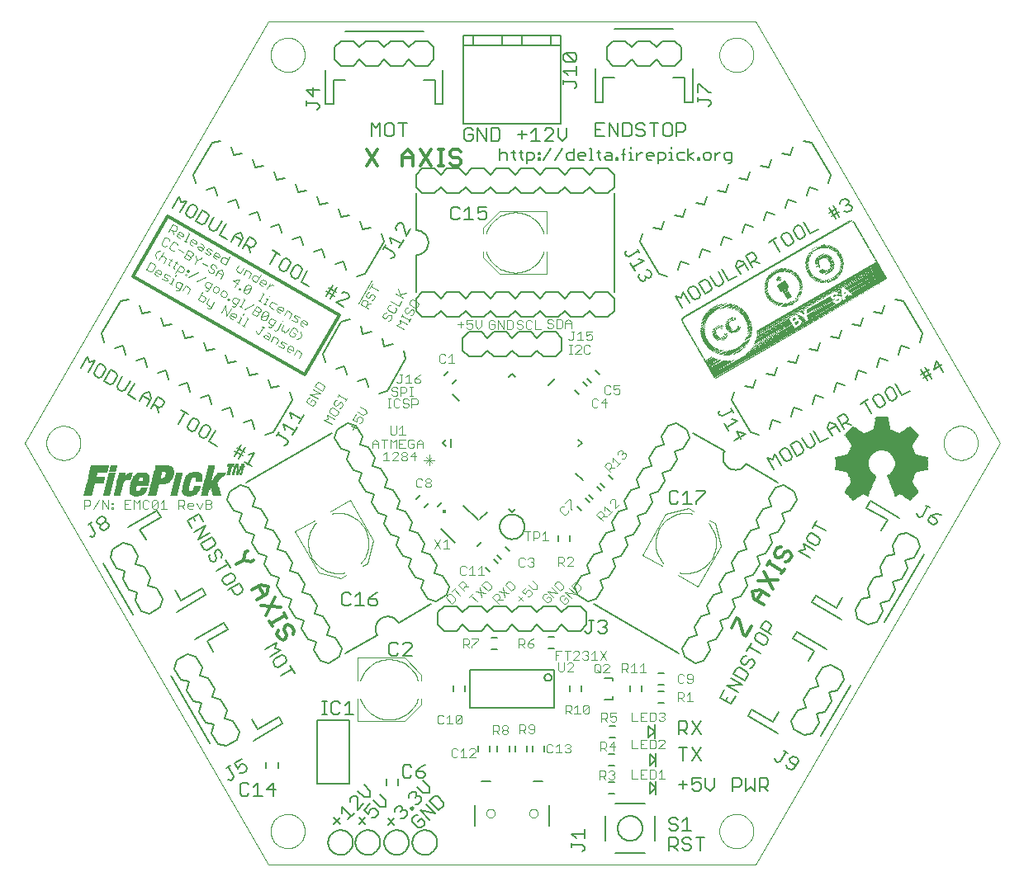
<source format=gto>
G75*
%MOIN*%
%OFA0B0*%
%FSLAX24Y24*%
%IPPOS*%
%LPD*%
%AMOC8*
5,1,8,0,0,1.08239X$1,22.5*
%
%ADD10C,0.0000*%
%ADD11C,0.0120*%
%ADD12C,0.0060*%
%ADD13C,0.0040*%
%ADD14C,0.0118*%
%ADD15C,0.0050*%
%ADD16C,0.0080*%
%ADD17C,0.0143*%
%ADD18C,0.0030*%
%ADD19R,0.0095X0.0005*%
%ADD20R,0.0105X0.0005*%
%ADD21R,0.0200X0.0005*%
%ADD22R,0.0190X0.0005*%
%ADD23R,0.0255X0.0005*%
%ADD24R,0.0250X0.0005*%
%ADD25R,0.0295X0.0005*%
%ADD26R,0.0290X0.0005*%
%ADD27R,0.0310X0.0005*%
%ADD28R,0.0330X0.0005*%
%ADD29R,0.0325X0.0005*%
%ADD30R,0.0320X0.0005*%
%ADD31R,0.0360X0.0005*%
%ADD32R,0.0350X0.0005*%
%ADD33R,0.0385X0.0005*%
%ADD34R,0.0375X0.0005*%
%ADD35R,0.0405X0.0005*%
%ADD36R,0.0395X0.0005*%
%ADD37R,0.0420X0.0005*%
%ADD38R,0.0440X0.0005*%
%ADD39R,0.0435X0.0005*%
%ADD40R,0.0455X0.0005*%
%ADD41R,0.0470X0.0005*%
%ADD42R,0.0485X0.0005*%
%ADD43R,0.0500X0.0005*%
%ADD44R,0.0495X0.0005*%
%ADD45R,0.0315X0.0005*%
%ADD46R,0.0510X0.0005*%
%ADD47R,0.0520X0.0005*%
%ADD48R,0.0530X0.0005*%
%ADD49R,0.0540X0.0005*%
%ADD50R,0.0545X0.0005*%
%ADD51R,0.0555X0.0005*%
%ADD52R,0.0560X0.0005*%
%ADD53R,0.0570X0.0005*%
%ADD54R,0.0575X0.0005*%
%ADD55R,0.0585X0.0005*%
%ADD56R,0.0590X0.0005*%
%ADD57R,0.0305X0.0005*%
%ADD58R,0.0600X0.0005*%
%ADD59R,0.0605X0.0005*%
%ADD60R,0.0610X0.0005*%
%ADD61R,0.0615X0.0005*%
%ADD62R,0.0620X0.0005*%
%ADD63R,0.0625X0.0005*%
%ADD64R,0.0630X0.0005*%
%ADD65R,0.0635X0.0005*%
%ADD66R,0.0640X0.0005*%
%ADD67R,0.0645X0.0005*%
%ADD68R,0.0650X0.0005*%
%ADD69R,0.0655X0.0005*%
%ADD70R,0.0665X0.0005*%
%ADD71R,0.0660X0.0005*%
%ADD72R,0.0670X0.0005*%
%ADD73R,0.0285X0.0005*%
%ADD74R,0.0675X0.0005*%
%ADD75R,0.0280X0.0005*%
%ADD76R,0.0680X0.0005*%
%ADD77R,0.0275X0.0005*%
%ADD78R,0.0270X0.0005*%
%ADD79R,0.0300X0.0005*%
%ADD80R,0.0265X0.0005*%
%ADD81R,0.0335X0.0005*%
%ADD82R,0.0735X0.0005*%
%ADD83R,0.0595X0.0005*%
%ADD84R,0.0580X0.0005*%
%ADD85R,0.0525X0.0005*%
%ADD86R,0.0550X0.0005*%
%ADD87R,0.0730X0.0005*%
%ADD88R,0.0690X0.0005*%
%ADD89R,0.0535X0.0005*%
%ADD90R,0.0695X0.0005*%
%ADD91R,0.0700X0.0005*%
%ADD92R,0.0705X0.0005*%
%ADD93R,0.0715X0.0005*%
%ADD94R,0.0725X0.0005*%
%ADD95R,0.0720X0.0005*%
%ADD96R,0.0565X0.0005*%
%ADD97R,0.0740X0.0005*%
%ADD98R,0.0745X0.0005*%
%ADD99R,0.0750X0.0005*%
%ADD100R,0.0755X0.0005*%
%ADD101R,0.0345X0.0005*%
%ADD102R,0.0760X0.0005*%
%ADD103R,0.0765X0.0005*%
%ADD104R,0.0770X0.0005*%
%ADD105R,0.0415X0.0005*%
%ADD106R,0.0260X0.0005*%
%ADD107R,0.0775X0.0005*%
%ADD108R,0.0020X0.0005*%
%ADD109R,0.0780X0.0005*%
%ADD110R,0.0785X0.0005*%
%ADD111R,0.0790X0.0005*%
%ADD112R,0.0795X0.0005*%
%ADD113R,0.0365X0.0005*%
%ADD114R,0.0340X0.0005*%
%ADD115R,0.0245X0.0005*%
%ADD116R,0.0240X0.0005*%
%ADD117R,0.0235X0.0005*%
%ADD118R,0.0230X0.0005*%
%ADD119R,0.0225X0.0005*%
%ADD120R,0.0220X0.0005*%
%ADD121R,0.0215X0.0005*%
%ADD122R,0.0110X0.0005*%
%ADD123R,0.0080X0.0005*%
%ADD124R,0.0210X0.0005*%
%ADD125R,0.0085X0.0005*%
%ADD126R,0.0100X0.0005*%
%ADD127R,0.0505X0.0005*%
%ADD128R,0.0090X0.0005*%
%ADD129R,0.0195X0.0005*%
%ADD130R,0.0490X0.0005*%
%ADD131R,0.0480X0.0005*%
%ADD132R,0.0465X0.0005*%
%ADD133R,0.0180X0.0005*%
%ADD134R,0.0445X0.0005*%
%ADD135R,0.0175X0.0005*%
%ADD136R,0.0170X0.0005*%
%ADD137R,0.0165X0.0005*%
%ADD138R,0.0155X0.0005*%
%ADD139R,0.0450X0.0005*%
%ADD140R,0.0150X0.0005*%
%ADD141R,0.0140X0.0005*%
%ADD142R,0.0130X0.0005*%
%ADD143R,0.0115X0.0005*%
%ADD144R,0.0370X0.0005*%
%ADD145R,0.0070X0.0005*%
%ADD146R,0.0120X0.0005*%
%ADD147R,0.0125X0.0005*%
%ADD148R,0.0135X0.0005*%
%ADD149R,0.0145X0.0005*%
%ADD150R,0.0075X0.0005*%
%ADD151R,0.0710X0.0005*%
%ADD152R,0.0685X0.0005*%
%ADD153R,0.0160X0.0005*%
%ADD154R,0.0515X0.0005*%
%ADD155R,0.0020X0.0010*%
%ADD156R,0.0030X0.0010*%
%ADD157R,0.0050X0.0010*%
%ADD158R,0.0080X0.0010*%
%ADD159R,0.0100X0.0010*%
%ADD160R,0.0130X0.0010*%
%ADD161R,0.0120X0.0010*%
%ADD162R,0.0150X0.0010*%
%ADD163R,0.0180X0.0010*%
%ADD164R,0.0170X0.0010*%
%ADD165R,0.0200X0.0010*%
%ADD166R,0.0220X0.0010*%
%ADD167R,0.0250X0.0010*%
%ADD168R,0.0270X0.0010*%
%ADD169R,0.0300X0.0010*%
%ADD170R,0.0320X0.0010*%
%ADD171R,0.0350X0.0010*%
%ADD172R,0.0360X0.0010*%
%ADD173R,0.0370X0.0010*%
%ADD174R,0.0390X0.0010*%
%ADD175R,0.0410X0.0010*%
%ADD176R,0.0420X0.0010*%
%ADD177R,0.0430X0.0010*%
%ADD178R,0.0440X0.0010*%
%ADD179R,0.0460X0.0010*%
%ADD180R,0.0040X0.0010*%
%ADD181R,0.0470X0.0010*%
%ADD182R,0.0480X0.0010*%
%ADD183R,0.0070X0.0010*%
%ADD184R,0.0490X0.0010*%
%ADD185R,0.0520X0.0010*%
%ADD186R,0.0090X0.0010*%
%ADD187R,0.0540X0.0010*%
%ADD188R,0.0570X0.0010*%
%ADD189R,0.0140X0.0010*%
%ADD190R,0.0580X0.0010*%
%ADD191R,0.0160X0.0010*%
%ADD192R,0.0590X0.0010*%
%ADD193R,0.0620X0.0010*%
%ADD194R,0.0190X0.0010*%
%ADD195R,0.0650X0.0010*%
%ADD196R,0.0210X0.0010*%
%ADD197R,0.0640X0.0010*%
%ADD198R,0.0910X0.0010*%
%ADD199R,0.0920X0.0010*%
%ADD200R,0.0940X0.0010*%
%ADD201R,0.0950X0.0010*%
%ADD202R,0.0970X0.0010*%
%ADD203R,0.0960X0.0010*%
%ADD204R,0.0980X0.0010*%
%ADD205R,0.0990X0.0010*%
%ADD206R,0.1010X0.0010*%
%ADD207R,0.1020X0.0010*%
%ADD208R,0.1000X0.0010*%
%ADD209R,0.0930X0.0010*%
%ADD210R,0.1030X0.0010*%
%ADD211R,0.1040X0.0010*%
%ADD212R,0.1050X0.0010*%
%ADD213R,0.1060X0.0010*%
%ADD214R,0.1070X0.0010*%
%ADD215R,0.1080X0.0010*%
%ADD216R,0.1090X0.0010*%
%ADD217R,0.1100X0.0010*%
%ADD218R,0.1110X0.0010*%
%ADD219R,0.1160X0.0010*%
%ADD220R,0.1210X0.0010*%
%ADD221R,0.1250X0.0010*%
%ADD222R,0.1240X0.0010*%
%ADD223R,0.1290X0.0010*%
%ADD224R,0.1300X0.0010*%
%ADD225R,0.1340X0.0010*%
%ADD226R,0.1390X0.0010*%
%ADD227R,0.1380X0.0010*%
%ADD228R,0.1370X0.0010*%
%ADD229R,0.1360X0.0010*%
%ADD230R,0.1350X0.0010*%
%ADD231R,0.1330X0.0010*%
%ADD232R,0.1400X0.0010*%
%ADD233R,0.1320X0.0010*%
%ADD234R,0.1270X0.0010*%
%ADD235R,0.1220X0.0010*%
%ADD236R,0.1180X0.0010*%
%ADD237R,0.1140X0.0010*%
%ADD238R,0.1130X0.0010*%
%ADD239R,0.1120X0.0010*%
%ADD240R,0.1150X0.0010*%
%ADD241R,0.1170X0.0010*%
%ADD242R,0.1230X0.0010*%
%ADD243R,0.2580X0.0010*%
%ADD244R,0.2570X0.0010*%
%ADD245R,0.2560X0.0010*%
%ADD246R,0.2540X0.0010*%
%ADD247R,0.2530X0.0010*%
%ADD248R,0.2520X0.0010*%
%ADD249R,0.2500X0.0010*%
%ADD250R,0.2480X0.0010*%
%ADD251R,0.2470X0.0010*%
%ADD252R,0.2460X0.0010*%
%ADD253R,0.2440X0.0010*%
%ADD254R,0.2590X0.0010*%
%ADD255R,0.2610X0.0010*%
%ADD256R,0.2620X0.0010*%
%ADD257R,0.2640X0.0010*%
%ADD258R,0.2650X0.0010*%
%ADD259R,0.2660X0.0010*%
%ADD260R,0.2680X0.0010*%
%ADD261R,0.2690X0.0010*%
%ADD262R,0.2700X0.0010*%
%ADD263R,0.2720X0.0010*%
%ADD264R,0.2730X0.0010*%
%ADD265R,0.2740X0.0010*%
%ADD266R,0.2760X0.0010*%
%ADD267R,0.2770X0.0010*%
%ADD268R,0.2780X0.0010*%
%ADD269R,0.2800X0.0010*%
%ADD270R,0.2820X0.0010*%
%ADD271R,0.2840X0.0010*%
%ADD272R,0.2860X0.0010*%
%ADD273R,0.2880X0.0010*%
%ADD274R,0.2900X0.0010*%
%ADD275R,0.2910X0.0010*%
%ADD276R,0.2920X0.0010*%
%ADD277R,0.2940X0.0010*%
%ADD278R,0.2950X0.0010*%
%ADD279R,0.2960X0.0010*%
%ADD280R,0.2980X0.0010*%
%ADD281R,0.2990X0.0010*%
%ADD282R,0.0700X0.0010*%
%ADD283R,0.0670X0.0010*%
%ADD284R,0.1280X0.0010*%
%ADD285R,0.0600X0.0010*%
%ADD286R,0.0550X0.0010*%
%ADD287R,0.0530X0.0010*%
%ADD288R,0.0500X0.0010*%
%ADD289R,0.0450X0.0010*%
%ADD290R,0.0880X0.0010*%
%ADD291R,0.0840X0.0010*%
%ADD292R,0.0400X0.0010*%
%ADD293R,0.0800X0.0010*%
%ADD294R,0.0380X0.0010*%
%ADD295R,0.0740X0.0010*%
%ADD296R,0.0720X0.0010*%
%ADD297R,0.0330X0.0010*%
%ADD298R,0.0680X0.0010*%
%ADD299R,0.0280X0.0010*%
%ADD300R,0.0230X0.0010*%
%ADD301R,0.0660X0.0010*%
%ADD302R,0.0110X0.0010*%
%ADD303R,0.0060X0.0010*%
%ADD304R,0.0630X0.0010*%
%ADD305R,0.0610X0.0010*%
%ADD306R,0.0560X0.0010*%
%ADD307R,0.7980X0.0020*%
%ADD308R,0.8020X0.0020*%
%ADD309R,0.8060X0.0020*%
%ADD310R,0.3820X0.0020*%
%ADD311R,0.0340X0.0020*%
%ADD312R,0.1340X0.0020*%
%ADD313R,0.0120X0.0020*%
%ADD314R,0.0240X0.0020*%
%ADD315R,0.1560X0.0020*%
%ADD316R,0.1280X0.0020*%
%ADD317R,0.0080X0.0020*%
%ADD318R,0.0220X0.0020*%
%ADD319R,0.1540X0.0020*%
%ADD320R,0.0200X0.0020*%
%ADD321R,0.1260X0.0020*%
%ADD322R,0.0040X0.0020*%
%ADD323R,0.1220X0.0020*%
%ADD324R,0.2240X0.0020*%
%ADD325R,0.0180X0.0020*%
%ADD326R,0.1240X0.0020*%
%ADD327R,0.1120X0.0020*%
%ADD328R,0.2140X0.0020*%
%ADD329R,0.1060X0.0020*%
%ADD330R,0.2060X0.0020*%
%ADD331R,0.0140X0.0020*%
%ADD332R,0.0160X0.0020*%
%ADD333R,0.1580X0.0020*%
%ADD334R,0.1000X0.0020*%
%ADD335R,0.2020X0.0020*%
%ADD336R,0.0060X0.0020*%
%ADD337R,0.0940X0.0020*%
%ADD338R,0.1960X0.0020*%
%ADD339R,0.1200X0.0020*%
%ADD340R,0.0900X0.0020*%
%ADD341R,0.1920X0.0020*%
%ADD342R,0.1600X0.0020*%
%ADD343R,0.0860X0.0020*%
%ADD344R,0.1880X0.0020*%
%ADD345R,0.1400X0.0020*%
%ADD346R,0.0820X0.0020*%
%ADD347R,0.1840X0.0020*%
%ADD348R,0.1320X0.0020*%
%ADD349R,0.1620X0.0020*%
%ADD350R,0.0780X0.0020*%
%ADD351R,0.1800X0.0020*%
%ADD352R,0.0100X0.0020*%
%ADD353R,0.0760X0.0020*%
%ADD354R,0.1760X0.0020*%
%ADD355R,0.0720X0.0020*%
%ADD356R,0.1740X0.0020*%
%ADD357R,0.1180X0.0020*%
%ADD358R,0.1640X0.0020*%
%ADD359R,0.0700X0.0020*%
%ADD360R,0.1720X0.0020*%
%ADD361R,0.1160X0.0020*%
%ADD362R,0.0260X0.0020*%
%ADD363R,0.0020X0.0020*%
%ADD364R,0.0660X0.0020*%
%ADD365R,0.1680X0.0020*%
%ADD366R,0.1140X0.0020*%
%ADD367R,0.0640X0.0020*%
%ADD368R,0.0480X0.0020*%
%ADD369R,0.1660X0.0020*%
%ADD370R,0.0620X0.0020*%
%ADD371R,0.0600X0.0020*%
%ADD372R,0.0740X0.0020*%
%ADD373R,0.1100X0.0020*%
%ADD374R,0.0580X0.0020*%
%ADD375R,0.0840X0.0020*%
%ADD376R,0.0560X0.0020*%
%ADD377R,0.0920X0.0020*%
%ADD378R,0.0540X0.0020*%
%ADD379R,0.1700X0.0020*%
%ADD380R,0.0520X0.0020*%
%ADD381R,0.0500X0.0020*%
%ADD382R,0.3500X0.0020*%
%ADD383R,0.2120X0.0020*%
%ADD384R,0.0460X0.0020*%
%ADD385R,0.5740X0.0020*%
%ADD386R,0.0400X0.0020*%
%ADD387R,0.5720X0.0020*%
%ADD388R,0.0440X0.0020*%
%ADD389R,0.0360X0.0020*%
%ADD390R,0.5700X0.0020*%
%ADD391R,0.0320X0.0020*%
%ADD392R,0.5680X0.0020*%
%ADD393R,0.0420X0.0020*%
%ADD394R,0.0300X0.0020*%
%ADD395R,0.0280X0.0020*%
%ADD396R,0.5660X0.0020*%
%ADD397R,0.0380X0.0020*%
%ADD398R,0.5640X0.0020*%
%ADD399R,0.5620X0.0020*%
%ADD400R,0.0980X0.0020*%
%ADD401R,0.0680X0.0020*%
%ADD402R,0.7940X0.0020*%
%ADD403R,0.7900X0.0020*%
%ADD404R,0.7780X0.0020*%
D10*
X009993Y000744D02*
X000150Y017792D01*
X009993Y034839D01*
X029678Y034839D01*
X039520Y017792D01*
X029678Y000744D01*
X009993Y000744D01*
X010091Y002108D02*
X010093Y002160D01*
X010099Y002212D01*
X010109Y002263D01*
X010122Y002313D01*
X010140Y002363D01*
X010161Y002410D01*
X010185Y002456D01*
X010214Y002500D01*
X010245Y002542D01*
X010279Y002581D01*
X010316Y002618D01*
X010356Y002651D01*
X010399Y002682D01*
X010443Y002709D01*
X010489Y002733D01*
X010538Y002753D01*
X010587Y002769D01*
X010638Y002782D01*
X010689Y002791D01*
X010741Y002796D01*
X010793Y002797D01*
X010845Y002794D01*
X010897Y002787D01*
X010948Y002776D01*
X010998Y002762D01*
X011047Y002743D01*
X011094Y002721D01*
X011139Y002696D01*
X011183Y002667D01*
X011224Y002635D01*
X011263Y002600D01*
X011298Y002562D01*
X011331Y002521D01*
X011361Y002479D01*
X011387Y002434D01*
X011410Y002387D01*
X011429Y002338D01*
X011445Y002288D01*
X011457Y002238D01*
X011465Y002186D01*
X011469Y002134D01*
X011469Y002082D01*
X011465Y002030D01*
X011457Y001978D01*
X011445Y001928D01*
X011429Y001878D01*
X011410Y001829D01*
X011387Y001782D01*
X011361Y001737D01*
X011331Y001695D01*
X011298Y001654D01*
X011263Y001616D01*
X011224Y001581D01*
X011183Y001549D01*
X011139Y001520D01*
X011094Y001495D01*
X011047Y001473D01*
X010998Y001454D01*
X010948Y001440D01*
X010897Y001429D01*
X010845Y001422D01*
X010793Y001419D01*
X010741Y001420D01*
X010689Y001425D01*
X010638Y001434D01*
X010587Y001447D01*
X010538Y001463D01*
X010489Y001483D01*
X010443Y001507D01*
X010399Y001534D01*
X010356Y001565D01*
X010316Y001598D01*
X010279Y001635D01*
X010245Y001674D01*
X010214Y001716D01*
X010185Y001760D01*
X010161Y001806D01*
X010140Y001853D01*
X010122Y001903D01*
X010109Y001953D01*
X010099Y002004D01*
X010093Y002056D01*
X010091Y002108D01*
X018792Y002831D02*
X018794Y002857D01*
X018800Y002883D01*
X018810Y002908D01*
X018823Y002931D01*
X018839Y002951D01*
X018859Y002969D01*
X018881Y002984D01*
X018904Y002996D01*
X018930Y003004D01*
X018956Y003008D01*
X018982Y003008D01*
X019008Y003004D01*
X019034Y002996D01*
X019058Y002984D01*
X019079Y002969D01*
X019099Y002951D01*
X019115Y002931D01*
X019128Y002908D01*
X019138Y002883D01*
X019144Y002857D01*
X019146Y002831D01*
X019144Y002805D01*
X019138Y002779D01*
X019128Y002754D01*
X019115Y002731D01*
X019099Y002711D01*
X019079Y002693D01*
X019057Y002678D01*
X019034Y002666D01*
X019008Y002658D01*
X018982Y002654D01*
X018956Y002654D01*
X018930Y002658D01*
X018904Y002666D01*
X018880Y002678D01*
X018859Y002693D01*
X018839Y002711D01*
X018823Y002731D01*
X018810Y002754D01*
X018800Y002779D01*
X018794Y002805D01*
X018792Y002831D01*
X020524Y002831D02*
X020526Y002857D01*
X020532Y002883D01*
X020542Y002908D01*
X020555Y002931D01*
X020571Y002951D01*
X020591Y002969D01*
X020613Y002984D01*
X020636Y002996D01*
X020662Y003004D01*
X020688Y003008D01*
X020714Y003008D01*
X020740Y003004D01*
X020766Y002996D01*
X020790Y002984D01*
X020811Y002969D01*
X020831Y002951D01*
X020847Y002931D01*
X020860Y002908D01*
X020870Y002883D01*
X020876Y002857D01*
X020878Y002831D01*
X020876Y002805D01*
X020870Y002779D01*
X020860Y002754D01*
X020847Y002731D01*
X020831Y002711D01*
X020811Y002693D01*
X020789Y002678D01*
X020766Y002666D01*
X020740Y002658D01*
X020714Y002654D01*
X020688Y002654D01*
X020662Y002658D01*
X020636Y002666D01*
X020612Y002678D01*
X020591Y002693D01*
X020571Y002711D01*
X020555Y002731D01*
X020542Y002754D01*
X020532Y002779D01*
X020526Y002805D01*
X020524Y002831D01*
X028201Y002108D02*
X028203Y002160D01*
X028209Y002212D01*
X028219Y002263D01*
X028232Y002313D01*
X028250Y002363D01*
X028271Y002410D01*
X028295Y002456D01*
X028324Y002500D01*
X028355Y002542D01*
X028389Y002581D01*
X028426Y002618D01*
X028466Y002651D01*
X028509Y002682D01*
X028553Y002709D01*
X028599Y002733D01*
X028648Y002753D01*
X028697Y002769D01*
X028748Y002782D01*
X028799Y002791D01*
X028851Y002796D01*
X028903Y002797D01*
X028955Y002794D01*
X029007Y002787D01*
X029058Y002776D01*
X029108Y002762D01*
X029157Y002743D01*
X029204Y002721D01*
X029249Y002696D01*
X029293Y002667D01*
X029334Y002635D01*
X029373Y002600D01*
X029408Y002562D01*
X029441Y002521D01*
X029471Y002479D01*
X029497Y002434D01*
X029520Y002387D01*
X029539Y002338D01*
X029555Y002288D01*
X029567Y002238D01*
X029575Y002186D01*
X029579Y002134D01*
X029579Y002082D01*
X029575Y002030D01*
X029567Y001978D01*
X029555Y001928D01*
X029539Y001878D01*
X029520Y001829D01*
X029497Y001782D01*
X029471Y001737D01*
X029441Y001695D01*
X029408Y001654D01*
X029373Y001616D01*
X029334Y001581D01*
X029293Y001549D01*
X029249Y001520D01*
X029204Y001495D01*
X029157Y001473D01*
X029108Y001454D01*
X029058Y001440D01*
X029007Y001429D01*
X028955Y001422D01*
X028903Y001419D01*
X028851Y001420D01*
X028799Y001425D01*
X028748Y001434D01*
X028697Y001447D01*
X028648Y001463D01*
X028599Y001483D01*
X028553Y001507D01*
X028509Y001534D01*
X028466Y001565D01*
X028426Y001598D01*
X028389Y001635D01*
X028355Y001674D01*
X028324Y001716D01*
X028295Y001760D01*
X028271Y001806D01*
X028250Y001853D01*
X028232Y001903D01*
X028219Y001953D01*
X028209Y002004D01*
X028203Y002056D01*
X028201Y002108D01*
X037256Y017792D02*
X037258Y017844D01*
X037264Y017896D01*
X037274Y017947D01*
X037287Y017997D01*
X037305Y018047D01*
X037326Y018094D01*
X037350Y018140D01*
X037379Y018184D01*
X037410Y018226D01*
X037444Y018265D01*
X037481Y018302D01*
X037521Y018335D01*
X037564Y018366D01*
X037608Y018393D01*
X037654Y018417D01*
X037703Y018437D01*
X037752Y018453D01*
X037803Y018466D01*
X037854Y018475D01*
X037906Y018480D01*
X037958Y018481D01*
X038010Y018478D01*
X038062Y018471D01*
X038113Y018460D01*
X038163Y018446D01*
X038212Y018427D01*
X038259Y018405D01*
X038304Y018380D01*
X038348Y018351D01*
X038389Y018319D01*
X038428Y018284D01*
X038463Y018246D01*
X038496Y018205D01*
X038526Y018163D01*
X038552Y018118D01*
X038575Y018071D01*
X038594Y018022D01*
X038610Y017972D01*
X038622Y017922D01*
X038630Y017870D01*
X038634Y017818D01*
X038634Y017766D01*
X038630Y017714D01*
X038622Y017662D01*
X038610Y017612D01*
X038594Y017562D01*
X038575Y017513D01*
X038552Y017466D01*
X038526Y017421D01*
X038496Y017379D01*
X038463Y017338D01*
X038428Y017300D01*
X038389Y017265D01*
X038348Y017233D01*
X038304Y017204D01*
X038259Y017179D01*
X038212Y017157D01*
X038163Y017138D01*
X038113Y017124D01*
X038062Y017113D01*
X038010Y017106D01*
X037958Y017103D01*
X037906Y017104D01*
X037854Y017109D01*
X037803Y017118D01*
X037752Y017131D01*
X037703Y017147D01*
X037654Y017167D01*
X037608Y017191D01*
X037564Y017218D01*
X037521Y017249D01*
X037481Y017282D01*
X037444Y017319D01*
X037410Y017358D01*
X037379Y017400D01*
X037350Y017444D01*
X037326Y017490D01*
X037305Y017537D01*
X037287Y017587D01*
X037274Y017637D01*
X037264Y017688D01*
X037258Y017740D01*
X037256Y017792D01*
X028201Y033476D02*
X028203Y033528D01*
X028209Y033580D01*
X028219Y033631D01*
X028232Y033681D01*
X028250Y033731D01*
X028271Y033778D01*
X028295Y033824D01*
X028324Y033868D01*
X028355Y033910D01*
X028389Y033949D01*
X028426Y033986D01*
X028466Y034019D01*
X028509Y034050D01*
X028553Y034077D01*
X028599Y034101D01*
X028648Y034121D01*
X028697Y034137D01*
X028748Y034150D01*
X028799Y034159D01*
X028851Y034164D01*
X028903Y034165D01*
X028955Y034162D01*
X029007Y034155D01*
X029058Y034144D01*
X029108Y034130D01*
X029157Y034111D01*
X029204Y034089D01*
X029249Y034064D01*
X029293Y034035D01*
X029334Y034003D01*
X029373Y033968D01*
X029408Y033930D01*
X029441Y033889D01*
X029471Y033847D01*
X029497Y033802D01*
X029520Y033755D01*
X029539Y033706D01*
X029555Y033656D01*
X029567Y033606D01*
X029575Y033554D01*
X029579Y033502D01*
X029579Y033450D01*
X029575Y033398D01*
X029567Y033346D01*
X029555Y033296D01*
X029539Y033246D01*
X029520Y033197D01*
X029497Y033150D01*
X029471Y033105D01*
X029441Y033063D01*
X029408Y033022D01*
X029373Y032984D01*
X029334Y032949D01*
X029293Y032917D01*
X029249Y032888D01*
X029204Y032863D01*
X029157Y032841D01*
X029108Y032822D01*
X029058Y032808D01*
X029007Y032797D01*
X028955Y032790D01*
X028903Y032787D01*
X028851Y032788D01*
X028799Y032793D01*
X028748Y032802D01*
X028697Y032815D01*
X028648Y032831D01*
X028599Y032851D01*
X028553Y032875D01*
X028509Y032902D01*
X028466Y032933D01*
X028426Y032966D01*
X028389Y033003D01*
X028355Y033042D01*
X028324Y033084D01*
X028295Y033128D01*
X028271Y033174D01*
X028250Y033221D01*
X028232Y033271D01*
X028219Y033321D01*
X028209Y033372D01*
X028203Y033424D01*
X028201Y033476D01*
X010091Y033476D02*
X010093Y033528D01*
X010099Y033580D01*
X010109Y033631D01*
X010122Y033681D01*
X010140Y033731D01*
X010161Y033778D01*
X010185Y033824D01*
X010214Y033868D01*
X010245Y033910D01*
X010279Y033949D01*
X010316Y033986D01*
X010356Y034019D01*
X010399Y034050D01*
X010443Y034077D01*
X010489Y034101D01*
X010538Y034121D01*
X010587Y034137D01*
X010638Y034150D01*
X010689Y034159D01*
X010741Y034164D01*
X010793Y034165D01*
X010845Y034162D01*
X010897Y034155D01*
X010948Y034144D01*
X010998Y034130D01*
X011047Y034111D01*
X011094Y034089D01*
X011139Y034064D01*
X011183Y034035D01*
X011224Y034003D01*
X011263Y033968D01*
X011298Y033930D01*
X011331Y033889D01*
X011361Y033847D01*
X011387Y033802D01*
X011410Y033755D01*
X011429Y033706D01*
X011445Y033656D01*
X011457Y033606D01*
X011465Y033554D01*
X011469Y033502D01*
X011469Y033450D01*
X011465Y033398D01*
X011457Y033346D01*
X011445Y033296D01*
X011429Y033246D01*
X011410Y033197D01*
X011387Y033150D01*
X011361Y033105D01*
X011331Y033063D01*
X011298Y033022D01*
X011263Y032984D01*
X011224Y032949D01*
X011183Y032917D01*
X011139Y032888D01*
X011094Y032863D01*
X011047Y032841D01*
X010998Y032822D01*
X010948Y032808D01*
X010897Y032797D01*
X010845Y032790D01*
X010793Y032787D01*
X010741Y032788D01*
X010689Y032793D01*
X010638Y032802D01*
X010587Y032815D01*
X010538Y032831D01*
X010489Y032851D01*
X010443Y032875D01*
X010399Y032902D01*
X010356Y032933D01*
X010316Y032966D01*
X010279Y033003D01*
X010245Y033042D01*
X010214Y033084D01*
X010185Y033128D01*
X010161Y033174D01*
X010140Y033221D01*
X010122Y033271D01*
X010109Y033321D01*
X010099Y033372D01*
X010093Y033424D01*
X010091Y033476D01*
X001036Y017792D02*
X001038Y017844D01*
X001044Y017896D01*
X001054Y017947D01*
X001067Y017997D01*
X001085Y018047D01*
X001106Y018094D01*
X001130Y018140D01*
X001159Y018184D01*
X001190Y018226D01*
X001224Y018265D01*
X001261Y018302D01*
X001301Y018335D01*
X001344Y018366D01*
X001388Y018393D01*
X001434Y018417D01*
X001483Y018437D01*
X001532Y018453D01*
X001583Y018466D01*
X001634Y018475D01*
X001686Y018480D01*
X001738Y018481D01*
X001790Y018478D01*
X001842Y018471D01*
X001893Y018460D01*
X001943Y018446D01*
X001992Y018427D01*
X002039Y018405D01*
X002084Y018380D01*
X002128Y018351D01*
X002169Y018319D01*
X002208Y018284D01*
X002243Y018246D01*
X002276Y018205D01*
X002306Y018163D01*
X002332Y018118D01*
X002355Y018071D01*
X002374Y018022D01*
X002390Y017972D01*
X002402Y017922D01*
X002410Y017870D01*
X002414Y017818D01*
X002414Y017766D01*
X002410Y017714D01*
X002402Y017662D01*
X002390Y017612D01*
X002374Y017562D01*
X002355Y017513D01*
X002332Y017466D01*
X002306Y017421D01*
X002276Y017379D01*
X002243Y017338D01*
X002208Y017300D01*
X002169Y017265D01*
X002128Y017233D01*
X002084Y017204D01*
X002039Y017179D01*
X001992Y017157D01*
X001943Y017138D01*
X001893Y017124D01*
X001842Y017113D01*
X001790Y017106D01*
X001738Y017103D01*
X001686Y017104D01*
X001634Y017109D01*
X001583Y017118D01*
X001532Y017131D01*
X001483Y017147D01*
X001434Y017167D01*
X001388Y017191D01*
X001344Y017218D01*
X001301Y017249D01*
X001261Y017282D01*
X001224Y017319D01*
X001190Y017358D01*
X001159Y017400D01*
X001130Y017444D01*
X001106Y017490D01*
X001085Y017537D01*
X001067Y017587D01*
X001054Y017637D01*
X001044Y017688D01*
X001038Y017740D01*
X001036Y017792D01*
D11*
X008709Y012907D02*
X008999Y013074D01*
X009303Y012992D01*
X009399Y013048D01*
X008999Y013074D02*
X009080Y013378D01*
X009177Y013433D01*
X009709Y012066D02*
X010013Y011985D01*
X009932Y011681D01*
X009546Y011458D01*
X009686Y011216D02*
X010487Y011164D01*
X010627Y010922D02*
X010738Y010729D01*
X010682Y010825D02*
X010104Y010491D01*
X010160Y010395D02*
X010048Y010588D01*
X009908Y010830D02*
X010264Y011550D01*
X009835Y011625D02*
X009612Y012011D01*
X009709Y012066D02*
X009323Y011844D01*
X010386Y010225D02*
X010346Y010073D01*
X010457Y009880D01*
X010609Y009839D01*
X010705Y009895D01*
X010746Y010047D01*
X010635Y010240D01*
X010676Y010392D01*
X010772Y010448D01*
X010924Y010407D01*
X011035Y010214D01*
X010995Y010062D01*
X028683Y010334D02*
X028906Y010719D01*
X029002Y010664D01*
X029165Y010055D01*
X029262Y010000D01*
X029485Y010385D01*
X029987Y011255D02*
X029601Y011478D01*
X029520Y011782D01*
X029824Y011864D01*
X030210Y011641D01*
X030349Y011883D02*
X029994Y012603D01*
X030133Y012845D02*
X030245Y013038D01*
X030189Y012942D02*
X030768Y012608D01*
X030823Y012704D02*
X030712Y012511D01*
X030572Y012269D02*
X029771Y012217D01*
X029920Y011808D02*
X029698Y011422D01*
X030568Y013153D02*
X030720Y013193D01*
X030831Y013386D01*
X030983Y013427D01*
X031080Y013371D01*
X031121Y013219D01*
X031009Y013026D01*
X030857Y012986D01*
X030568Y013153D02*
X030472Y013208D01*
X030431Y013360D01*
X030542Y013553D01*
X030694Y013594D01*
X017668Y028993D02*
X017445Y028993D01*
X017334Y029105D01*
X017445Y029327D02*
X017668Y029327D01*
X017779Y029216D01*
X017779Y029105D01*
X017668Y028993D01*
X017445Y029327D02*
X017334Y029439D01*
X017334Y029550D01*
X017445Y029661D01*
X017668Y029661D01*
X017779Y029550D01*
X017073Y029661D02*
X016850Y029661D01*
X016962Y029661D02*
X016962Y028993D01*
X017073Y028993D02*
X016850Y028993D01*
X016571Y028993D02*
X016125Y029661D01*
X015846Y029439D02*
X015846Y028993D01*
X016125Y028993D02*
X016571Y029661D01*
X015846Y029439D02*
X015623Y029661D01*
X015400Y029439D01*
X015400Y028993D01*
X015400Y029327D02*
X015846Y029327D01*
X014395Y028993D02*
X013950Y029661D01*
X014395Y029661D02*
X013950Y028993D01*
D12*
X007202Y006939D02*
X007452Y006506D01*
X007793Y006414D01*
X007702Y006073D01*
X007952Y005640D01*
X008293Y005548D01*
X008726Y005798D01*
X008818Y006140D01*
X008568Y006573D01*
X008226Y006664D01*
X008318Y007006D01*
X008068Y007439D01*
X007726Y007530D01*
X007818Y007872D01*
X007568Y008305D01*
X007226Y008396D01*
X007318Y008738D01*
X007068Y009171D01*
X006726Y009262D01*
X006293Y009012D01*
X006202Y008671D01*
X006452Y008238D01*
X006793Y008146D01*
X006702Y007805D01*
X006952Y007372D01*
X007293Y007280D01*
X007202Y006939D01*
X008617Y004857D02*
X008924Y005034D01*
X008936Y004837D02*
X009057Y004804D01*
X009145Y004651D01*
X009113Y004530D01*
X008959Y004442D01*
X008838Y004474D01*
X008750Y004627D02*
X008617Y004857D01*
X008453Y004762D02*
X008300Y004674D01*
X008376Y004718D02*
X008597Y004335D01*
X008565Y004214D01*
X008488Y004170D01*
X008368Y004202D01*
X008856Y003983D02*
X008856Y003629D01*
X008945Y003540D01*
X009122Y003540D01*
X009210Y003629D01*
X009400Y003540D02*
X009754Y003540D01*
X009577Y003540D02*
X009577Y004071D01*
X009400Y003894D01*
X009210Y003983D02*
X009122Y004071D01*
X008945Y004071D01*
X008856Y003983D01*
X008750Y004627D02*
X008859Y004793D01*
X008936Y004837D01*
X009914Y004878D02*
X009914Y004642D01*
X010386Y004642D02*
X010386Y004878D01*
X010209Y004071D02*
X009944Y003806D01*
X010298Y003806D01*
X010209Y004071D02*
X010209Y003540D01*
X012639Y002642D02*
X012890Y002392D01*
X012890Y002642D02*
X012639Y002392D01*
X012961Y002839D02*
X012961Y003089D01*
X013337Y002714D01*
X013212Y002589D02*
X013462Y002839D01*
X013596Y002973D02*
X013596Y003474D01*
X013534Y003536D01*
X013408Y003536D01*
X013283Y003411D01*
X013283Y003286D01*
X013596Y002973D02*
X013846Y003224D01*
X013856Y003483D02*
X014106Y003483D01*
X014106Y003733D01*
X013856Y003984D01*
X013605Y003733D02*
X013856Y003483D01*
X014110Y003215D02*
X013860Y002964D01*
X014048Y002776D01*
X014110Y002964D01*
X014173Y003027D01*
X014298Y003027D01*
X014423Y002902D01*
X014423Y002776D01*
X014298Y002651D01*
X014173Y002651D01*
X013913Y002642D02*
X013663Y002392D01*
X013663Y002642D02*
X013913Y002392D01*
X014495Y003098D02*
X014745Y003098D01*
X014745Y003349D01*
X014495Y003599D01*
X014244Y003349D02*
X014495Y003098D01*
X014832Y002621D02*
X015082Y002371D01*
X014832Y002371D02*
X015082Y002621D01*
X015341Y002630D02*
X015466Y002630D01*
X015592Y002755D01*
X015592Y002880D01*
X015529Y002943D01*
X015404Y002943D01*
X015341Y002880D01*
X015404Y002943D02*
X015404Y003068D01*
X015341Y003131D01*
X015216Y003131D01*
X015091Y003006D01*
X015091Y002880D01*
X015726Y003015D02*
X015788Y003077D01*
X015851Y003015D01*
X015788Y002952D01*
X015726Y003015D01*
X015918Y003207D02*
X016043Y003207D01*
X016168Y003332D01*
X016168Y003457D01*
X016106Y003520D01*
X015981Y003520D01*
X015918Y003457D01*
X015981Y003520D02*
X015981Y003645D01*
X015918Y003707D01*
X015793Y003707D01*
X015668Y003582D01*
X015668Y003457D01*
X015990Y003904D02*
X016240Y003654D01*
X016490Y003654D01*
X016490Y003904D01*
X016240Y004155D01*
X016230Y004263D02*
X016318Y004352D01*
X016318Y004440D01*
X016230Y004529D01*
X015964Y004529D01*
X015964Y004352D01*
X016053Y004263D01*
X016230Y004263D01*
X015964Y004529D02*
X016141Y004706D01*
X016318Y004794D01*
X015775Y004706D02*
X015686Y004794D01*
X015509Y004794D01*
X015421Y004706D01*
X015421Y004352D01*
X015509Y004263D01*
X015686Y004263D01*
X015775Y004352D01*
X015229Y004209D02*
X015229Y003973D01*
X014756Y003973D02*
X014756Y004209D01*
X016118Y002943D02*
X016744Y002818D01*
X016369Y003193D01*
X016503Y003327D02*
X016691Y003515D01*
X016816Y003515D01*
X017066Y003265D01*
X017066Y003140D01*
X016878Y002952D01*
X016503Y003327D01*
X016118Y002943D02*
X016494Y002567D01*
X016297Y002496D02*
X016172Y002621D01*
X016047Y002496D01*
X016297Y002496D02*
X016297Y002371D01*
X016172Y002246D01*
X016047Y002246D01*
X015797Y002496D01*
X015797Y002621D01*
X015922Y002746D01*
X016047Y002746D01*
X018457Y005311D02*
X018457Y005548D01*
X018930Y005548D02*
X018930Y005311D01*
X019244Y005311D02*
X019244Y005548D01*
X019717Y005548D02*
X019717Y005311D01*
X019953Y005311D02*
X019953Y005548D01*
X020426Y005548D02*
X020426Y005311D01*
X020662Y005311D02*
X020662Y005548D01*
X021134Y005548D02*
X021134Y005311D01*
X023733Y005233D02*
X023969Y005233D01*
X023969Y004760D02*
X023733Y004760D01*
X023733Y004091D02*
X023969Y004091D01*
X023969Y003619D02*
X023733Y003619D01*
X022770Y002180D02*
X022770Y001826D01*
X022770Y002003D02*
X022239Y002003D01*
X022416Y001826D01*
X022239Y001636D02*
X022239Y001459D01*
X022239Y001548D02*
X022681Y001548D01*
X022770Y001459D01*
X022770Y001371D01*
X022681Y001282D01*
X026164Y001326D02*
X026164Y001857D01*
X026430Y001857D01*
X026518Y001768D01*
X026518Y001591D01*
X026430Y001503D01*
X026164Y001503D01*
X026341Y001503D02*
X026518Y001326D01*
X026708Y001414D02*
X026797Y001326D01*
X026974Y001326D01*
X027062Y001414D01*
X027062Y001503D01*
X026974Y001591D01*
X026797Y001591D01*
X026708Y001680D01*
X026708Y001768D01*
X026797Y001857D01*
X026974Y001857D01*
X027062Y001768D01*
X027252Y001857D02*
X027606Y001857D01*
X027429Y001857D02*
X027429Y001326D01*
X027066Y002124D02*
X026712Y002124D01*
X026889Y002124D02*
X026889Y002655D01*
X026712Y002478D01*
X026523Y002567D02*
X026434Y002655D01*
X026257Y002655D01*
X026169Y002567D01*
X026169Y002478D01*
X026257Y002390D01*
X026434Y002390D01*
X026523Y002301D01*
X026523Y002213D01*
X026434Y002124D01*
X026257Y002124D01*
X026169Y002213D01*
X026735Y003816D02*
X026735Y004170D01*
X026558Y003993D02*
X026912Y003993D01*
X027102Y003993D02*
X027102Y004258D01*
X027456Y004258D01*
X027645Y004258D02*
X027645Y003904D01*
X027822Y003727D01*
X027999Y003904D01*
X027999Y004258D01*
X027456Y003993D02*
X027456Y003816D01*
X027367Y003727D01*
X027190Y003727D01*
X027102Y003816D01*
X027102Y003993D02*
X027279Y004081D01*
X027367Y004081D01*
X027456Y003993D01*
X027456Y004948D02*
X027102Y005479D01*
X026912Y005479D02*
X026558Y005479D01*
X026735Y005479D02*
X026735Y004948D01*
X027102Y004948D02*
X027456Y005479D01*
X027456Y006011D02*
X027102Y006542D01*
X026912Y006453D02*
X026912Y006276D01*
X026823Y006188D01*
X026558Y006188D01*
X026735Y006188D02*
X026912Y006011D01*
X027102Y006011D02*
X027456Y006542D01*
X026912Y006453D02*
X026823Y006542D01*
X026558Y006542D01*
X026558Y006011D01*
X025977Y007293D02*
X025741Y007293D01*
X025741Y007766D02*
X025977Y007766D01*
X025977Y008028D02*
X025741Y008028D01*
X025071Y007989D02*
X025071Y007752D01*
X024599Y007752D02*
X024599Y007989D01*
X025741Y008500D02*
X025977Y008500D01*
X026797Y009153D02*
X026706Y009495D01*
X026956Y009928D01*
X027297Y010019D01*
X027206Y010361D01*
X027456Y010794D01*
X027797Y010885D01*
X027706Y011227D01*
X027956Y011660D01*
X028297Y011751D01*
X028206Y012093D01*
X028456Y012526D01*
X028797Y012618D01*
X028706Y012959D01*
X028956Y013392D01*
X029297Y013484D01*
X029206Y013825D01*
X029456Y014258D01*
X029797Y014350D01*
X029706Y014691D01*
X029956Y015124D01*
X030297Y015216D01*
X030206Y015557D01*
X030456Y015990D01*
X030797Y016082D01*
X031230Y015832D01*
X031322Y015490D01*
X031072Y015057D01*
X030730Y014966D01*
X030822Y014624D01*
X030572Y014191D01*
X030230Y014100D01*
X030322Y013758D01*
X030072Y013325D01*
X029730Y013234D01*
X029822Y012892D01*
X029572Y012459D01*
X029230Y012368D01*
X029322Y012026D01*
X029072Y011593D01*
X028730Y011501D01*
X028822Y011160D01*
X028572Y010727D01*
X028230Y010635D01*
X028322Y010294D01*
X028072Y009861D01*
X027730Y009769D01*
X027822Y009428D01*
X027572Y008995D01*
X027230Y008903D01*
X026797Y009153D01*
X028494Y007979D02*
X029131Y008020D01*
X028671Y008285D01*
X028766Y008450D02*
X028899Y008679D01*
X029020Y008712D01*
X029326Y008535D01*
X029359Y008414D01*
X029226Y008184D01*
X028766Y008450D01*
X029115Y008876D02*
X029191Y008832D01*
X029312Y008864D01*
X029401Y009018D01*
X029522Y009050D01*
X029598Y009006D01*
X029631Y008885D01*
X029542Y008732D01*
X029421Y008699D01*
X029115Y008876D02*
X029082Y008997D01*
X029171Y009150D01*
X029292Y009183D01*
X029310Y009391D02*
X029487Y009698D01*
X029399Y009545D02*
X029858Y009279D01*
X029965Y009641D02*
X030086Y009673D01*
X030175Y009827D01*
X030142Y009948D01*
X029836Y010125D01*
X029715Y010092D01*
X029626Y009939D01*
X029659Y009818D01*
X029965Y009641D01*
X030314Y010068D02*
X029854Y010333D01*
X029987Y010563D01*
X030107Y010596D01*
X030261Y010507D01*
X030293Y010386D01*
X030160Y010156D01*
X032352Y008738D02*
X032102Y008305D01*
X032194Y007963D01*
X031852Y007872D01*
X031602Y007439D01*
X031694Y007097D01*
X031352Y007006D01*
X031102Y006573D01*
X031194Y006231D01*
X031627Y005981D01*
X031968Y006073D01*
X032218Y006506D01*
X032127Y006847D01*
X032468Y006939D01*
X032718Y007372D01*
X032627Y007713D01*
X032968Y007805D01*
X033218Y008238D01*
X033127Y008579D01*
X032694Y008829D01*
X032352Y008738D01*
X033776Y010704D02*
X034209Y010454D01*
X034551Y010545D01*
X034801Y010978D01*
X034709Y011320D01*
X035051Y011412D01*
X035301Y011845D01*
X035209Y012186D01*
X035551Y012278D01*
X035801Y012711D01*
X035709Y013052D01*
X036051Y013144D01*
X036301Y013577D01*
X036209Y013918D01*
X035776Y014168D01*
X035435Y014077D01*
X035185Y013644D01*
X035276Y013302D01*
X034935Y013211D01*
X034685Y012778D01*
X034776Y012436D01*
X034435Y012345D01*
X034185Y011912D01*
X034276Y011570D01*
X033935Y011478D01*
X033685Y011045D01*
X033776Y010704D01*
X031871Y013148D02*
X031411Y013413D01*
X031653Y013478D01*
X031588Y013720D01*
X032048Y013454D01*
X032067Y013663D02*
X031760Y013840D01*
X031728Y013961D01*
X031816Y014114D01*
X031937Y014146D01*
X032244Y013969D01*
X032276Y013849D01*
X032187Y013695D01*
X032067Y013663D01*
X032504Y014243D02*
X032044Y014508D01*
X031955Y014355D02*
X032132Y014662D01*
X030397Y016730D02*
X030132Y017190D01*
X030373Y017125D01*
X030438Y017367D01*
X030704Y016907D01*
X030824Y017079D02*
X030945Y017046D01*
X031098Y017135D01*
X031130Y017256D01*
X030953Y017562D01*
X030833Y017595D01*
X030679Y017506D01*
X030647Y017385D01*
X030824Y017079D01*
X031339Y017274D02*
X031569Y017407D01*
X031601Y017528D01*
X031424Y017834D01*
X031303Y017867D01*
X031074Y017734D01*
X031339Y017274D01*
X031766Y017623D02*
X031887Y017590D01*
X032040Y017679D01*
X032072Y017800D01*
X031851Y018183D01*
X032015Y018278D02*
X032281Y017818D01*
X032587Y017995D01*
X032752Y018090D02*
X032575Y018396D01*
X032640Y018638D01*
X032881Y018573D01*
X033058Y018267D01*
X033223Y018362D02*
X032957Y018822D01*
X033187Y018954D01*
X033308Y018922D01*
X033397Y018769D01*
X033364Y018648D01*
X033134Y018515D01*
X033288Y018603D02*
X033529Y018539D01*
X032926Y018497D02*
X032619Y018320D01*
X031766Y017623D02*
X031544Y018006D01*
X031101Y018873D02*
X031193Y019215D01*
X031534Y019123D01*
X031967Y019373D02*
X032059Y019715D01*
X032400Y019623D01*
X032833Y019873D02*
X032925Y020215D01*
X033267Y020123D01*
X033700Y020373D02*
X033791Y020715D01*
X034133Y020623D01*
X034566Y020873D02*
X034657Y021215D01*
X034999Y021123D01*
X035432Y021373D02*
X035523Y021715D01*
X035865Y021623D01*
X036298Y021873D02*
X036389Y022215D01*
X035639Y023514D01*
X035298Y023605D01*
X034865Y023355D02*
X034773Y023014D01*
X034432Y023105D01*
X033999Y022855D02*
X033907Y022514D01*
X033566Y022605D01*
X033133Y022355D02*
X033041Y022014D01*
X032700Y022105D01*
X032267Y021855D02*
X032175Y021514D01*
X031833Y021605D01*
X031400Y021355D02*
X031309Y021014D01*
X030967Y021105D01*
X030534Y020855D02*
X030443Y020514D01*
X030101Y020605D01*
X029668Y020355D02*
X029577Y020014D01*
X029235Y020105D01*
X028802Y019855D02*
X028711Y019514D01*
X029461Y018215D01*
X029802Y018123D01*
X030235Y018373D02*
X030327Y018715D01*
X030668Y018623D01*
X029262Y018157D02*
X028900Y018254D01*
X029077Y017948D01*
X028803Y017892D02*
X029262Y018157D01*
X028946Y018705D02*
X028486Y018439D01*
X028398Y018593D02*
X028575Y018286D01*
X028705Y018770D02*
X028946Y018705D01*
X028763Y019022D02*
X028674Y019176D01*
X028719Y019099D02*
X028335Y018878D01*
X028215Y018910D01*
X028170Y018987D01*
X028203Y019108D01*
X026900Y018332D02*
X026992Y017990D01*
X026742Y017557D01*
X026400Y017466D01*
X026492Y017124D01*
X026242Y016691D01*
X025900Y016600D01*
X025992Y016258D01*
X025742Y015825D01*
X025400Y015734D01*
X025492Y015392D01*
X025242Y014959D01*
X024900Y014868D01*
X024992Y014526D01*
X024742Y014093D01*
X024400Y014001D01*
X024492Y013660D01*
X024242Y013227D01*
X023900Y013135D01*
X023992Y012794D01*
X023742Y012361D01*
X023400Y012269D01*
X023492Y011928D01*
X023242Y011495D01*
X022900Y011403D01*
X022467Y011653D01*
X022376Y011995D01*
X022626Y012428D01*
X022967Y012519D01*
X022876Y012861D01*
X023126Y013294D01*
X023467Y013385D01*
X023376Y013727D01*
X023626Y014160D01*
X023967Y014251D01*
X023876Y014593D01*
X024126Y015026D01*
X024467Y015118D01*
X024376Y015459D01*
X024626Y015892D01*
X024967Y015984D01*
X024876Y016325D01*
X025126Y016758D01*
X025467Y016850D01*
X025376Y017191D01*
X025626Y017624D01*
X025967Y017716D01*
X025876Y018057D01*
X026126Y018490D01*
X026467Y018582D01*
X026900Y018332D01*
X026914Y015872D02*
X026914Y015341D01*
X026737Y015341D02*
X027091Y015341D01*
X027281Y015341D02*
X027281Y015430D01*
X027635Y015784D01*
X027635Y015872D01*
X027281Y015872D01*
X026914Y015872D02*
X026737Y015695D01*
X026547Y015784D02*
X026459Y015872D01*
X026282Y015872D01*
X026193Y015784D01*
X026193Y015430D01*
X026282Y015341D01*
X026459Y015341D01*
X026547Y015430D01*
X023904Y016340D02*
X023737Y016507D01*
X023403Y016173D02*
X023570Y016006D01*
X023432Y015867D02*
X023265Y016034D01*
X022931Y015700D02*
X023098Y015533D01*
X022960Y015395D02*
X022793Y015562D01*
X022459Y015228D02*
X022626Y015061D01*
X022178Y014052D02*
X022178Y013815D01*
X021705Y013815D02*
X021705Y014052D01*
X019969Y015112D02*
X019835Y014977D01*
X019701Y015112D01*
X018831Y014992D02*
X018548Y014709D01*
X019564Y013593D02*
X019731Y013426D01*
X019397Y013092D02*
X019230Y013259D01*
X019092Y013082D02*
X019259Y012915D01*
X018925Y012581D02*
X018758Y012748D01*
X018585Y011205D02*
X018085Y011205D01*
X017835Y010955D01*
X017585Y011205D01*
X017085Y011205D01*
X016835Y010955D01*
X016835Y010455D01*
X017085Y010205D01*
X017585Y010205D01*
X017835Y010455D01*
X018085Y010205D01*
X018585Y010205D01*
X018835Y010455D01*
X019085Y010205D01*
X019585Y010205D01*
X019835Y010455D01*
X020085Y010205D01*
X020585Y010205D01*
X020835Y010455D01*
X021085Y010205D01*
X021585Y010205D01*
X021835Y010455D01*
X022085Y010205D01*
X022585Y010205D01*
X022835Y010455D01*
X022835Y010955D01*
X022585Y011205D01*
X022085Y011205D01*
X021835Y010955D01*
X021585Y011205D01*
X021085Y011205D01*
X020835Y010955D01*
X020585Y011205D01*
X020085Y011205D01*
X019835Y010955D01*
X019585Y011205D01*
X019085Y011205D01*
X018835Y010955D01*
X018585Y011205D01*
X017203Y011653D02*
X017294Y011995D01*
X017044Y012428D01*
X016703Y012519D01*
X016794Y012861D01*
X016544Y013294D01*
X016203Y013385D01*
X016294Y013727D01*
X016044Y014160D01*
X015703Y014251D01*
X015794Y014593D01*
X015544Y015026D01*
X015203Y015118D01*
X015294Y015459D01*
X015044Y015892D01*
X014703Y015984D01*
X014794Y016325D01*
X014544Y016758D01*
X014203Y016850D01*
X014294Y017191D01*
X014044Y017624D01*
X013703Y017716D01*
X013794Y018057D01*
X013544Y018490D01*
X013203Y018582D01*
X012770Y018332D01*
X012678Y017990D01*
X012928Y017557D01*
X013270Y017466D01*
X013178Y017124D01*
X013428Y016691D01*
X013770Y016600D01*
X013678Y016258D01*
X013928Y015825D01*
X014270Y015734D01*
X014178Y015392D01*
X014428Y014959D01*
X014770Y014868D01*
X014678Y014526D01*
X014928Y014093D01*
X015270Y014001D01*
X015178Y013660D01*
X015428Y013227D01*
X015770Y013135D01*
X015678Y012794D01*
X015928Y012361D01*
X016270Y012269D01*
X016178Y011928D01*
X016428Y011495D01*
X016770Y011403D01*
X017203Y011653D01*
X019008Y009918D02*
X019244Y009918D01*
X019244Y009445D02*
X019008Y009445D01*
X017945Y007989D02*
X017945Y007752D01*
X017473Y007752D02*
X017473Y007989D01*
X021292Y009485D02*
X021528Y009485D01*
X021528Y009957D02*
X021292Y009957D01*
X022765Y010194D02*
X022854Y010105D01*
X022942Y010105D01*
X023031Y010194D01*
X023031Y010636D01*
X023119Y010636D02*
X022942Y010636D01*
X023309Y010548D02*
X023398Y010636D01*
X023575Y010636D01*
X023663Y010548D01*
X023663Y010459D01*
X023575Y010371D01*
X023663Y010282D01*
X023663Y010194D01*
X023575Y010105D01*
X023398Y010105D01*
X023309Y010194D01*
X023486Y010371D02*
X023575Y010371D01*
X022630Y007989D02*
X022630Y007752D01*
X022158Y007752D02*
X022158Y007989D01*
X023772Y006374D02*
X024008Y006374D01*
X024008Y005902D02*
X023772Y005902D01*
X028222Y007508D02*
X028682Y007242D01*
X028859Y007549D01*
X028954Y007713D02*
X028494Y007979D01*
X028399Y007814D02*
X028222Y007508D01*
X028452Y007375D02*
X028541Y007528D01*
X030812Y005360D02*
X030965Y005272D01*
X030889Y005316D02*
X030667Y004933D01*
X030547Y004901D01*
X030470Y004945D01*
X030438Y005066D01*
X030908Y004794D02*
X030941Y004673D01*
X031094Y004584D01*
X031215Y004617D01*
X031392Y004923D01*
X031360Y005044D01*
X031206Y005133D01*
X031085Y005100D01*
X031041Y005024D01*
X031074Y004903D01*
X031304Y004770D01*
X030175Y004170D02*
X030175Y003993D01*
X030086Y003904D01*
X029821Y003904D01*
X029998Y003904D02*
X030175Y003727D01*
X029821Y003727D02*
X029821Y004258D01*
X030086Y004258D01*
X030175Y004170D01*
X029631Y004258D02*
X029631Y003727D01*
X029454Y003904D01*
X029277Y003727D01*
X029277Y004258D01*
X029087Y004170D02*
X028999Y004258D01*
X028733Y004258D01*
X028733Y003727D01*
X028733Y003904D02*
X028999Y003904D01*
X029087Y003993D01*
X029087Y004170D01*
X036665Y014578D02*
X036818Y014490D01*
X036939Y014522D01*
X036983Y014599D01*
X036951Y014719D01*
X036721Y014852D01*
X036632Y014699D01*
X036665Y014578D01*
X036721Y014852D02*
X036963Y014917D01*
X037160Y014905D01*
X036689Y015177D02*
X036536Y015266D01*
X036613Y015221D02*
X036391Y014838D01*
X036271Y014806D01*
X036194Y014850D01*
X036161Y014971D01*
X034318Y018994D02*
X034052Y019454D01*
X033899Y019365D02*
X034206Y019542D01*
X034414Y019561D02*
X034591Y019254D01*
X034712Y019222D01*
X034865Y019310D01*
X034898Y019431D01*
X034721Y019738D01*
X034600Y019770D01*
X034447Y019681D01*
X034414Y019561D01*
X034885Y019832D02*
X035062Y019526D01*
X035183Y019493D01*
X035336Y019582D01*
X035369Y019703D01*
X035192Y020009D01*
X035071Y020042D01*
X034918Y019953D01*
X034885Y019832D01*
X035312Y020181D02*
X035577Y019721D01*
X035884Y019898D01*
X036431Y020418D02*
X036737Y020595D01*
X036649Y020748D02*
X036572Y020704D01*
X036342Y020571D01*
X036330Y020769D02*
X036596Y020309D01*
X036749Y020398D02*
X036484Y020857D01*
X036857Y020767D02*
X037164Y020944D01*
X036954Y021129D02*
X037220Y020669D01*
X036857Y020767D02*
X036954Y021129D01*
X031636Y026117D02*
X031668Y026238D01*
X031491Y026545D01*
X031370Y026577D01*
X031217Y026489D01*
X031184Y026368D01*
X031361Y026061D01*
X031482Y026029D01*
X031636Y026117D01*
X031877Y026257D02*
X032183Y026434D01*
X031877Y026257D02*
X031611Y026716D01*
X031020Y026273D02*
X030899Y026305D01*
X030746Y026217D01*
X030713Y026096D01*
X030890Y025789D01*
X031011Y025757D01*
X031165Y025845D01*
X031197Y025966D01*
X031020Y026273D01*
X030505Y026078D02*
X030198Y025901D01*
X030352Y025989D02*
X030617Y025529D01*
X029829Y025074D02*
X029587Y025139D01*
X029663Y025183D02*
X029433Y025050D01*
X029522Y024897D02*
X029256Y025357D01*
X029486Y025490D01*
X029607Y025457D01*
X029696Y025304D01*
X029663Y025183D01*
X029225Y025032D02*
X028918Y024855D01*
X028874Y024932D02*
X028939Y025174D01*
X029181Y025109D01*
X029358Y024802D01*
X029051Y024625D02*
X028874Y024932D01*
X028887Y024530D02*
X028580Y024353D01*
X028315Y024813D01*
X028150Y024718D02*
X028371Y024335D01*
X028339Y024214D01*
X028186Y024126D01*
X028065Y024158D01*
X027844Y024541D01*
X027724Y024370D02*
X027603Y024402D01*
X027373Y024269D01*
X027638Y023810D01*
X027868Y023942D01*
X027901Y024063D01*
X027724Y024370D01*
X027253Y024098D02*
X027132Y024130D01*
X026978Y024042D01*
X026946Y023921D01*
X027123Y023614D01*
X027244Y023582D01*
X027397Y023670D01*
X027430Y023791D01*
X027253Y024098D01*
X026737Y023903D02*
X026673Y023661D01*
X026431Y023726D01*
X026696Y023266D01*
X027003Y023443D02*
X026737Y023903D01*
X026106Y024526D02*
X025764Y024618D01*
X025014Y025917D01*
X025106Y026258D01*
X025539Y026508D02*
X025880Y026417D01*
X025972Y026758D01*
X026405Y027008D02*
X026746Y026917D01*
X026838Y027258D01*
X027271Y027508D02*
X027612Y027417D01*
X027704Y027758D01*
X028137Y028008D02*
X028478Y027917D01*
X028570Y028258D01*
X029003Y028508D02*
X029344Y028417D01*
X029436Y028758D01*
X029869Y029008D02*
X030210Y028917D01*
X030302Y029258D01*
X030735Y029508D02*
X031076Y029417D01*
X031168Y029758D01*
X031601Y030008D02*
X031942Y029917D01*
X032692Y028618D01*
X032601Y028276D01*
X032168Y028026D02*
X031826Y028118D01*
X031735Y027776D01*
X031302Y027526D02*
X030960Y027618D01*
X030869Y027276D01*
X030436Y027026D02*
X030094Y027118D01*
X030003Y026776D01*
X029570Y026526D02*
X029228Y026618D01*
X029137Y026276D01*
X028704Y026026D02*
X028362Y026118D01*
X028271Y025776D01*
X027838Y025526D02*
X027496Y025618D01*
X027405Y025276D01*
X026972Y025026D02*
X026630Y025118D01*
X026539Y024776D01*
X025476Y024619D02*
X025444Y024498D01*
X025367Y024454D01*
X025246Y024486D01*
X025214Y024365D01*
X025137Y024321D01*
X025016Y024353D01*
X024928Y024506D01*
X024960Y024627D01*
X024789Y024747D02*
X024612Y025054D01*
X024700Y024901D02*
X025160Y025166D01*
X024918Y025231D01*
X024977Y025484D02*
X024888Y025637D01*
X024932Y025561D02*
X024549Y025339D01*
X024428Y025372D01*
X024384Y025448D01*
X024416Y025569D01*
X025267Y024804D02*
X025388Y024772D01*
X025476Y024619D01*
X025246Y024486D02*
X025202Y024563D01*
X023953Y023641D02*
X023953Y023141D01*
X023703Y022891D01*
X023203Y022891D01*
X022953Y023141D01*
X022703Y022891D01*
X022203Y022891D01*
X021953Y023141D01*
X021703Y022891D01*
X021203Y022891D01*
X020953Y023141D01*
X020703Y022891D01*
X020203Y022891D01*
X019953Y023141D01*
X019703Y022891D01*
X019203Y022891D01*
X018953Y023141D01*
X018703Y022891D01*
X018203Y022891D01*
X017953Y023141D01*
X017703Y022891D01*
X017203Y022891D01*
X016953Y023141D01*
X016703Y022891D01*
X016203Y022891D01*
X015953Y023141D01*
X015953Y023641D01*
X016203Y023891D01*
X016703Y023891D01*
X016953Y023641D01*
X017203Y023891D01*
X017703Y023891D01*
X017953Y023641D01*
X018203Y023891D01*
X018703Y023891D01*
X018953Y023641D01*
X019203Y023891D01*
X019703Y023891D01*
X019953Y023641D01*
X020203Y023891D01*
X020703Y023891D01*
X020953Y023641D01*
X021203Y023891D01*
X021703Y023891D01*
X021953Y023641D01*
X022203Y023891D01*
X022703Y023891D01*
X022953Y023641D01*
X023203Y023891D01*
X023703Y023891D01*
X023953Y023641D01*
X021835Y022034D02*
X021835Y021534D01*
X021585Y021284D01*
X021085Y021284D01*
X020835Y021534D01*
X020585Y021284D01*
X020085Y021284D01*
X019835Y021534D01*
X019585Y021284D01*
X019085Y021284D01*
X018835Y021534D01*
X018585Y021284D01*
X018085Y021284D01*
X017835Y021534D01*
X017835Y022034D01*
X018085Y022284D01*
X018585Y022284D01*
X018835Y022034D01*
X019085Y022284D01*
X019585Y022284D01*
X019835Y022034D01*
X020085Y022284D01*
X020585Y022284D01*
X020835Y022034D01*
X021085Y022284D01*
X021585Y022284D01*
X021835Y022034D01*
X021575Y020408D02*
X021292Y020125D01*
X022380Y019913D02*
X022547Y019746D01*
X022881Y020080D02*
X022714Y020247D01*
X022852Y020385D02*
X023019Y020218D01*
X023353Y020552D02*
X023186Y020719D01*
X022515Y017926D02*
X022649Y017792D01*
X022515Y017657D01*
X022409Y016561D02*
X022692Y016279D01*
X019969Y020472D02*
X019835Y020606D01*
X019701Y020472D01*
X017605Y020346D02*
X017438Y020179D01*
X017417Y019772D02*
X017700Y019489D01*
X017104Y020513D02*
X017271Y020680D01*
X015546Y021195D02*
X014796Y019896D01*
X014455Y019805D01*
X014022Y020055D02*
X013930Y020396D01*
X013589Y020305D01*
X013156Y020555D02*
X013064Y020896D01*
X012723Y020805D01*
X012290Y021055D02*
X012198Y021396D01*
X012948Y022695D01*
X013290Y022787D01*
X013723Y022537D02*
X013814Y022195D01*
X014156Y022287D01*
X014589Y022037D02*
X014680Y021695D01*
X015022Y021787D01*
X015455Y021537D02*
X015546Y021195D01*
X013035Y023307D02*
X012729Y023484D01*
X013212Y023614D01*
X013257Y023691D01*
X013224Y023812D01*
X013071Y023900D01*
X012950Y023868D01*
X012741Y023886D02*
X012665Y023930D01*
X012435Y024063D01*
X012346Y023910D02*
X012653Y023733D01*
X012488Y023624D02*
X012753Y024083D01*
X012600Y024172D02*
X012334Y023712D01*
X011623Y024123D02*
X011316Y024300D01*
X011581Y024760D01*
X011373Y024778D02*
X011196Y024472D01*
X011075Y024439D01*
X010922Y024528D01*
X010889Y024649D01*
X011066Y024955D01*
X011187Y024988D01*
X011340Y024899D01*
X011373Y024778D01*
X010902Y025050D02*
X010870Y025171D01*
X010716Y025260D01*
X010595Y025227D01*
X010418Y024921D01*
X010451Y024800D01*
X010604Y024711D01*
X010725Y024744D01*
X010902Y025050D01*
X010475Y025399D02*
X010169Y025576D01*
X010322Y025487D02*
X010057Y025027D01*
X009268Y025483D02*
X009203Y025724D01*
X009280Y025680D02*
X009050Y025813D01*
X008961Y025660D02*
X009227Y026119D01*
X009457Y025987D01*
X009489Y025866D01*
X009401Y025713D01*
X009280Y025680D01*
X008930Y025984D02*
X008623Y026161D01*
X008667Y026238D02*
X008909Y026303D01*
X008974Y026061D01*
X008797Y025754D01*
X008490Y025931D02*
X008667Y026238D01*
X008326Y026026D02*
X008020Y026203D01*
X008285Y026663D01*
X008121Y026758D02*
X007899Y026375D01*
X007779Y026342D01*
X007625Y026431D01*
X007593Y026552D01*
X007814Y026935D01*
X007606Y026953D02*
X007573Y027074D01*
X007343Y027207D01*
X007078Y026747D01*
X007308Y026614D01*
X007429Y026647D01*
X007606Y026953D01*
X007135Y027225D02*
X006958Y026919D01*
X006837Y026886D01*
X006683Y026975D01*
X006651Y027096D01*
X006828Y027402D01*
X006949Y027435D01*
X007102Y027346D01*
X007135Y027225D01*
X006708Y027574D02*
X006442Y027114D01*
X006136Y027291D02*
X006401Y027751D01*
X006466Y027509D01*
X006708Y027574D01*
X007069Y028276D02*
X006978Y028618D01*
X007728Y029917D01*
X008069Y030008D01*
X008502Y029758D02*
X008594Y029417D01*
X008935Y029508D01*
X009368Y029258D02*
X009460Y028917D01*
X009801Y029008D01*
X010234Y028758D02*
X010326Y028417D01*
X010667Y028508D01*
X011100Y028258D02*
X011192Y027917D01*
X011533Y028008D01*
X011966Y027758D02*
X012058Y027417D01*
X012399Y027508D01*
X012832Y027258D02*
X012924Y026917D01*
X013265Y027008D01*
X013698Y026758D02*
X013790Y026417D01*
X014132Y026508D01*
X014565Y026258D02*
X014656Y025917D01*
X013906Y024618D01*
X013565Y024526D01*
X013132Y024776D02*
X013040Y025118D01*
X012698Y025026D01*
X012265Y025276D02*
X012174Y025618D01*
X011832Y025526D01*
X011399Y025776D02*
X011308Y026118D01*
X010966Y026026D01*
X010533Y026276D02*
X010442Y026618D01*
X010100Y026526D01*
X009667Y026776D02*
X009576Y027118D01*
X009234Y027026D01*
X008801Y027276D02*
X008710Y027618D01*
X008368Y027526D01*
X007935Y027776D02*
X007844Y028118D01*
X007502Y028026D01*
X011537Y031432D02*
X011537Y031609D01*
X011537Y031520D02*
X011980Y031520D01*
X012068Y031432D01*
X012068Y031343D01*
X011980Y031255D01*
X011803Y031799D02*
X011803Y032153D01*
X012068Y032064D02*
X011537Y032064D01*
X011803Y031799D01*
X012928Y033040D02*
X012678Y033290D01*
X012678Y033790D01*
X012928Y034040D01*
X013428Y034040D01*
X013678Y033790D01*
X013928Y034040D01*
X014428Y034040D01*
X014678Y033790D01*
X014928Y034040D01*
X015428Y034040D01*
X015678Y033790D01*
X015928Y034040D01*
X016428Y034040D01*
X016678Y033790D01*
X016678Y033290D01*
X016428Y033040D01*
X015928Y033040D01*
X015678Y033290D01*
X015428Y033040D01*
X014928Y033040D01*
X014678Y033290D01*
X014428Y033040D01*
X013928Y033040D01*
X013678Y033290D01*
X013428Y033040D01*
X012928Y033040D01*
X014156Y030715D02*
X014333Y030538D01*
X014510Y030715D01*
X014510Y030184D01*
X014700Y030272D02*
X014700Y030626D01*
X014789Y030715D01*
X014966Y030715D01*
X015054Y030626D01*
X015054Y030272D01*
X014966Y030184D01*
X014789Y030184D01*
X014700Y030272D01*
X015244Y030715D02*
X015598Y030715D01*
X015421Y030715D02*
X015421Y030184D01*
X014156Y030184D02*
X014156Y030715D01*
X016203Y028891D02*
X015953Y028641D01*
X015953Y028141D01*
X016203Y027891D01*
X016703Y027891D01*
X016953Y028141D01*
X017203Y027891D01*
X017703Y027891D01*
X017953Y028141D01*
X018203Y027891D01*
X018703Y027891D01*
X018953Y028141D01*
X019203Y027891D01*
X019703Y027891D01*
X019953Y028141D01*
X020203Y027891D01*
X020703Y027891D01*
X020953Y028141D01*
X021203Y027891D01*
X021703Y027891D01*
X021953Y028141D01*
X022203Y027891D01*
X022703Y027891D01*
X022953Y028141D01*
X023203Y027891D01*
X023703Y027891D01*
X023953Y028141D01*
X023953Y028641D01*
X023703Y028891D01*
X023203Y028891D01*
X022953Y028641D01*
X022703Y028891D01*
X022203Y028891D01*
X021953Y028641D01*
X021703Y028891D01*
X021203Y028891D01*
X020953Y028641D01*
X020703Y028891D01*
X020203Y028891D01*
X019953Y028641D01*
X019703Y028891D01*
X019203Y028891D01*
X018953Y028641D01*
X018703Y028891D01*
X018203Y028891D01*
X017953Y028641D01*
X017703Y028891D01*
X017203Y028891D01*
X016953Y028641D01*
X016703Y028891D01*
X016203Y028891D01*
X017454Y027341D02*
X017365Y027252D01*
X017365Y026898D01*
X017454Y026810D01*
X017631Y026810D01*
X017719Y026898D01*
X017909Y026810D02*
X018263Y026810D01*
X018086Y026810D02*
X018086Y027341D01*
X017909Y027164D01*
X017719Y027252D02*
X017631Y027341D01*
X017454Y027341D01*
X018453Y027341D02*
X018453Y027075D01*
X018630Y027164D01*
X018718Y027164D01*
X018807Y027075D01*
X018807Y026898D01*
X018718Y026810D01*
X018541Y026810D01*
X018453Y026898D01*
X018453Y027341D02*
X018807Y027341D01*
X018794Y029987D02*
X018794Y030518D01*
X018984Y030518D02*
X019250Y030518D01*
X019338Y030430D01*
X019338Y030076D01*
X019250Y029987D01*
X018984Y029987D01*
X018984Y030518D01*
X018440Y030518D02*
X018794Y029987D01*
X018440Y029987D02*
X018440Y030518D01*
X018251Y030430D02*
X018162Y030518D01*
X017985Y030518D01*
X017897Y030430D01*
X017897Y030076D01*
X017985Y029987D01*
X018162Y029987D01*
X018251Y030076D01*
X018251Y030253D01*
X018074Y030253D01*
X020062Y030253D02*
X020416Y030253D01*
X020606Y030341D02*
X020783Y030518D01*
X020783Y029987D01*
X020606Y029987D02*
X020960Y029987D01*
X021149Y029987D02*
X021503Y030341D01*
X021503Y030430D01*
X021415Y030518D01*
X021238Y030518D01*
X021149Y030430D01*
X021149Y029987D02*
X021503Y029987D01*
X021693Y030164D02*
X021870Y029987D01*
X022047Y030164D01*
X022047Y030518D01*
X021693Y030518D02*
X021693Y030164D01*
X020239Y030076D02*
X020239Y030430D01*
X021912Y032290D02*
X021912Y032467D01*
X021912Y032379D02*
X022354Y032379D01*
X022443Y032290D01*
X022443Y032202D01*
X022354Y032113D01*
X022443Y032657D02*
X022443Y033011D01*
X022443Y032834D02*
X021912Y032834D01*
X022089Y032657D01*
X022000Y033201D02*
X021912Y033289D01*
X021912Y033466D01*
X022000Y033555D01*
X022354Y033201D01*
X022443Y033289D01*
X022443Y033466D01*
X022354Y033555D01*
X022000Y033555D01*
X022000Y033201D02*
X022354Y033201D01*
X023650Y033290D02*
X023650Y033790D01*
X023900Y034040D01*
X024400Y034040D01*
X024650Y033790D01*
X024900Y034040D01*
X025400Y034040D01*
X025650Y033790D01*
X025900Y034040D01*
X026400Y034040D01*
X026650Y033790D01*
X026650Y033290D01*
X026400Y033040D01*
X025900Y033040D01*
X025650Y033290D01*
X025400Y033040D01*
X024900Y033040D01*
X024650Y033290D01*
X024400Y033040D01*
X023900Y033040D01*
X023650Y033290D01*
X023565Y030715D02*
X023211Y030715D01*
X023211Y030184D01*
X023565Y030184D01*
X023755Y030184D02*
X023755Y030715D01*
X024109Y030184D01*
X024109Y030715D01*
X024299Y030715D02*
X024299Y030184D01*
X024565Y030184D01*
X024653Y030272D01*
X024653Y030626D01*
X024565Y030715D01*
X024299Y030715D01*
X024843Y030626D02*
X024843Y030538D01*
X024931Y030449D01*
X025108Y030449D01*
X025197Y030361D01*
X025197Y030272D01*
X025108Y030184D01*
X024931Y030184D01*
X024843Y030272D01*
X024843Y030626D02*
X024931Y030715D01*
X025108Y030715D01*
X025197Y030626D01*
X025387Y030715D02*
X025741Y030715D01*
X025564Y030715D02*
X025564Y030184D01*
X025930Y030272D02*
X025930Y030626D01*
X026019Y030715D01*
X026196Y030715D01*
X026284Y030626D01*
X026284Y030272D01*
X026196Y030184D01*
X026019Y030184D01*
X025930Y030272D01*
X026474Y030184D02*
X026474Y030715D01*
X026740Y030715D01*
X026828Y030626D01*
X026828Y030449D01*
X026740Y030361D01*
X026474Y030361D01*
X027767Y031400D02*
X027856Y031489D01*
X027856Y031577D01*
X027767Y031666D01*
X027325Y031666D01*
X027325Y031754D02*
X027325Y031577D01*
X027325Y031944D02*
X027325Y032298D01*
X027413Y032298D01*
X027767Y031944D01*
X027856Y031944D01*
X023388Y030449D02*
X023211Y030449D01*
X015726Y026467D02*
X015549Y026160D01*
X015420Y026644D01*
X015343Y026688D01*
X015222Y026656D01*
X015134Y026503D01*
X015166Y026382D01*
X014906Y026108D02*
X015366Y025843D01*
X015454Y025996D02*
X015277Y025690D01*
X015062Y025493D02*
X014678Y025714D01*
X014634Y025637D02*
X014723Y025791D01*
X014971Y025867D02*
X014906Y026108D01*
X015062Y025493D02*
X015094Y025372D01*
X015050Y025295D01*
X014929Y025263D01*
X010002Y020355D02*
X010093Y020014D01*
X010435Y020105D01*
X010868Y019855D02*
X010959Y019514D01*
X010209Y018215D01*
X009868Y018123D01*
X009435Y018373D02*
X009343Y018715D01*
X009002Y018623D01*
X008569Y018873D02*
X008477Y019215D01*
X008136Y019123D01*
X007703Y019373D02*
X007611Y019715D01*
X007270Y019623D01*
X006837Y019873D02*
X006745Y020215D01*
X006404Y020123D01*
X005971Y020373D02*
X005879Y020715D01*
X005538Y020623D01*
X005105Y020873D02*
X005013Y021215D01*
X004672Y021123D01*
X004239Y021373D02*
X004147Y021715D01*
X003805Y021623D01*
X003372Y021873D02*
X003281Y022215D01*
X004031Y023514D01*
X004372Y023605D01*
X004805Y023355D02*
X004897Y023014D01*
X005239Y023105D01*
X005672Y022855D02*
X005763Y022514D01*
X006105Y022605D01*
X006538Y022355D02*
X006629Y022014D01*
X006971Y022105D01*
X007404Y021855D02*
X007495Y021514D01*
X007837Y021605D01*
X008270Y021355D02*
X008361Y021014D01*
X008703Y021105D01*
X009136Y020855D02*
X009227Y020514D01*
X009569Y020605D01*
X010872Y019024D02*
X011332Y018759D01*
X011244Y018605D02*
X011421Y018912D01*
X010937Y018782D02*
X010872Y019024D01*
X010601Y018553D02*
X011060Y018288D01*
X010972Y018134D02*
X011149Y018441D01*
X010756Y017938D02*
X010373Y018159D01*
X010329Y018082D02*
X010417Y018236D01*
X010665Y018311D02*
X010601Y018553D01*
X010756Y017938D02*
X010789Y017817D01*
X010744Y017740D01*
X010623Y017708D01*
X009447Y017399D02*
X009181Y016939D01*
X009028Y017028D02*
X009335Y016851D01*
X009205Y017334D02*
X009447Y017399D01*
X009041Y017429D02*
X008964Y017474D01*
X008734Y017606D01*
X008646Y017453D02*
X008952Y017276D01*
X008787Y017167D02*
X009052Y017627D01*
X008899Y017715D02*
X008634Y017255D01*
X007922Y017666D02*
X007615Y017843D01*
X007881Y018303D01*
X007672Y018322D02*
X007640Y018442D01*
X007486Y018531D01*
X007366Y018499D01*
X007189Y018192D01*
X007221Y018071D01*
X007374Y017983D01*
X007495Y018015D01*
X007672Y018322D01*
X007201Y018593D02*
X007169Y018714D01*
X007015Y018803D01*
X006895Y018770D01*
X006718Y018464D01*
X006750Y018343D01*
X006903Y018254D01*
X007024Y018287D01*
X007201Y018593D01*
X006775Y018942D02*
X006468Y019119D01*
X006621Y019030D02*
X006356Y018571D01*
X005567Y019026D02*
X005502Y019268D01*
X005579Y019223D02*
X005349Y019356D01*
X005261Y019203D02*
X005526Y019663D01*
X005756Y019530D01*
X005788Y019409D01*
X005700Y019256D01*
X005579Y019223D01*
X005229Y019528D02*
X004922Y019705D01*
X004967Y019781D02*
X005208Y019846D01*
X005273Y019604D01*
X005096Y019298D01*
X004790Y019475D02*
X004967Y019781D01*
X004625Y019570D02*
X004319Y019747D01*
X004584Y020207D01*
X004420Y020301D02*
X004199Y019918D01*
X004078Y019886D01*
X003924Y019974D01*
X003892Y020095D01*
X004113Y020478D01*
X003905Y020497D02*
X003728Y020190D01*
X003607Y020158D01*
X003377Y020290D01*
X003642Y020750D01*
X003872Y020618D01*
X003905Y020497D01*
X003434Y020769D02*
X003401Y020889D01*
X003248Y020978D01*
X003127Y020946D01*
X002950Y020639D01*
X002983Y020518D01*
X003136Y020430D01*
X003257Y020462D01*
X003434Y020769D01*
X003007Y021117D02*
X002742Y020657D01*
X002435Y020834D02*
X002701Y021294D01*
X002765Y021052D01*
X003007Y021117D01*
X008440Y015832D02*
X008873Y016082D01*
X009214Y015990D01*
X009464Y015557D01*
X009373Y015216D01*
X009714Y015124D01*
X009964Y014691D01*
X009873Y014350D01*
X010214Y014258D01*
X010464Y013825D01*
X010373Y013484D01*
X010714Y013392D01*
X010964Y012959D01*
X010873Y012618D01*
X011214Y012526D01*
X011464Y012093D01*
X011373Y011751D01*
X011714Y011660D01*
X011964Y011227D01*
X011873Y010885D01*
X012214Y010794D01*
X012464Y010361D01*
X012373Y010019D01*
X012714Y009928D01*
X012964Y009495D01*
X012873Y009153D01*
X012440Y008903D01*
X012098Y008995D01*
X011848Y009428D01*
X011940Y009769D01*
X011598Y009861D01*
X011348Y010294D01*
X011440Y010635D01*
X011098Y010727D01*
X010848Y011160D01*
X010940Y011501D01*
X010598Y011593D01*
X010348Y012026D01*
X010440Y012368D01*
X010098Y012459D01*
X009848Y012892D01*
X009940Y013234D01*
X009598Y013325D01*
X009348Y013758D01*
X009440Y014100D01*
X009098Y014191D01*
X008848Y014624D01*
X008940Y014966D01*
X008598Y015057D01*
X008348Y015490D01*
X008440Y015832D01*
X007186Y014936D02*
X006726Y014671D01*
X006903Y014364D01*
X006998Y014200D02*
X007458Y014465D01*
X007175Y013893D01*
X007635Y014159D01*
X007730Y013994D02*
X007270Y013729D01*
X007403Y013499D01*
X007524Y013466D01*
X007830Y013643D01*
X007863Y013764D01*
X007730Y013994D01*
X007925Y013479D02*
X007849Y013435D01*
X007816Y013314D01*
X007905Y013161D01*
X007872Y013040D01*
X007796Y012995D01*
X007675Y013028D01*
X007586Y013181D01*
X007619Y013302D01*
X007925Y013479D02*
X008046Y013447D01*
X008135Y013293D01*
X008102Y013172D01*
X008274Y013052D02*
X008451Y012746D01*
X008362Y012899D02*
X007902Y012634D01*
X008162Y012360D02*
X008130Y012239D01*
X008219Y012086D01*
X008339Y012054D01*
X008646Y012231D01*
X008678Y012351D01*
X008590Y012505D01*
X008469Y012537D01*
X008162Y012360D01*
X008511Y011933D02*
X008644Y011704D01*
X008765Y011671D01*
X008918Y011760D01*
X008950Y011881D01*
X008818Y012110D01*
X008358Y011845D01*
X009876Y009474D02*
X010336Y009739D01*
X010271Y009497D01*
X010513Y009433D01*
X010053Y009167D01*
X010225Y009047D02*
X010192Y008926D01*
X010281Y008773D01*
X010402Y008740D01*
X010708Y008917D01*
X010741Y009038D01*
X010652Y009192D01*
X010531Y009224D01*
X010225Y009047D01*
X010880Y008797D02*
X011057Y008491D01*
X010968Y008644D02*
X010508Y008379D01*
X012182Y007362D02*
X012359Y007362D01*
X012270Y007362D02*
X012270Y006831D01*
X012182Y006831D02*
X012359Y006831D01*
X012544Y006919D02*
X012633Y006831D01*
X012810Y006831D01*
X012898Y006919D01*
X013088Y006831D02*
X013442Y006831D01*
X013265Y006831D02*
X013265Y007362D01*
X013088Y007185D01*
X012898Y007273D02*
X012810Y007362D01*
X012633Y007362D01*
X012544Y007273D01*
X012544Y006919D01*
X005644Y011145D02*
X005211Y010895D01*
X004870Y010987D01*
X004620Y011420D01*
X004711Y011761D01*
X004370Y011853D01*
X004120Y012286D01*
X004211Y012627D01*
X003870Y012719D01*
X003620Y013152D01*
X003711Y013493D01*
X004144Y013743D01*
X004486Y013652D01*
X004736Y013219D01*
X004644Y012877D01*
X004986Y012786D01*
X005236Y012353D01*
X005144Y012011D01*
X005486Y011920D01*
X005736Y011487D01*
X005644Y011145D01*
X002982Y014033D02*
X002905Y013989D01*
X002784Y014021D01*
X002982Y014033D02*
X003014Y014154D01*
X002793Y014537D01*
X002716Y014493D02*
X002869Y014582D01*
X003078Y014600D02*
X003122Y014523D01*
X003243Y014491D01*
X003396Y014579D01*
X003517Y014547D01*
X003562Y014470D01*
X003529Y014349D01*
X003376Y014261D01*
X003255Y014293D01*
X003211Y014370D01*
X003243Y014491D01*
X003396Y014579D02*
X003429Y014700D01*
X003385Y014777D01*
X003264Y014809D01*
X003110Y014721D01*
X003078Y014600D01*
X006956Y014803D02*
X007045Y014650D01*
X007363Y014629D02*
X007186Y014936D01*
X015962Y015513D02*
X016129Y015680D01*
X016464Y015346D02*
X016297Y015179D01*
X017155Y017657D02*
X017021Y017792D01*
X017155Y017926D01*
X017374Y017947D02*
X017374Y017636D01*
X032730Y026954D02*
X033036Y027131D01*
X032948Y027284D02*
X032871Y027240D01*
X032641Y027107D01*
X032630Y027304D02*
X032895Y026845D01*
X033048Y026933D02*
X032783Y027393D01*
X033068Y027455D02*
X033100Y027576D01*
X033254Y027665D01*
X033375Y027632D01*
X033419Y027556D01*
X033386Y027435D01*
X033507Y027402D01*
X033552Y027326D01*
X033519Y027205D01*
X033366Y027116D01*
X033245Y027149D01*
X033310Y027391D02*
X033386Y027435D01*
D13*
X024176Y020125D02*
X023940Y020125D01*
X023940Y019948D01*
X024058Y020007D01*
X024117Y020007D01*
X024176Y019948D01*
X024176Y019830D01*
X024117Y019771D01*
X023999Y019771D01*
X023940Y019830D01*
X023814Y019830D02*
X023755Y019771D01*
X023637Y019771D01*
X023578Y019830D01*
X023578Y020066D01*
X023637Y020125D01*
X023755Y020125D01*
X023814Y020066D01*
X023601Y019592D02*
X023424Y019415D01*
X023660Y019415D01*
X023601Y019238D02*
X023601Y019592D01*
X023298Y019533D02*
X023239Y019592D01*
X023121Y019592D01*
X023062Y019533D01*
X023062Y019297D01*
X023121Y019238D01*
X023239Y019238D01*
X023298Y019297D01*
X024190Y017505D02*
X024273Y017505D01*
X024315Y017464D01*
X024315Y017380D01*
X024399Y017380D01*
X024440Y017338D01*
X024440Y017255D01*
X024357Y017172D01*
X024273Y017172D01*
X024226Y017040D02*
X024059Y016874D01*
X024142Y016957D02*
X023892Y017207D01*
X023892Y017040D01*
X023844Y016909D02*
X023844Y016826D01*
X023719Y016701D01*
X023803Y016784D02*
X023969Y016784D01*
X023844Y016909D02*
X023761Y016993D01*
X023677Y016993D01*
X023552Y016868D01*
X023803Y016617D01*
X024107Y017338D02*
X024107Y017422D01*
X024190Y017505D01*
X024315Y017380D02*
X024273Y017338D01*
X023959Y015537D02*
X023875Y015537D01*
X023792Y015453D01*
X023792Y015370D01*
X023959Y015537D02*
X024000Y015495D01*
X024000Y015161D01*
X024167Y015328D01*
X023911Y015072D02*
X023744Y014905D01*
X023827Y014988D02*
X023577Y015239D01*
X023577Y015072D01*
X023446Y015024D02*
X023362Y015024D01*
X023237Y014899D01*
X023488Y014649D01*
X023404Y014732D02*
X023529Y014857D01*
X023529Y014941D01*
X023446Y015024D01*
X023488Y014816D02*
X023654Y014816D01*
X022226Y015106D02*
X022185Y015148D01*
X022185Y015481D01*
X022143Y015523D01*
X021976Y015356D01*
X021928Y015225D02*
X021845Y015225D01*
X021761Y015142D01*
X021761Y015058D01*
X021928Y014891D01*
X022012Y014891D01*
X022095Y014975D01*
X022095Y015058D01*
X021182Y014209D02*
X021182Y013855D01*
X021064Y013855D02*
X021300Y013855D01*
X021064Y014091D02*
X021182Y014209D01*
X020938Y014150D02*
X020938Y014032D01*
X020879Y013973D01*
X020702Y013973D01*
X020702Y013855D02*
X020702Y014209D01*
X020879Y014209D01*
X020938Y014150D01*
X020575Y014209D02*
X020339Y014209D01*
X020457Y014209D02*
X020457Y013855D01*
X020534Y013157D02*
X020652Y013157D01*
X020711Y013098D01*
X020711Y013039D01*
X020652Y012980D01*
X020711Y012921D01*
X020711Y012862D01*
X020652Y012803D01*
X020534Y012803D01*
X020475Y012862D01*
X020349Y012862D02*
X020290Y012803D01*
X020172Y012803D01*
X020113Y012862D01*
X020113Y013098D01*
X020172Y013157D01*
X020290Y013157D01*
X020349Y013098D01*
X020475Y013098D02*
X020534Y013157D01*
X020593Y012980D02*
X020652Y012980D01*
X021692Y012954D02*
X021869Y012954D01*
X021928Y013013D01*
X021928Y013131D01*
X021869Y013190D01*
X021692Y013190D01*
X021692Y012836D01*
X021810Y012954D02*
X021928Y012836D01*
X022055Y012836D02*
X022291Y013072D01*
X022291Y013131D01*
X022232Y013190D01*
X022114Y013190D01*
X022055Y013131D01*
X022055Y012836D02*
X022291Y012836D01*
X022355Y012150D02*
X022230Y012025D01*
X022480Y011774D01*
X022606Y011899D01*
X022606Y011983D01*
X022439Y012150D01*
X022355Y012150D01*
X022141Y011935D02*
X022391Y011685D01*
X021974Y011768D01*
X022224Y011518D01*
X022093Y011470D02*
X022009Y011554D01*
X021926Y011470D01*
X021926Y011303D02*
X022009Y011303D01*
X022093Y011387D01*
X022093Y011470D01*
X021926Y011303D02*
X021759Y011470D01*
X021759Y011554D01*
X021843Y011637D01*
X021926Y011637D01*
X021772Y011814D02*
X021521Y012064D01*
X021647Y012189D01*
X021730Y012189D01*
X021897Y012022D01*
X021897Y011939D01*
X021772Y011814D01*
X021682Y011724D02*
X021432Y011974D01*
X021265Y011808D02*
X021682Y011724D01*
X021515Y011557D02*
X021265Y011808D01*
X021217Y011676D02*
X021134Y011676D01*
X021051Y011593D01*
X021051Y011509D01*
X021217Y011343D01*
X021301Y011343D01*
X021384Y011426D01*
X021384Y011509D01*
X021301Y011593D01*
X021217Y011509D01*
X020832Y011897D02*
X020832Y012064D01*
X020665Y012231D01*
X020498Y012064D02*
X020665Y011897D01*
X020832Y011897D01*
X020617Y011766D02*
X020617Y011682D01*
X020534Y011599D01*
X020450Y011599D01*
X020367Y011682D02*
X020408Y011808D01*
X020450Y011849D01*
X020534Y011849D01*
X020617Y011766D01*
X020367Y011682D02*
X020242Y011808D01*
X020408Y011974D01*
X020277Y011593D02*
X020110Y011426D01*
X020110Y011593D02*
X020277Y011426D01*
X019803Y011814D02*
X019553Y012064D01*
X019678Y012189D01*
X019762Y012189D01*
X019928Y012022D01*
X019928Y011939D01*
X019803Y011814D01*
X019714Y011724D02*
X019297Y011808D01*
X019249Y011676D02*
X019332Y011593D01*
X019332Y011509D01*
X019207Y011384D01*
X019291Y011301D02*
X019040Y011551D01*
X019165Y011676D01*
X019249Y011676D01*
X019291Y011468D02*
X019457Y011468D01*
X019547Y011557D02*
X019464Y011974D01*
X018984Y011939D02*
X018858Y011814D01*
X018608Y012064D01*
X018733Y012189D01*
X018817Y012189D01*
X018984Y012022D01*
X018984Y011939D01*
X018769Y011724D02*
X018352Y011808D01*
X018262Y011718D02*
X018095Y011551D01*
X018179Y011635D02*
X018429Y011384D01*
X018602Y011557D02*
X018519Y011974D01*
X018080Y011980D02*
X017914Y011980D01*
X017955Y012022D02*
X017830Y011897D01*
X017914Y011814D02*
X017663Y012064D01*
X017788Y012189D01*
X017872Y012189D01*
X017955Y012106D01*
X017955Y012022D01*
X017574Y011974D02*
X017407Y011808D01*
X017490Y011891D02*
X017741Y011641D01*
X017526Y011509D02*
X017359Y011676D01*
X017276Y011676D01*
X017151Y011551D01*
X017401Y011301D01*
X017526Y011426D01*
X017526Y011509D01*
X017806Y012466D02*
X017924Y012466D01*
X017983Y012525D01*
X018109Y012466D02*
X018345Y012466D01*
X018227Y012466D02*
X018227Y012820D01*
X018109Y012702D01*
X017983Y012761D02*
X017924Y012820D01*
X017806Y012820D01*
X017747Y012761D01*
X017747Y012525D01*
X017806Y012466D01*
X018472Y012466D02*
X018708Y012466D01*
X018590Y012466D02*
X018590Y012820D01*
X018472Y012702D01*
X017309Y013540D02*
X017073Y013540D01*
X017191Y013540D02*
X017191Y013894D01*
X017073Y013776D01*
X016946Y013894D02*
X016710Y013540D01*
X016946Y013540D02*
X016710Y013894D01*
X016515Y016010D02*
X016397Y016010D01*
X016338Y016069D01*
X016338Y016128D01*
X016397Y016187D01*
X016515Y016187D01*
X016574Y016128D01*
X016574Y016069D01*
X016515Y016010D01*
X016515Y016187D02*
X016574Y016246D01*
X016574Y016305D01*
X016515Y016364D01*
X016397Y016364D01*
X016338Y016305D01*
X016338Y016246D01*
X016397Y016187D01*
X016211Y016305D02*
X016152Y016364D01*
X016034Y016364D01*
X015975Y016305D01*
X015975Y016069D01*
X016034Y016010D01*
X016152Y016010D01*
X016211Y016069D01*
X015908Y017075D02*
X015908Y017429D01*
X015731Y017252D01*
X015967Y017252D01*
X016007Y017587D02*
X016007Y017823D01*
X016125Y017941D01*
X016243Y017823D01*
X016243Y017587D01*
X016243Y017764D02*
X016007Y017764D01*
X015880Y017764D02*
X015762Y017764D01*
X015880Y017764D02*
X015880Y017646D01*
X015821Y017587D01*
X015703Y017587D01*
X015644Y017646D01*
X015644Y017882D01*
X015703Y017941D01*
X015821Y017941D01*
X015880Y017882D01*
X015518Y017941D02*
X015282Y017941D01*
X015282Y017587D01*
X015518Y017587D01*
X015546Y017429D02*
X015428Y017429D01*
X015369Y017370D01*
X015369Y017311D01*
X015428Y017252D01*
X015546Y017252D01*
X015605Y017193D01*
X015605Y017134D01*
X015546Y017075D01*
X015428Y017075D01*
X015369Y017134D01*
X015369Y017193D01*
X015428Y017252D01*
X015546Y017252D02*
X015605Y017311D01*
X015605Y017370D01*
X015546Y017429D01*
X015242Y017370D02*
X015183Y017429D01*
X015065Y017429D01*
X015006Y017370D01*
X014919Y017587D02*
X014919Y017941D01*
X015037Y017823D01*
X015155Y017941D01*
X015155Y017587D01*
X015282Y017764D02*
X015400Y017764D01*
X015399Y018123D02*
X015399Y018477D01*
X015281Y018359D01*
X015154Y018477D02*
X015154Y018182D01*
X015095Y018123D01*
X014977Y018123D01*
X014918Y018182D01*
X014918Y018477D01*
X015281Y018123D02*
X015517Y018123D01*
X014793Y017941D02*
X014557Y017941D01*
X014675Y017941D02*
X014675Y017587D01*
X014762Y017429D02*
X014644Y017311D01*
X014762Y017429D02*
X014762Y017075D01*
X014644Y017075D02*
X014880Y017075D01*
X015006Y017075D02*
X015242Y017311D01*
X015242Y017370D01*
X015242Y017075D02*
X015006Y017075D01*
X014430Y017587D02*
X014430Y017823D01*
X014312Y017941D01*
X014194Y017823D01*
X014194Y017587D01*
X014194Y017764D02*
X014430Y017764D01*
X013547Y018380D02*
X013342Y018498D01*
X013386Y018337D02*
X013504Y018541D01*
X013567Y018651D02*
X013414Y018739D01*
X013532Y018944D01*
X013595Y019053D02*
X013799Y018935D01*
X013960Y018978D01*
X013917Y019140D01*
X013713Y019258D01*
X013155Y019595D02*
X013096Y019493D01*
X013125Y019544D02*
X012819Y019721D01*
X012848Y019772D02*
X012789Y019670D01*
X012777Y019531D02*
X012696Y019509D01*
X012637Y019407D01*
X012659Y019326D01*
X012710Y019297D01*
X012791Y019318D01*
X012850Y019421D01*
X012930Y019442D01*
X012981Y019413D01*
X013003Y019332D01*
X012944Y019230D01*
X012863Y019208D01*
X012800Y019099D02*
X012596Y019217D01*
X012515Y019195D01*
X012456Y019093D01*
X012478Y019012D01*
X012682Y018894D01*
X012763Y018916D01*
X012822Y019018D01*
X012800Y019099D01*
X012670Y018755D02*
X012363Y018932D01*
X012406Y018771D01*
X012245Y018728D01*
X012552Y018551D01*
X011836Y019323D02*
X011895Y019425D01*
X011873Y019506D01*
X011771Y019565D01*
X011712Y019463D01*
X011669Y019624D02*
X011588Y019602D01*
X011529Y019500D01*
X011551Y019420D01*
X011755Y019302D01*
X011836Y019323D01*
X011988Y019586D02*
X011681Y019763D01*
X012106Y019790D01*
X011799Y019967D01*
X011862Y020077D02*
X011951Y020230D01*
X012032Y020252D01*
X012236Y020134D01*
X012258Y020053D01*
X012169Y019900D01*
X011862Y020077D01*
X011240Y021236D02*
X011328Y021389D01*
X011306Y021469D01*
X011153Y021558D01*
X011035Y021354D01*
X010985Y021519D02*
X010780Y021637D01*
X010751Y021586D02*
X010810Y021688D01*
X010890Y021710D01*
X010993Y021651D01*
X011014Y021570D01*
X010985Y021519D01*
X010875Y021446D02*
X010772Y021505D01*
X010751Y021586D01*
X010641Y021649D02*
X010620Y021730D01*
X010517Y021789D01*
X010496Y021869D01*
X010576Y021891D01*
X010730Y021802D01*
X010641Y021649D02*
X010561Y021628D01*
X010407Y021716D01*
X010298Y021779D02*
X010386Y021933D01*
X010365Y022013D01*
X010211Y022102D01*
X010093Y021897D01*
X009984Y021961D02*
X009831Y022049D01*
X009809Y022130D01*
X009890Y022151D01*
X010043Y022063D01*
X010072Y022114D02*
X009984Y021961D01*
X010072Y022114D02*
X010051Y022194D01*
X009949Y022253D01*
X009847Y022448D02*
X009745Y022507D01*
X009796Y022478D02*
X009648Y022222D01*
X009568Y022201D01*
X009517Y022230D01*
X009495Y022311D01*
X009044Y022503D02*
X008942Y022562D01*
X008993Y022532D02*
X009170Y022839D01*
X009119Y022868D01*
X008961Y022960D02*
X008991Y023011D01*
X008902Y022858D02*
X008784Y022653D01*
X008835Y022624D02*
X008733Y022683D01*
X008682Y022848D02*
X008478Y022966D01*
X008507Y023017D02*
X008448Y022915D01*
X008470Y022834D01*
X008572Y022775D01*
X008682Y022848D02*
X008712Y022899D01*
X008690Y022980D01*
X008588Y023039D01*
X008507Y023017D01*
X008309Y022927D02*
X008282Y023352D01*
X008105Y023045D01*
X008309Y022927D02*
X008486Y023234D01*
X008548Y023335D02*
X008599Y023306D01*
X008680Y023327D01*
X008827Y023583D01*
X008674Y023671D01*
X008593Y023650D01*
X008534Y023547D01*
X008556Y023467D01*
X008709Y023378D01*
X008819Y023315D02*
X008921Y023256D01*
X008870Y023286D02*
X009047Y023592D01*
X008996Y023622D01*
X009111Y023829D02*
X009008Y023888D01*
X008987Y023968D01*
X009309Y024055D01*
X009191Y023850D01*
X009111Y023829D01*
X008987Y023968D02*
X009105Y024173D01*
X009185Y024194D01*
X009288Y024135D01*
X009309Y024055D01*
X009509Y024280D02*
X009356Y024369D01*
X009334Y024449D01*
X009393Y024552D01*
X009474Y024573D01*
X009627Y024485D01*
X009686Y024587D02*
X009509Y024280D01*
X009648Y024268D02*
X009707Y024370D01*
X009788Y024392D01*
X009890Y024333D01*
X009912Y024252D01*
X009882Y024201D01*
X009678Y024319D01*
X009648Y024268D02*
X009670Y024188D01*
X009772Y024129D01*
X009933Y024036D02*
X010051Y024240D01*
X010153Y024181D02*
X010204Y024152D01*
X010153Y024181D02*
X009992Y024138D01*
X009813Y023832D02*
X009636Y023525D01*
X009687Y023496D02*
X009585Y023555D01*
X009794Y023434D02*
X009897Y023375D01*
X009846Y023404D02*
X009964Y023609D01*
X009912Y023638D01*
X010023Y023711D02*
X010052Y023762D01*
X009813Y023832D02*
X009762Y023861D01*
X010092Y023466D02*
X010033Y023364D01*
X010055Y023283D01*
X010208Y023195D01*
X010347Y023183D02*
X010406Y023285D01*
X010487Y023307D01*
X010589Y023248D01*
X010611Y023167D01*
X010581Y023116D01*
X010377Y023234D01*
X010347Y023183D02*
X010369Y023102D01*
X010471Y023043D01*
X010632Y022950D02*
X010750Y023155D01*
X010903Y023066D01*
X010924Y022986D01*
X010836Y022832D01*
X010946Y022769D02*
X011099Y022681D01*
X011179Y022702D01*
X011158Y022783D01*
X011056Y022842D01*
X011034Y022922D01*
X011115Y022944D01*
X011268Y022855D01*
X011348Y022741D02*
X011429Y022763D01*
X011531Y022704D01*
X011552Y022623D01*
X011523Y022572D01*
X011318Y022690D01*
X011289Y022639D02*
X011348Y022741D01*
X011289Y022639D02*
X011311Y022558D01*
X011413Y022499D01*
X011298Y022292D02*
X011341Y022131D01*
X011282Y022029D01*
X011121Y021986D01*
X011041Y022100D02*
X011100Y022202D01*
X010998Y022261D01*
X011041Y022100D02*
X010961Y022079D01*
X010858Y022138D01*
X010837Y022218D01*
X010955Y022423D01*
X011035Y022444D01*
X011138Y022385D01*
X011159Y022305D01*
X010816Y022435D02*
X010727Y022281D01*
X010647Y022260D01*
X010625Y022340D01*
X010544Y022319D01*
X010523Y022399D01*
X010611Y022553D01*
X010504Y022615D02*
X010357Y022359D01*
X010276Y022337D01*
X010225Y022367D01*
X010145Y022481D02*
X010292Y022737D01*
X010139Y022825D01*
X010059Y022804D01*
X010000Y022701D01*
X010021Y022621D01*
X010174Y022532D01*
X010145Y022481D02*
X010064Y022460D01*
X010013Y022489D01*
X009890Y022765D02*
X009809Y022743D01*
X009707Y022802D01*
X009686Y022883D01*
X010008Y022969D01*
X009890Y022765D01*
X010008Y022969D02*
X009986Y023050D01*
X009884Y023109D01*
X009804Y023087D01*
X009686Y022883D01*
X009576Y022946D02*
X009495Y022924D01*
X009342Y023013D01*
X009519Y023319D01*
X009672Y023231D01*
X009694Y023150D01*
X009665Y023099D01*
X009584Y023078D01*
X009431Y023166D01*
X009584Y023078D02*
X009606Y022997D01*
X009576Y022946D01*
X009410Y023383D02*
X009028Y023194D01*
X008851Y022887D02*
X008902Y022858D01*
X008399Y023557D02*
X008348Y023587D01*
X008377Y023638D01*
X008429Y023608D01*
X008399Y023557D01*
X008268Y023701D02*
X008327Y023803D01*
X008305Y023884D01*
X008203Y023943D01*
X008123Y023921D01*
X008064Y023819D01*
X008085Y023739D01*
X008187Y023680D01*
X008268Y023701D01*
X007954Y023883D02*
X007873Y023861D01*
X007771Y023920D01*
X007750Y024001D01*
X007809Y024103D01*
X007889Y024124D01*
X007991Y024065D01*
X008013Y023985D01*
X007954Y023883D01*
X007611Y024013D02*
X007457Y024101D01*
X007436Y024182D01*
X007495Y024284D01*
X007575Y024306D01*
X007729Y024217D01*
X007581Y023962D01*
X007500Y023940D01*
X007449Y023969D01*
X007340Y023896D02*
X007163Y023589D01*
X007316Y023501D01*
X007397Y023522D01*
X007456Y023624D01*
X007434Y023705D01*
X007281Y023793D01*
X007595Y023612D02*
X007507Y023459D01*
X007528Y023378D01*
X007682Y023290D01*
X007652Y023239D02*
X007571Y023217D01*
X007520Y023247D01*
X007652Y023239D02*
X007800Y023494D01*
X008063Y024433D02*
X008181Y024638D01*
X008138Y024799D01*
X007976Y024756D01*
X007858Y024551D01*
X007778Y024666D02*
X007698Y024644D01*
X007596Y024703D01*
X007574Y024784D01*
X007684Y024857D02*
X007786Y024798D01*
X007808Y024717D01*
X007778Y024666D01*
X007947Y024705D02*
X008151Y024587D01*
X007896Y024870D02*
X007875Y024951D01*
X007773Y025010D01*
X007692Y024988D01*
X007662Y024937D01*
X007684Y024857D01*
X007523Y024949D02*
X007319Y025067D01*
X007268Y025233D02*
X007298Y025284D01*
X007268Y025233D02*
X007107Y025190D01*
X007019Y025036D01*
X007107Y025190D02*
X007064Y025351D01*
X007094Y025402D01*
X006955Y025414D02*
X006925Y025363D01*
X006844Y025341D01*
X006691Y025430D01*
X006582Y025493D02*
X006377Y025611D01*
X006209Y025572D02*
X006128Y025551D01*
X006026Y025610D01*
X006004Y025690D01*
X006122Y025894D01*
X006203Y025916D01*
X006305Y025857D01*
X006327Y025776D01*
X006423Y026062D02*
X006321Y026121D01*
X006300Y026202D01*
X006359Y026304D01*
X006439Y026325D01*
X006541Y026266D01*
X006563Y026186D01*
X006533Y026135D01*
X006329Y026253D01*
X006249Y026367D02*
X006168Y026345D01*
X006015Y026434D01*
X005956Y026332D02*
X006133Y026638D01*
X006286Y026550D01*
X006308Y026469D01*
X006249Y026367D01*
X006117Y026375D02*
X006160Y026214D01*
X005991Y026038D02*
X005889Y026097D01*
X005808Y026076D01*
X005690Y025871D01*
X005712Y025791D01*
X005814Y025732D01*
X005895Y025753D01*
X006013Y025958D02*
X005991Y026038D01*
X005645Y025556D02*
X005484Y025513D01*
X005425Y025411D01*
X005468Y025250D01*
X005575Y025188D02*
X005752Y025495D01*
X005744Y025363D02*
X005846Y025304D01*
X005868Y025223D01*
X005779Y025070D01*
X005969Y025028D02*
X006087Y025233D01*
X006007Y025211D02*
X006109Y025152D01*
X006216Y025090D02*
X006318Y025031D01*
X006297Y025112D02*
X006179Y024908D01*
X006200Y024827D01*
X006307Y024765D02*
X006461Y024677D01*
X006541Y024698D01*
X006600Y024800D01*
X006579Y024881D01*
X006425Y024969D01*
X006248Y024663D01*
X006270Y024582D02*
X006240Y024531D01*
X006181Y024429D02*
X006063Y024224D01*
X006114Y024195D02*
X006012Y024254D01*
X005932Y024368D02*
X005910Y024449D01*
X005808Y024508D01*
X005787Y024588D01*
X005867Y024610D01*
X006021Y024521D01*
X006130Y024458D02*
X006181Y024429D01*
X006310Y024286D02*
X006251Y024184D01*
X006272Y024103D01*
X006426Y024015D01*
X006396Y023964D02*
X006544Y024219D01*
X006390Y024308D01*
X006310Y024286D01*
X006265Y023972D02*
X006316Y023942D01*
X006396Y023964D01*
X006535Y023952D02*
X006653Y024156D01*
X006807Y024067D01*
X006828Y023987D01*
X006740Y023834D01*
X007092Y024312D02*
X007474Y024501D01*
X007160Y024682D02*
X006778Y024493D01*
X006672Y024554D02*
X006621Y024584D01*
X006651Y024635D01*
X006702Y024605D01*
X006672Y024554D01*
X006761Y024708D02*
X006710Y024737D01*
X006739Y024788D01*
X006790Y024759D01*
X006761Y024708D01*
X006756Y025188D02*
X006603Y025277D01*
X006780Y025583D01*
X006933Y025495D01*
X006955Y025414D01*
X006844Y025341D02*
X006866Y025261D01*
X006837Y025210D01*
X006756Y025188D01*
X007421Y025486D02*
X007574Y025397D01*
X007655Y025419D01*
X007633Y025500D01*
X007531Y025559D01*
X007510Y025639D01*
X007590Y025661D01*
X007744Y025572D01*
X007824Y025458D02*
X007904Y025479D01*
X008006Y025420D01*
X008028Y025340D01*
X007998Y025289D01*
X007794Y025407D01*
X007765Y025356D02*
X007824Y025458D01*
X007765Y025356D02*
X007786Y025275D01*
X007888Y025216D01*
X008079Y025174D02*
X008138Y025277D01*
X008218Y025298D01*
X008371Y025210D01*
X008430Y025312D02*
X008253Y025005D01*
X008100Y025094D01*
X008079Y025174D01*
X008706Y024812D02*
X008728Y024731D01*
X008881Y024643D01*
X008999Y024847D01*
X009109Y024784D02*
X009262Y024695D01*
X009284Y024615D01*
X009195Y024462D01*
X008991Y024580D02*
X009109Y024784D01*
X008795Y024965D02*
X008706Y024812D01*
X008817Y024407D02*
X008575Y024342D01*
X008779Y024224D01*
X008830Y024059D02*
X008881Y024029D01*
X008851Y023978D01*
X008800Y024008D01*
X008830Y024059D01*
X008640Y024100D02*
X008817Y024407D01*
X010092Y023466D02*
X010173Y023488D01*
X010326Y023399D01*
X010593Y022768D02*
X010563Y022717D01*
X013638Y023419D02*
X014182Y024361D01*
X014198Y024229D02*
X014080Y024024D01*
X014139Y024127D02*
X014446Y023950D01*
X014272Y023767D02*
X014294Y023687D01*
X014235Y023585D01*
X014154Y023563D01*
X014081Y023673D02*
X014140Y023775D01*
X014221Y023797D01*
X014272Y023767D01*
X014081Y023673D02*
X014001Y023651D01*
X013950Y023681D01*
X013928Y023762D01*
X013987Y023864D01*
X014068Y023885D01*
X013887Y023571D02*
X013989Y023512D01*
X014010Y023432D01*
X013922Y023279D01*
X013981Y023381D02*
X014142Y023424D01*
X014024Y023220D02*
X013717Y023397D01*
X013806Y023550D01*
X013887Y023571D01*
X014672Y023038D02*
X014613Y022936D01*
X014635Y022855D01*
X014686Y022826D01*
X014766Y022847D01*
X014825Y022949D01*
X014906Y022971D01*
X014957Y022942D01*
X014979Y022861D01*
X014920Y022759D01*
X014839Y022737D01*
X014753Y023060D02*
X014672Y023038D01*
X014816Y023169D02*
X015020Y023051D01*
X015101Y023073D01*
X015160Y023175D01*
X015138Y023256D01*
X015253Y023336D02*
X015371Y023540D01*
X015434Y023650D02*
X015127Y023827D01*
X015310Y023789D02*
X015552Y023854D01*
X015332Y023709D02*
X015245Y024031D01*
X014946Y023513D02*
X015253Y023336D01*
X015506Y023144D02*
X015527Y023063D01*
X015578Y023034D01*
X015659Y023056D01*
X015718Y023158D01*
X015799Y023179D01*
X015850Y023150D01*
X015871Y023069D01*
X015812Y022967D01*
X015732Y022945D01*
X015721Y022809D02*
X015662Y022707D01*
X015691Y022758D02*
X015385Y022935D01*
X015414Y022986D02*
X015355Y022884D01*
X015292Y022774D02*
X015599Y022597D01*
X015481Y022393D02*
X015174Y022570D01*
X015335Y022613D01*
X015292Y022774D01*
X015506Y023144D02*
X015565Y023246D01*
X015645Y023268D01*
X015709Y023377D02*
X015913Y023259D01*
X015994Y023281D01*
X016053Y023383D01*
X016031Y023464D01*
X015827Y023582D01*
X015746Y023560D01*
X015687Y023458D01*
X015709Y023377D01*
X014934Y023374D02*
X014853Y023352D01*
X014794Y023250D01*
X014816Y023169D01*
X016911Y021317D02*
X016970Y021376D01*
X017088Y021376D01*
X017147Y021317D01*
X017274Y021258D02*
X017392Y021376D01*
X017392Y021022D01*
X017274Y021022D02*
X017510Y021022D01*
X017147Y021081D02*
X017088Y021022D01*
X016970Y021022D01*
X016911Y021081D01*
X016911Y021317D01*
X016139Y020566D02*
X016021Y020507D01*
X015903Y020389D01*
X016080Y020389D01*
X016139Y020330D01*
X016139Y020271D01*
X016080Y020212D01*
X015962Y020212D01*
X015903Y020271D01*
X015903Y020389D01*
X015776Y020212D02*
X015540Y020212D01*
X015658Y020212D02*
X015658Y020566D01*
X015540Y020448D01*
X015414Y020566D02*
X015296Y020566D01*
X015355Y020566D02*
X015355Y020271D01*
X015296Y020212D01*
X015237Y020212D01*
X015178Y020271D01*
X015150Y020055D02*
X015032Y020055D01*
X014973Y019996D01*
X014973Y019937D01*
X015032Y019878D01*
X015150Y019878D01*
X015209Y019819D01*
X015209Y019760D01*
X015150Y019701D01*
X015032Y019701D01*
X014973Y019760D01*
X014934Y019583D02*
X014816Y019583D01*
X014875Y019583D02*
X014875Y019229D01*
X014816Y019229D02*
X014934Y019229D01*
X015057Y019288D02*
X015116Y019229D01*
X015234Y019229D01*
X015293Y019288D01*
X015420Y019288D02*
X015479Y019229D01*
X015597Y019229D01*
X015656Y019288D01*
X015656Y019347D01*
X015597Y019406D01*
X015479Y019406D01*
X015420Y019465D01*
X015420Y019524D01*
X015479Y019583D01*
X015597Y019583D01*
X015656Y019524D01*
X015782Y019583D02*
X015959Y019583D01*
X016018Y019524D01*
X016018Y019406D01*
X015959Y019347D01*
X015782Y019347D01*
X015782Y019229D02*
X015782Y019583D01*
X015757Y019701D02*
X015757Y020055D01*
X015698Y020055D02*
X015816Y020055D01*
X015572Y019996D02*
X015572Y019878D01*
X015513Y019819D01*
X015336Y019819D01*
X015336Y019701D02*
X015336Y020055D01*
X015513Y020055D01*
X015572Y019996D01*
X015698Y019701D02*
X015816Y019701D01*
X015293Y019524D02*
X015234Y019583D01*
X015116Y019583D01*
X015057Y019524D01*
X015057Y019288D01*
X015209Y019996D02*
X015150Y020055D01*
X013787Y018796D02*
X013809Y018716D01*
X013750Y018613D01*
X013669Y018592D01*
X013567Y018651D02*
X013575Y018783D01*
X013604Y018834D01*
X013685Y018855D01*
X013787Y018796D01*
X013290Y015490D02*
X014234Y013854D01*
X013990Y012940D01*
X013785Y012821D01*
X013137Y012447D02*
X012933Y012329D01*
X012018Y012574D01*
X011073Y014211D01*
X011858Y014664D01*
X012505Y015038D02*
X013290Y015490D01*
X011916Y014562D02*
X011872Y014510D01*
X011831Y014456D01*
X011792Y014399D01*
X011757Y014340D01*
X011726Y014280D01*
X011697Y014218D01*
X011672Y014154D01*
X011651Y014089D01*
X011634Y014023D01*
X011620Y013957D01*
X011610Y013889D01*
X011604Y013821D01*
X011601Y013753D01*
X011602Y013685D01*
X011608Y013617D01*
X011617Y013549D01*
X011629Y013482D01*
X011646Y013416D01*
X011666Y013350D01*
X011690Y013286D01*
X011717Y013224D01*
X011748Y013163D01*
X011782Y013104D01*
X011819Y013047D01*
X011860Y012992D01*
X011903Y012939D01*
X011950Y012889D01*
X011999Y012842D01*
X012051Y012797D01*
X012105Y012755D01*
X012161Y012717D01*
X012220Y012682D01*
X012280Y012650D01*
X012342Y012621D01*
X012405Y012596D01*
X012470Y012575D01*
X012536Y012557D01*
X012603Y012543D01*
X012670Y012532D01*
X012738Y012526D01*
X012807Y012523D01*
X012875Y012524D01*
X012943Y012529D01*
X013011Y012538D01*
X013078Y012550D01*
X013726Y012924D02*
X013770Y012976D01*
X013811Y013030D01*
X013850Y013087D01*
X013885Y013146D01*
X013916Y013206D01*
X013945Y013268D01*
X013970Y013332D01*
X013991Y013397D01*
X014008Y013463D01*
X014022Y013529D01*
X014032Y013597D01*
X014038Y013665D01*
X014041Y013733D01*
X014040Y013801D01*
X014034Y013869D01*
X014025Y013937D01*
X014013Y014004D01*
X013996Y014070D01*
X013976Y014136D01*
X013952Y014200D01*
X013925Y014262D01*
X013894Y014323D01*
X013860Y014382D01*
X013823Y014439D01*
X013782Y014494D01*
X013739Y014547D01*
X013692Y014597D01*
X013643Y014644D01*
X013591Y014689D01*
X013537Y014731D01*
X013481Y014769D01*
X013422Y014804D01*
X013362Y014836D01*
X013300Y014865D01*
X013237Y014890D01*
X013172Y014911D01*
X013106Y014929D01*
X013039Y014943D01*
X012972Y014954D01*
X012904Y014960D01*
X012835Y014963D01*
X012767Y014962D01*
X012699Y014957D01*
X012631Y014948D01*
X012564Y014936D01*
X007702Y015194D02*
X007643Y015135D01*
X007466Y015135D01*
X007466Y015489D01*
X007643Y015489D01*
X007702Y015430D01*
X007702Y015371D01*
X007643Y015312D01*
X007466Y015312D01*
X007339Y015371D02*
X007221Y015135D01*
X007103Y015371D01*
X006976Y015312D02*
X006976Y015253D01*
X006740Y015253D01*
X006740Y015312D02*
X006799Y015371D01*
X006917Y015371D01*
X006976Y015312D01*
X006917Y015135D02*
X006799Y015135D01*
X006740Y015194D01*
X006740Y015312D01*
X006614Y015312D02*
X006555Y015253D01*
X006378Y015253D01*
X006496Y015253D02*
X006614Y015135D01*
X006614Y015312D02*
X006614Y015430D01*
X006555Y015489D01*
X006378Y015489D01*
X006378Y015135D01*
X005889Y015135D02*
X005653Y015135D01*
X005771Y015135D02*
X005771Y015489D01*
X005653Y015371D01*
X005526Y015430D02*
X005290Y015194D01*
X005349Y015135D01*
X005467Y015135D01*
X005526Y015194D01*
X005526Y015430D01*
X005467Y015489D01*
X005349Y015489D01*
X005290Y015430D01*
X005290Y015194D01*
X005164Y015194D02*
X005105Y015135D01*
X004987Y015135D01*
X004928Y015194D01*
X004928Y015430D01*
X004987Y015489D01*
X005105Y015489D01*
X005164Y015430D01*
X004801Y015489D02*
X004801Y015135D01*
X004565Y015135D02*
X004565Y015489D01*
X004683Y015371D01*
X004801Y015489D01*
X004439Y015489D02*
X004203Y015489D01*
X004203Y015135D01*
X004439Y015135D01*
X004321Y015312D02*
X004203Y015312D01*
X003718Y015312D02*
X003659Y015312D01*
X003659Y015371D01*
X003718Y015371D01*
X003718Y015312D01*
X003718Y015194D02*
X003718Y015135D01*
X003659Y015135D01*
X003659Y015194D01*
X003718Y015194D01*
X003533Y015135D02*
X003533Y015489D01*
X003297Y015489D02*
X003533Y015135D01*
X003297Y015135D02*
X003297Y015489D01*
X003170Y015489D02*
X002934Y015135D01*
X002808Y015312D02*
X002749Y015253D01*
X002572Y015253D01*
X002572Y015135D02*
X002572Y015489D01*
X002749Y015489D01*
X002808Y015430D01*
X002808Y015312D01*
X007643Y015312D02*
X007702Y015253D01*
X007702Y015194D01*
X013595Y009111D02*
X015485Y009111D01*
X016154Y008441D01*
X016154Y008205D01*
X016154Y007457D02*
X016154Y007221D01*
X015485Y006552D01*
X013595Y006552D01*
X013595Y007457D01*
X013595Y008205D02*
X013595Y009111D01*
X013713Y007457D02*
X013735Y007393D01*
X013762Y007330D01*
X013792Y007268D01*
X013825Y007209D01*
X013861Y007151D01*
X013901Y007095D01*
X013944Y007042D01*
X013989Y006991D01*
X014037Y006943D01*
X014088Y006898D01*
X014142Y006855D01*
X014198Y006816D01*
X014255Y006779D01*
X014315Y006746D01*
X014377Y006717D01*
X014440Y006691D01*
X014504Y006668D01*
X014570Y006649D01*
X014637Y006634D01*
X014704Y006623D01*
X014772Y006615D01*
X014840Y006611D01*
X014908Y006611D01*
X014976Y006615D01*
X015044Y006623D01*
X015111Y006634D01*
X015178Y006649D01*
X015244Y006668D01*
X015308Y006691D01*
X015371Y006717D01*
X015433Y006746D01*
X015493Y006779D01*
X015550Y006816D01*
X015606Y006855D01*
X015660Y006898D01*
X015711Y006943D01*
X015759Y006991D01*
X015804Y007042D01*
X015847Y007095D01*
X015887Y007151D01*
X015923Y007209D01*
X015956Y007268D01*
X015986Y007330D01*
X016013Y007393D01*
X016035Y007457D01*
X016035Y008205D02*
X016013Y008269D01*
X015986Y008332D01*
X015956Y008394D01*
X015923Y008453D01*
X015887Y008511D01*
X015847Y008567D01*
X015804Y008620D01*
X015759Y008671D01*
X015711Y008719D01*
X015660Y008764D01*
X015606Y008807D01*
X015550Y008846D01*
X015493Y008883D01*
X015433Y008916D01*
X015371Y008945D01*
X015308Y008971D01*
X015244Y008994D01*
X015178Y009013D01*
X015111Y009028D01*
X015044Y009039D01*
X014976Y009047D01*
X014908Y009051D01*
X014840Y009051D01*
X014772Y009047D01*
X014704Y009039D01*
X014637Y009028D01*
X014570Y009013D01*
X014504Y008994D01*
X014440Y008971D01*
X014377Y008945D01*
X014315Y008916D01*
X014255Y008883D01*
X014198Y008846D01*
X014142Y008807D01*
X014088Y008764D01*
X014037Y008719D01*
X013989Y008671D01*
X013944Y008620D01*
X013901Y008567D01*
X013861Y008511D01*
X013825Y008453D01*
X013792Y008394D01*
X013762Y008332D01*
X013735Y008269D01*
X013713Y008205D01*
X017390Y005400D02*
X017390Y005164D01*
X017449Y005105D01*
X017567Y005105D01*
X017626Y005164D01*
X017752Y005105D02*
X017988Y005105D01*
X017870Y005105D02*
X017870Y005459D01*
X017752Y005341D01*
X017626Y005400D02*
X017567Y005459D01*
X017449Y005459D01*
X017390Y005400D01*
X018115Y005400D02*
X018174Y005459D01*
X018292Y005459D01*
X018351Y005400D01*
X018351Y005341D01*
X018115Y005105D01*
X018351Y005105D01*
X019072Y006025D02*
X019072Y006379D01*
X019249Y006379D01*
X019308Y006320D01*
X019308Y006202D01*
X019249Y006143D01*
X019072Y006143D01*
X019190Y006143D02*
X019308Y006025D01*
X019434Y006084D02*
X019434Y006143D01*
X019493Y006202D01*
X019611Y006202D01*
X019670Y006143D01*
X019670Y006084D01*
X019611Y006025D01*
X019493Y006025D01*
X019434Y006084D01*
X019493Y006202D02*
X019434Y006261D01*
X019434Y006320D01*
X019493Y006379D01*
X019611Y006379D01*
X019670Y006320D01*
X019670Y006261D01*
X019611Y006202D01*
X020135Y006182D02*
X020312Y006182D01*
X020371Y006241D01*
X020371Y006359D01*
X020312Y006418D01*
X020135Y006418D01*
X020135Y006064D01*
X020253Y006182D02*
X020371Y006064D01*
X020497Y006123D02*
X020556Y006064D01*
X020674Y006064D01*
X020733Y006123D01*
X020733Y006359D01*
X020674Y006418D01*
X020556Y006418D01*
X020497Y006359D01*
X020497Y006300D01*
X020556Y006241D01*
X020733Y006241D01*
X021296Y005631D02*
X021237Y005572D01*
X021237Y005336D01*
X021296Y005277D01*
X021414Y005277D01*
X021473Y005336D01*
X021600Y005277D02*
X021836Y005277D01*
X021718Y005277D02*
X021718Y005631D01*
X021600Y005513D01*
X021473Y005572D02*
X021414Y005631D01*
X021296Y005631D01*
X021962Y005572D02*
X022021Y005631D01*
X022139Y005631D01*
X022198Y005572D01*
X022198Y005513D01*
X022139Y005454D01*
X022198Y005395D01*
X022198Y005336D01*
X022139Y005277D01*
X022021Y005277D01*
X021962Y005336D01*
X022080Y005454D02*
X022139Y005454D01*
X023403Y005474D02*
X023580Y005474D01*
X023639Y005533D01*
X023639Y005651D01*
X023580Y005710D01*
X023403Y005710D01*
X023403Y005356D01*
X023521Y005474D02*
X023639Y005356D01*
X023765Y005533D02*
X024001Y005533D01*
X023942Y005356D02*
X023942Y005710D01*
X023765Y005533D01*
X023795Y004554D02*
X023913Y004554D01*
X023972Y004495D01*
X023972Y004436D01*
X023913Y004377D01*
X023972Y004318D01*
X023972Y004259D01*
X023913Y004200D01*
X023795Y004200D01*
X023736Y004259D01*
X023610Y004200D02*
X023492Y004318D01*
X023551Y004318D02*
X023374Y004318D01*
X023374Y004200D02*
X023374Y004554D01*
X023551Y004554D01*
X023610Y004495D01*
X023610Y004377D01*
X023551Y004318D01*
X023736Y004495D02*
X023795Y004554D01*
X023854Y004377D02*
X023913Y004377D01*
X024663Y004228D02*
X024899Y004228D01*
X025025Y004228D02*
X025025Y004582D01*
X025261Y004582D01*
X025388Y004582D02*
X025565Y004582D01*
X025624Y004523D01*
X025624Y004287D01*
X025565Y004228D01*
X025388Y004228D01*
X025388Y004582D01*
X025143Y004405D02*
X025025Y004405D01*
X025025Y004228D02*
X025261Y004228D01*
X025750Y004228D02*
X025986Y004228D01*
X025868Y004228D02*
X025868Y004582D01*
X025750Y004464D01*
X024663Y004582D02*
X024663Y004228D01*
X024663Y006551D02*
X024899Y006551D01*
X025025Y006551D02*
X025025Y006905D01*
X025261Y006905D01*
X025388Y006905D02*
X025565Y006905D01*
X025624Y006846D01*
X025624Y006610D01*
X025565Y006551D01*
X025388Y006551D01*
X025388Y006905D01*
X025143Y006728D02*
X025025Y006728D01*
X025025Y006551D02*
X025261Y006551D01*
X025750Y006610D02*
X025809Y006551D01*
X025927Y006551D01*
X025986Y006610D01*
X025986Y006669D01*
X025927Y006728D01*
X025868Y006728D01*
X025927Y006728D02*
X025986Y006787D01*
X025986Y006846D01*
X025927Y006905D01*
X025809Y006905D01*
X025750Y006846D01*
X026524Y007372D02*
X026524Y007726D01*
X026701Y007726D01*
X026760Y007667D01*
X026760Y007549D01*
X026701Y007490D01*
X026524Y007490D01*
X026642Y007490D02*
X026760Y007372D01*
X026886Y007372D02*
X027122Y007372D01*
X027004Y007372D02*
X027004Y007726D01*
X026886Y007608D01*
X026945Y008097D02*
X027063Y008097D01*
X027122Y008156D01*
X027122Y008392D01*
X027063Y008451D01*
X026945Y008451D01*
X026886Y008392D01*
X026886Y008333D01*
X026945Y008274D01*
X027122Y008274D01*
X026945Y008097D02*
X026886Y008156D01*
X026760Y008156D02*
X026701Y008097D01*
X026583Y008097D01*
X026524Y008156D01*
X026524Y008392D01*
X026583Y008451D01*
X026701Y008451D01*
X026760Y008392D01*
X025236Y008535D02*
X025000Y008535D01*
X025118Y008535D02*
X025118Y008889D01*
X025000Y008771D01*
X024873Y008535D02*
X024637Y008535D01*
X024755Y008535D02*
X024755Y008889D01*
X024637Y008771D01*
X024511Y008712D02*
X024452Y008653D01*
X024275Y008653D01*
X024275Y008535D02*
X024275Y008889D01*
X024452Y008889D01*
X024511Y008830D01*
X024511Y008712D01*
X024393Y008653D02*
X024511Y008535D01*
X023751Y008512D02*
X023515Y008512D01*
X023751Y008748D01*
X023751Y008807D01*
X023692Y008866D01*
X023574Y008866D01*
X023515Y008807D01*
X023388Y008807D02*
X023388Y008571D01*
X023329Y008512D01*
X023211Y008512D01*
X023152Y008571D01*
X023152Y008807D01*
X023211Y008866D01*
X023329Y008866D01*
X023388Y008807D01*
X023270Y008630D02*
X023388Y008512D01*
X023400Y009032D02*
X023636Y009386D01*
X023400Y009386D02*
X023636Y009032D01*
X023273Y009032D02*
X023037Y009032D01*
X023155Y009032D02*
X023155Y009386D01*
X023037Y009268D01*
X022911Y009268D02*
X022852Y009209D01*
X022911Y009150D01*
X022911Y009091D01*
X022852Y009032D01*
X022734Y009032D01*
X022675Y009091D01*
X022548Y009032D02*
X022312Y009032D01*
X022548Y009268D01*
X022548Y009327D01*
X022489Y009386D01*
X022371Y009386D01*
X022312Y009327D01*
X022186Y009386D02*
X021950Y009386D01*
X022068Y009386D02*
X022068Y009032D01*
X022127Y008914D02*
X022068Y008855D01*
X022127Y008914D02*
X022245Y008914D01*
X022304Y008855D01*
X022304Y008796D01*
X022068Y008560D01*
X022304Y008560D01*
X021941Y008619D02*
X021941Y008914D01*
X021705Y008914D02*
X021705Y008619D01*
X021764Y008560D01*
X021882Y008560D01*
X021941Y008619D01*
X021587Y009032D02*
X021587Y009386D01*
X021823Y009386D01*
X021705Y009209D02*
X021587Y009209D01*
X020694Y009588D02*
X020694Y009647D01*
X020635Y009706D01*
X020458Y009706D01*
X020458Y009588D01*
X020517Y009529D01*
X020635Y009529D01*
X020694Y009588D01*
X020576Y009824D02*
X020458Y009706D01*
X020332Y009706D02*
X020273Y009647D01*
X020096Y009647D01*
X020214Y009647D02*
X020332Y009529D01*
X020332Y009706D02*
X020332Y009824D01*
X020273Y009883D01*
X020096Y009883D01*
X020096Y009529D01*
X020576Y009824D02*
X020694Y009883D01*
X022675Y009327D02*
X022734Y009386D01*
X022852Y009386D01*
X022911Y009327D01*
X022911Y009268D01*
X022852Y009209D02*
X022793Y009209D01*
X022769Y007206D02*
X022887Y007206D01*
X022946Y007147D01*
X022710Y006911D01*
X022769Y006852D01*
X022887Y006852D01*
X022946Y006911D01*
X022946Y007147D01*
X022769Y007206D02*
X022710Y007147D01*
X022710Y006911D01*
X022584Y006852D02*
X022348Y006852D01*
X022466Y006852D02*
X022466Y007206D01*
X022348Y007088D01*
X022221Y007147D02*
X022221Y007029D01*
X022162Y006970D01*
X021985Y006970D01*
X021985Y006852D02*
X021985Y007206D01*
X022162Y007206D01*
X022221Y007147D01*
X022103Y006970D02*
X022221Y006852D01*
X023442Y006891D02*
X023442Y006537D01*
X023442Y006655D02*
X023619Y006655D01*
X023678Y006714D01*
X023678Y006832D01*
X023619Y006891D01*
X023442Y006891D01*
X023560Y006655D02*
X023678Y006537D01*
X023805Y006596D02*
X023864Y006537D01*
X023982Y006537D01*
X024041Y006596D01*
X024041Y006714D01*
X023982Y006773D01*
X023923Y006773D01*
X023805Y006714D01*
X023805Y006891D01*
X024041Y006891D01*
X024663Y006905D02*
X024663Y006551D01*
X027317Y011995D02*
X026533Y012447D01*
X025885Y012821D02*
X025101Y013274D01*
X026046Y014911D01*
X026960Y015156D01*
X027165Y015038D01*
X027812Y014664D02*
X028017Y014546D01*
X028262Y013631D01*
X027317Y011995D01*
X026592Y012550D02*
X026659Y012538D01*
X026727Y012529D01*
X026795Y012524D01*
X026863Y012523D01*
X026932Y012526D01*
X027000Y012532D01*
X027067Y012543D01*
X027134Y012557D01*
X027200Y012575D01*
X027265Y012596D01*
X027328Y012621D01*
X027390Y012650D01*
X027450Y012682D01*
X027509Y012717D01*
X027565Y012755D01*
X027619Y012797D01*
X027671Y012842D01*
X027720Y012889D01*
X027767Y012939D01*
X027810Y012992D01*
X027851Y013047D01*
X027888Y013104D01*
X027922Y013163D01*
X027953Y013224D01*
X027980Y013286D01*
X028004Y013350D01*
X028024Y013416D01*
X028041Y013482D01*
X028053Y013549D01*
X028062Y013617D01*
X028068Y013685D01*
X028069Y013753D01*
X028066Y013821D01*
X028060Y013889D01*
X028050Y013957D01*
X028036Y014023D01*
X028019Y014089D01*
X027998Y014154D01*
X027973Y014218D01*
X027944Y014280D01*
X027913Y014340D01*
X027878Y014399D01*
X027839Y014456D01*
X027798Y014510D01*
X027754Y014562D01*
X027106Y014936D02*
X027039Y014948D01*
X026971Y014957D01*
X026903Y014962D01*
X026835Y014963D01*
X026766Y014960D01*
X026698Y014954D01*
X026631Y014943D01*
X026564Y014929D01*
X026498Y014911D01*
X026433Y014890D01*
X026370Y014865D01*
X026308Y014836D01*
X026248Y014804D01*
X026189Y014769D01*
X026133Y014731D01*
X026079Y014689D01*
X026027Y014644D01*
X025978Y014597D01*
X025931Y014547D01*
X025888Y014494D01*
X025847Y014439D01*
X025810Y014382D01*
X025776Y014323D01*
X025745Y014262D01*
X025718Y014200D01*
X025694Y014136D01*
X025674Y014070D01*
X025657Y014004D01*
X025645Y013937D01*
X025636Y013869D01*
X025630Y013801D01*
X025629Y013733D01*
X025632Y013665D01*
X025638Y013597D01*
X025648Y013529D01*
X025662Y013463D01*
X025679Y013397D01*
X025700Y013332D01*
X025725Y013268D01*
X025754Y013206D01*
X025785Y013146D01*
X025820Y013087D01*
X025859Y013030D01*
X025900Y012976D01*
X025944Y012924D01*
X018450Y009883D02*
X018450Y009824D01*
X018214Y009588D01*
X018214Y009529D01*
X018087Y009529D02*
X017969Y009647D01*
X018028Y009647D02*
X017851Y009647D01*
X017851Y009529D02*
X017851Y009883D01*
X018028Y009883D01*
X018087Y009824D01*
X018087Y009706D01*
X018028Y009647D01*
X018214Y009883D02*
X018450Y009883D01*
X022139Y021394D02*
X022257Y021394D01*
X022198Y021394D02*
X022198Y021748D01*
X022139Y021748D02*
X022257Y021748D01*
X022380Y021689D02*
X022439Y021748D01*
X022557Y021748D01*
X022616Y021689D01*
X022616Y021630D01*
X022380Y021394D01*
X022616Y021394D01*
X022743Y021453D02*
X022802Y021394D01*
X022920Y021394D01*
X022979Y021453D01*
X022743Y021453D02*
X022743Y021689D01*
X022802Y021748D01*
X022920Y021748D01*
X022979Y021689D01*
X023009Y021942D02*
X022891Y021942D01*
X022832Y022001D01*
X022832Y022119D02*
X022950Y022178D01*
X023009Y022178D01*
X023068Y022119D01*
X023068Y022001D01*
X023009Y021942D01*
X022832Y022119D02*
X022832Y022296D01*
X023068Y022296D01*
X022706Y021942D02*
X022470Y021942D01*
X022588Y021942D02*
X022588Y022296D01*
X022470Y022178D01*
X022343Y022296D02*
X022225Y022296D01*
X022284Y022296D02*
X022284Y022001D01*
X022225Y021942D01*
X022166Y021942D01*
X022107Y022001D01*
X022217Y022441D02*
X022217Y022677D01*
X022099Y022795D01*
X021981Y022677D01*
X021981Y022441D01*
X021855Y022500D02*
X021855Y022736D01*
X021796Y022795D01*
X021619Y022795D01*
X021619Y022441D01*
X021796Y022441D01*
X021855Y022500D01*
X021981Y022618D02*
X022217Y022618D01*
X021492Y022559D02*
X021492Y022500D01*
X021433Y022441D01*
X021315Y022441D01*
X021256Y022500D01*
X021315Y022618D02*
X021433Y022618D01*
X021492Y022559D01*
X021492Y022736D02*
X021433Y022795D01*
X021315Y022795D01*
X021256Y022736D01*
X021256Y022677D01*
X021315Y022618D01*
X020997Y022402D02*
X020761Y022402D01*
X020761Y022756D01*
X020634Y022697D02*
X020575Y022756D01*
X020457Y022756D01*
X020398Y022697D01*
X020398Y022461D01*
X020457Y022402D01*
X020575Y022402D01*
X020634Y022461D01*
X020272Y022461D02*
X020213Y022402D01*
X020095Y022402D01*
X020036Y022461D01*
X020095Y022579D02*
X020213Y022579D01*
X020272Y022520D01*
X020272Y022461D01*
X020095Y022579D02*
X020036Y022638D01*
X020036Y022697D01*
X020095Y022756D01*
X020213Y022756D01*
X020272Y022697D01*
X019855Y022697D02*
X019796Y022756D01*
X019619Y022756D01*
X019619Y022402D01*
X019796Y022402D01*
X019855Y022461D01*
X019855Y022697D01*
X019492Y022756D02*
X019492Y022402D01*
X019256Y022756D01*
X019256Y022402D01*
X019130Y022461D02*
X019130Y022579D01*
X019012Y022579D01*
X019130Y022697D02*
X019071Y022756D01*
X018953Y022756D01*
X018894Y022697D01*
X018894Y022461D01*
X018953Y022402D01*
X019071Y022402D01*
X019130Y022461D01*
X018595Y022520D02*
X018595Y022756D01*
X018359Y022756D02*
X018359Y022520D01*
X018477Y022402D01*
X018595Y022520D01*
X018233Y022579D02*
X018233Y022461D01*
X018174Y022402D01*
X018056Y022402D01*
X017997Y022461D01*
X017997Y022579D02*
X018115Y022638D01*
X018174Y022638D01*
X018233Y022579D01*
X018233Y022756D02*
X017997Y022756D01*
X017997Y022579D01*
X017870Y022579D02*
X017634Y022579D01*
X017752Y022697D02*
X017752Y022461D01*
X019343Y024611D02*
X018674Y025280D01*
X018674Y025517D01*
X019343Y024611D02*
X021233Y024611D01*
X021233Y025517D01*
X021233Y026265D02*
X021233Y027170D01*
X019343Y027170D01*
X018674Y026501D01*
X018674Y026265D01*
X018792Y026265D02*
X018814Y026329D01*
X018841Y026392D01*
X018871Y026454D01*
X018904Y026513D01*
X018940Y026571D01*
X018980Y026627D01*
X019023Y026680D01*
X019068Y026731D01*
X019116Y026779D01*
X019167Y026824D01*
X019221Y026867D01*
X019277Y026906D01*
X019334Y026943D01*
X019394Y026976D01*
X019456Y027005D01*
X019519Y027031D01*
X019583Y027054D01*
X019649Y027073D01*
X019716Y027088D01*
X019783Y027099D01*
X019851Y027107D01*
X019919Y027111D01*
X019987Y027111D01*
X020055Y027107D01*
X020123Y027099D01*
X020190Y027088D01*
X020257Y027073D01*
X020323Y027054D01*
X020387Y027031D01*
X020450Y027005D01*
X020512Y026976D01*
X020572Y026943D01*
X020629Y026906D01*
X020685Y026867D01*
X020739Y026824D01*
X020790Y026779D01*
X020838Y026731D01*
X020883Y026680D01*
X020926Y026627D01*
X020966Y026571D01*
X021002Y026513D01*
X021035Y026454D01*
X021065Y026392D01*
X021092Y026329D01*
X021114Y026265D01*
X021114Y025517D02*
X021092Y025453D01*
X021065Y025390D01*
X021035Y025328D01*
X021002Y025269D01*
X020966Y025211D01*
X020926Y025155D01*
X020883Y025102D01*
X020838Y025051D01*
X020790Y025003D01*
X020739Y024958D01*
X020685Y024915D01*
X020629Y024876D01*
X020572Y024839D01*
X020512Y024806D01*
X020450Y024777D01*
X020387Y024751D01*
X020323Y024728D01*
X020257Y024709D01*
X020190Y024694D01*
X020123Y024683D01*
X020055Y024675D01*
X019987Y024671D01*
X019919Y024671D01*
X019851Y024675D01*
X019783Y024683D01*
X019716Y024694D01*
X019649Y024709D01*
X019583Y024728D01*
X019519Y024751D01*
X019456Y024777D01*
X019394Y024806D01*
X019334Y024839D01*
X019277Y024876D01*
X019221Y024915D01*
X019167Y024958D01*
X019116Y025003D01*
X019068Y025051D01*
X019023Y025102D01*
X018980Y025155D01*
X018940Y025211D01*
X018904Y025269D01*
X018871Y025328D01*
X018841Y025390D01*
X018814Y025453D01*
X018792Y025517D01*
X007400Y025702D02*
X007312Y025549D01*
X007158Y025638D01*
X007137Y025718D01*
X007217Y025740D01*
X007371Y025651D01*
X007400Y025702D02*
X007378Y025783D01*
X007276Y025842D01*
X007086Y025884D02*
X007065Y025964D01*
X006962Y026023D01*
X006882Y026002D01*
X006823Y025899D01*
X006844Y025819D01*
X006947Y025760D01*
X007057Y025833D02*
X006852Y025951D01*
X006686Y025910D02*
X006584Y025969D01*
X006635Y025940D02*
X006812Y026246D01*
X006761Y026276D01*
X007086Y025884D02*
X007057Y025833D01*
X005969Y025028D02*
X005991Y024948D01*
X005655Y024732D02*
X005677Y024651D01*
X005648Y024600D01*
X005443Y024718D01*
X005414Y024667D02*
X005473Y024769D01*
X005553Y024791D01*
X005655Y024732D01*
X005537Y024528D02*
X005435Y024587D01*
X005414Y024667D01*
X005304Y024731D02*
X005422Y024935D01*
X005401Y025015D01*
X005247Y025104D01*
X005070Y024797D01*
X005224Y024709D01*
X005304Y024731D01*
X005698Y024435D02*
X005851Y024346D01*
X005932Y024368D01*
X005663Y025341D02*
X005744Y025363D01*
D14*
X004534Y024538D02*
X005932Y026959D01*
X012853Y022963D01*
X011455Y020542D01*
X004534Y024538D01*
D15*
X009089Y016207D02*
X012553Y018207D01*
X015953Y023891D02*
X015953Y025391D01*
X015997Y025393D01*
X016040Y025399D01*
X016082Y025408D01*
X016124Y025421D01*
X016164Y025438D01*
X016203Y025458D01*
X016240Y025481D01*
X016274Y025508D01*
X016307Y025537D01*
X016336Y025570D01*
X016363Y025604D01*
X016386Y025641D01*
X016406Y025680D01*
X016423Y025720D01*
X016436Y025762D01*
X016445Y025804D01*
X016451Y025847D01*
X016453Y025891D01*
X016451Y025935D01*
X016445Y025978D01*
X016436Y026020D01*
X016423Y026062D01*
X016406Y026102D01*
X016386Y026141D01*
X016363Y026178D01*
X016336Y026212D01*
X016307Y026245D01*
X016274Y026274D01*
X016240Y026301D01*
X016203Y026324D01*
X016164Y026344D01*
X016124Y026361D01*
X016082Y026374D01*
X016040Y026383D01*
X015997Y026389D01*
X015953Y026391D01*
X015953Y027891D01*
X017867Y030705D02*
X017867Y033855D01*
X018260Y033855D01*
X018260Y034248D01*
X019441Y034248D01*
X019441Y033855D01*
X020229Y033855D01*
X020229Y034248D01*
X021410Y034248D01*
X021410Y033855D01*
X021804Y033855D01*
X021804Y030705D01*
X017867Y030705D01*
X019348Y029684D02*
X019348Y029234D01*
X019348Y029459D02*
X019423Y029534D01*
X019573Y029534D01*
X019648Y029459D01*
X019648Y029234D01*
X019884Y029309D02*
X019884Y029609D01*
X019809Y029534D02*
X019959Y029534D01*
X020116Y029534D02*
X020266Y029534D01*
X020191Y029609D02*
X020191Y029309D01*
X020266Y029234D01*
X020422Y029234D02*
X020648Y029234D01*
X020723Y029309D01*
X020723Y029459D01*
X020648Y029534D01*
X020422Y029534D01*
X020422Y029084D01*
X020883Y029234D02*
X020883Y029309D01*
X020958Y029309D01*
X020958Y029234D01*
X020883Y029234D01*
X020883Y029459D02*
X020883Y029534D01*
X020958Y029534D01*
X020958Y029459D01*
X020883Y029459D01*
X021113Y029234D02*
X021413Y029684D01*
X021874Y029684D02*
X021573Y029234D01*
X022034Y029309D02*
X022034Y029459D01*
X022109Y029534D01*
X022334Y029534D01*
X022334Y029684D02*
X022334Y029234D01*
X022109Y029234D01*
X022034Y029309D01*
X022494Y029309D02*
X022494Y029459D01*
X022569Y029534D01*
X022719Y029534D01*
X022794Y029459D01*
X022794Y029384D01*
X022494Y029384D01*
X022494Y029309D02*
X022569Y029234D01*
X022719Y029234D01*
X022955Y029234D02*
X023105Y029234D01*
X023030Y029234D02*
X023030Y029684D01*
X022955Y029684D01*
X023262Y029534D02*
X023412Y029534D01*
X023337Y029609D02*
X023337Y029309D01*
X023412Y029234D01*
X023568Y029309D02*
X023644Y029384D01*
X023869Y029384D01*
X023869Y029459D02*
X023869Y029234D01*
X023644Y029234D01*
X023568Y029309D01*
X023644Y029534D02*
X023794Y029534D01*
X023869Y029459D01*
X024029Y029309D02*
X024104Y029309D01*
X024104Y029234D01*
X024029Y029234D01*
X024029Y029309D01*
X024259Y029459D02*
X024409Y029459D01*
X024334Y029609D02*
X024409Y029684D01*
X024334Y029609D02*
X024334Y029234D01*
X024566Y029234D02*
X024716Y029234D01*
X024641Y029234D02*
X024641Y029534D01*
X024566Y029534D01*
X024641Y029684D02*
X024641Y029760D01*
X024873Y029534D02*
X024873Y029234D01*
X024873Y029384D02*
X025023Y029534D01*
X025098Y029534D01*
X025257Y029459D02*
X025332Y029534D01*
X025482Y029534D01*
X025557Y029459D01*
X025557Y029384D01*
X025257Y029384D01*
X025257Y029309D02*
X025257Y029459D01*
X025257Y029309D02*
X025332Y029234D01*
X025482Y029234D01*
X025717Y029234D02*
X025942Y029234D01*
X026017Y029309D01*
X026017Y029459D01*
X025942Y029534D01*
X025717Y029534D01*
X025717Y029084D01*
X026177Y029234D02*
X026328Y029234D01*
X026252Y029234D02*
X026252Y029534D01*
X026177Y029534D01*
X026252Y029684D02*
X026252Y029760D01*
X026484Y029459D02*
X026484Y029309D01*
X026559Y029234D01*
X026785Y029234D01*
X026945Y029234D02*
X026945Y029684D01*
X026785Y029534D02*
X026559Y029534D01*
X026484Y029459D01*
X026945Y029384D02*
X027170Y029534D01*
X026945Y029384D02*
X027170Y029234D01*
X027328Y029234D02*
X027403Y029234D01*
X027403Y029309D01*
X027328Y029309D01*
X027328Y029234D01*
X027559Y029309D02*
X027559Y029459D01*
X027634Y029534D01*
X027784Y029534D01*
X027859Y029459D01*
X027859Y029309D01*
X027784Y029234D01*
X027634Y029234D01*
X027559Y029309D01*
X028019Y029234D02*
X028019Y029534D01*
X028019Y029384D02*
X028169Y029534D01*
X028244Y029534D01*
X028403Y029459D02*
X028403Y029309D01*
X028478Y029234D01*
X028703Y029234D01*
X028703Y029159D02*
X028703Y029534D01*
X028478Y029534D01*
X028403Y029459D01*
X028553Y029084D02*
X028628Y029084D01*
X028703Y029159D01*
X023953Y027891D02*
X023953Y023891D01*
X019959Y029234D02*
X019884Y029309D01*
X020229Y033855D02*
X021410Y033855D01*
X021410Y034248D02*
X021804Y034248D01*
X021804Y033855D01*
X020229Y034248D02*
X019441Y034248D01*
X019441Y033855D02*
X018260Y033855D01*
X018260Y034248D02*
X017867Y034248D01*
X017867Y033855D01*
X027117Y018207D02*
X028416Y017457D01*
X028396Y017418D01*
X028379Y017378D01*
X028366Y017336D01*
X028357Y017294D01*
X028351Y017251D01*
X028349Y017207D01*
X028351Y017163D01*
X028357Y017120D01*
X028366Y017078D01*
X028379Y017036D01*
X028396Y016996D01*
X028416Y016957D01*
X028439Y016920D01*
X028466Y016886D01*
X028495Y016853D01*
X028528Y016824D01*
X028562Y016797D01*
X028599Y016774D01*
X028638Y016754D01*
X028678Y016737D01*
X028720Y016724D01*
X028762Y016715D01*
X028805Y016709D01*
X028849Y016707D01*
X028893Y016709D01*
X028936Y016715D01*
X028978Y016724D01*
X029020Y016737D01*
X029060Y016754D01*
X029099Y016774D01*
X029136Y016797D01*
X029170Y016824D01*
X029203Y016853D01*
X029232Y016886D01*
X029259Y016920D01*
X029282Y016957D01*
X030581Y016207D01*
X026581Y009278D02*
X023117Y011278D01*
X019335Y014406D02*
X019337Y014450D01*
X019343Y014494D01*
X019353Y014537D01*
X019366Y014579D01*
X019383Y014620D01*
X019404Y014659D01*
X019428Y014696D01*
X019455Y014731D01*
X019485Y014763D01*
X019518Y014793D01*
X019554Y014819D01*
X019591Y014843D01*
X019631Y014862D01*
X019672Y014879D01*
X019715Y014891D01*
X019758Y014900D01*
X019802Y014905D01*
X019846Y014906D01*
X019890Y014903D01*
X019934Y014896D01*
X019977Y014885D01*
X020019Y014871D01*
X020059Y014853D01*
X020098Y014831D01*
X020134Y014807D01*
X020168Y014779D01*
X020200Y014748D01*
X020229Y014714D01*
X020255Y014678D01*
X020277Y014640D01*
X020296Y014600D01*
X020311Y014558D01*
X020323Y014516D01*
X020331Y014472D01*
X020335Y014428D01*
X020335Y014384D01*
X020331Y014340D01*
X020323Y014296D01*
X020311Y014254D01*
X020296Y014212D01*
X020277Y014172D01*
X020255Y014134D01*
X020229Y014098D01*
X020200Y014064D01*
X020168Y014033D01*
X020134Y014005D01*
X020098Y013981D01*
X020059Y013959D01*
X020019Y013941D01*
X019977Y013927D01*
X019934Y013916D01*
X019890Y013909D01*
X019846Y013906D01*
X019802Y013907D01*
X019758Y013912D01*
X019715Y013921D01*
X019672Y013933D01*
X019631Y013950D01*
X019591Y013969D01*
X019554Y013993D01*
X019518Y014019D01*
X019485Y014049D01*
X019455Y014081D01*
X019428Y014116D01*
X019404Y014153D01*
X019383Y014192D01*
X019366Y014233D01*
X019353Y014275D01*
X019343Y014318D01*
X019337Y014362D01*
X019335Y014406D01*
X016553Y011278D02*
X015254Y010528D01*
X015231Y010565D01*
X015204Y010599D01*
X015175Y010632D01*
X015142Y010661D01*
X015108Y010688D01*
X015071Y010711D01*
X015032Y010731D01*
X014992Y010748D01*
X014950Y010761D01*
X014908Y010770D01*
X014865Y010776D01*
X014821Y010778D01*
X014777Y010776D01*
X014734Y010770D01*
X014692Y010761D01*
X014650Y010748D01*
X014610Y010731D01*
X014571Y010711D01*
X014534Y010688D01*
X014500Y010661D01*
X014467Y010632D01*
X014438Y010599D01*
X014411Y010565D01*
X014388Y010528D01*
X014368Y010489D01*
X014351Y010449D01*
X014338Y010407D01*
X014329Y010365D01*
X014323Y010322D01*
X014321Y010278D01*
X014323Y010234D01*
X014329Y010191D01*
X014338Y010149D01*
X014351Y010107D01*
X014368Y010067D01*
X014388Y010028D01*
X013089Y009278D01*
X014880Y009285D02*
X014970Y009195D01*
X015150Y009195D01*
X015240Y009285D01*
X015423Y009195D02*
X015784Y009555D01*
X015784Y009646D01*
X015694Y009736D01*
X015514Y009736D01*
X015423Y009646D01*
X015240Y009646D02*
X015150Y009736D01*
X014970Y009736D01*
X014880Y009646D01*
X014880Y009285D01*
X015423Y009195D02*
X015784Y009195D01*
X014319Y011215D02*
X014139Y011215D01*
X014048Y011305D01*
X014048Y011485D01*
X014319Y011485D01*
X014409Y011395D01*
X014409Y011305D01*
X014319Y011215D01*
X014048Y011485D02*
X014229Y011665D01*
X014409Y011756D01*
X013685Y011756D02*
X013685Y011215D01*
X013505Y011215D02*
X013865Y011215D01*
X013505Y011575D02*
X013685Y011756D01*
X013322Y011665D02*
X013231Y011756D01*
X013051Y011756D01*
X012961Y011665D01*
X012961Y011305D01*
X013051Y011215D01*
X013231Y011215D01*
X013322Y011305D01*
X012411Y001650D02*
X012413Y001694D01*
X012419Y001738D01*
X012429Y001781D01*
X012442Y001823D01*
X012459Y001864D01*
X012480Y001903D01*
X012504Y001940D01*
X012531Y001975D01*
X012561Y002007D01*
X012594Y002037D01*
X012630Y002063D01*
X012667Y002087D01*
X012707Y002106D01*
X012748Y002123D01*
X012791Y002135D01*
X012834Y002144D01*
X012878Y002149D01*
X012922Y002150D01*
X012966Y002147D01*
X013010Y002140D01*
X013053Y002129D01*
X013095Y002115D01*
X013135Y002097D01*
X013174Y002075D01*
X013210Y002051D01*
X013244Y002023D01*
X013276Y001992D01*
X013305Y001958D01*
X013331Y001922D01*
X013353Y001884D01*
X013372Y001844D01*
X013387Y001802D01*
X013399Y001760D01*
X013407Y001716D01*
X013411Y001672D01*
X013411Y001628D01*
X013407Y001584D01*
X013399Y001540D01*
X013387Y001498D01*
X013372Y001456D01*
X013353Y001416D01*
X013331Y001378D01*
X013305Y001342D01*
X013276Y001308D01*
X013244Y001277D01*
X013210Y001249D01*
X013174Y001225D01*
X013135Y001203D01*
X013095Y001185D01*
X013053Y001171D01*
X013010Y001160D01*
X012966Y001153D01*
X012922Y001150D01*
X012878Y001151D01*
X012834Y001156D01*
X012791Y001165D01*
X012748Y001177D01*
X012707Y001194D01*
X012667Y001213D01*
X012630Y001237D01*
X012594Y001263D01*
X012561Y001293D01*
X012531Y001325D01*
X012504Y001360D01*
X012480Y001397D01*
X012459Y001436D01*
X012442Y001477D01*
X012429Y001519D01*
X012419Y001562D01*
X012413Y001606D01*
X012411Y001650D01*
X013511Y001650D02*
X013513Y001694D01*
X013519Y001738D01*
X013529Y001781D01*
X013542Y001823D01*
X013559Y001864D01*
X013580Y001903D01*
X013604Y001940D01*
X013631Y001975D01*
X013661Y002007D01*
X013694Y002037D01*
X013730Y002063D01*
X013767Y002087D01*
X013807Y002106D01*
X013848Y002123D01*
X013891Y002135D01*
X013934Y002144D01*
X013978Y002149D01*
X014022Y002150D01*
X014066Y002147D01*
X014110Y002140D01*
X014153Y002129D01*
X014195Y002115D01*
X014235Y002097D01*
X014274Y002075D01*
X014310Y002051D01*
X014344Y002023D01*
X014376Y001992D01*
X014405Y001958D01*
X014431Y001922D01*
X014453Y001884D01*
X014472Y001844D01*
X014487Y001802D01*
X014499Y001760D01*
X014507Y001716D01*
X014511Y001672D01*
X014511Y001628D01*
X014507Y001584D01*
X014499Y001540D01*
X014487Y001498D01*
X014472Y001456D01*
X014453Y001416D01*
X014431Y001378D01*
X014405Y001342D01*
X014376Y001308D01*
X014344Y001277D01*
X014310Y001249D01*
X014274Y001225D01*
X014235Y001203D01*
X014195Y001185D01*
X014153Y001171D01*
X014110Y001160D01*
X014066Y001153D01*
X014022Y001150D01*
X013978Y001151D01*
X013934Y001156D01*
X013891Y001165D01*
X013848Y001177D01*
X013807Y001194D01*
X013767Y001213D01*
X013730Y001237D01*
X013694Y001263D01*
X013661Y001293D01*
X013631Y001325D01*
X013604Y001360D01*
X013580Y001397D01*
X013559Y001436D01*
X013542Y001477D01*
X013529Y001519D01*
X013519Y001562D01*
X013513Y001606D01*
X013511Y001650D01*
X014672Y001650D02*
X014674Y001694D01*
X014680Y001738D01*
X014690Y001781D01*
X014703Y001823D01*
X014720Y001864D01*
X014741Y001903D01*
X014765Y001940D01*
X014792Y001975D01*
X014822Y002007D01*
X014855Y002037D01*
X014891Y002063D01*
X014928Y002087D01*
X014968Y002106D01*
X015009Y002123D01*
X015052Y002135D01*
X015095Y002144D01*
X015139Y002149D01*
X015183Y002150D01*
X015227Y002147D01*
X015271Y002140D01*
X015314Y002129D01*
X015356Y002115D01*
X015396Y002097D01*
X015435Y002075D01*
X015471Y002051D01*
X015505Y002023D01*
X015537Y001992D01*
X015566Y001958D01*
X015592Y001922D01*
X015614Y001884D01*
X015633Y001844D01*
X015648Y001802D01*
X015660Y001760D01*
X015668Y001716D01*
X015672Y001672D01*
X015672Y001628D01*
X015668Y001584D01*
X015660Y001540D01*
X015648Y001498D01*
X015633Y001456D01*
X015614Y001416D01*
X015592Y001378D01*
X015566Y001342D01*
X015537Y001308D01*
X015505Y001277D01*
X015471Y001249D01*
X015435Y001225D01*
X015396Y001203D01*
X015356Y001185D01*
X015314Y001171D01*
X015271Y001160D01*
X015227Y001153D01*
X015183Y001150D01*
X015139Y001151D01*
X015095Y001156D01*
X015052Y001165D01*
X015009Y001177D01*
X014968Y001194D01*
X014928Y001213D01*
X014891Y001237D01*
X014855Y001263D01*
X014822Y001293D01*
X014792Y001325D01*
X014765Y001360D01*
X014741Y001397D01*
X014720Y001436D01*
X014703Y001477D01*
X014690Y001519D01*
X014680Y001562D01*
X014674Y001606D01*
X014672Y001650D01*
X015808Y001650D02*
X015810Y001694D01*
X015816Y001738D01*
X015826Y001781D01*
X015839Y001823D01*
X015856Y001864D01*
X015877Y001903D01*
X015901Y001940D01*
X015928Y001975D01*
X015958Y002007D01*
X015991Y002037D01*
X016027Y002063D01*
X016064Y002087D01*
X016104Y002106D01*
X016145Y002123D01*
X016188Y002135D01*
X016231Y002144D01*
X016275Y002149D01*
X016319Y002150D01*
X016363Y002147D01*
X016407Y002140D01*
X016450Y002129D01*
X016492Y002115D01*
X016532Y002097D01*
X016571Y002075D01*
X016607Y002051D01*
X016641Y002023D01*
X016673Y001992D01*
X016702Y001958D01*
X016728Y001922D01*
X016750Y001884D01*
X016769Y001844D01*
X016784Y001802D01*
X016796Y001760D01*
X016804Y001716D01*
X016808Y001672D01*
X016808Y001628D01*
X016804Y001584D01*
X016796Y001540D01*
X016784Y001498D01*
X016769Y001456D01*
X016750Y001416D01*
X016728Y001378D01*
X016702Y001342D01*
X016673Y001308D01*
X016641Y001277D01*
X016607Y001249D01*
X016571Y001225D01*
X016532Y001203D01*
X016492Y001185D01*
X016450Y001171D01*
X016407Y001160D01*
X016363Y001153D01*
X016319Y001150D01*
X016275Y001151D01*
X016231Y001156D01*
X016188Y001165D01*
X016145Y001177D01*
X016104Y001194D01*
X016064Y001213D01*
X016027Y001237D01*
X015991Y001263D01*
X015958Y001293D01*
X015928Y001325D01*
X015901Y001360D01*
X015877Y001397D01*
X015856Y001436D01*
X015839Y001477D01*
X015826Y001519D01*
X015816Y001562D01*
X015810Y001606D01*
X015808Y001650D01*
D16*
X018339Y002319D02*
X018339Y003146D01*
X018615Y004130D02*
X018969Y004130D01*
X020701Y004130D02*
X021056Y004130D01*
X021331Y003146D02*
X021331Y002319D01*
X023599Y002709D02*
X023599Y001733D01*
X023993Y001221D02*
X025205Y001221D01*
X025599Y001721D02*
X025599Y002709D01*
X025205Y003221D02*
X023993Y003221D01*
X024099Y002221D02*
X024101Y002265D01*
X024107Y002309D01*
X024117Y002352D01*
X024130Y002394D01*
X024147Y002435D01*
X024168Y002474D01*
X024192Y002511D01*
X024219Y002546D01*
X024249Y002578D01*
X024282Y002608D01*
X024318Y002634D01*
X024355Y002658D01*
X024395Y002677D01*
X024436Y002694D01*
X024479Y002706D01*
X024522Y002715D01*
X024566Y002720D01*
X024610Y002721D01*
X024654Y002718D01*
X024698Y002711D01*
X024741Y002700D01*
X024783Y002686D01*
X024823Y002668D01*
X024862Y002646D01*
X024898Y002622D01*
X024932Y002594D01*
X024964Y002563D01*
X024993Y002529D01*
X025019Y002493D01*
X025041Y002455D01*
X025060Y002415D01*
X025075Y002373D01*
X025087Y002331D01*
X025095Y002287D01*
X025099Y002243D01*
X025099Y002199D01*
X025095Y002155D01*
X025087Y002111D01*
X025075Y002069D01*
X025060Y002027D01*
X025041Y001987D01*
X025019Y001949D01*
X024993Y001913D01*
X024964Y001879D01*
X024932Y001848D01*
X024898Y001820D01*
X024862Y001796D01*
X024823Y001774D01*
X024783Y001756D01*
X024741Y001742D01*
X024698Y001731D01*
X024654Y001724D01*
X024610Y001721D01*
X024566Y001722D01*
X024522Y001727D01*
X024479Y001736D01*
X024436Y001748D01*
X024395Y001765D01*
X024355Y001784D01*
X024318Y001808D01*
X024282Y001834D01*
X024249Y001864D01*
X024219Y001896D01*
X024192Y001931D01*
X024168Y001968D01*
X024147Y002007D01*
X024130Y002048D01*
X024117Y002090D01*
X024107Y002133D01*
X024101Y002177D01*
X024099Y002221D01*
X025386Y003619D02*
X025622Y003855D01*
X025386Y004091D01*
X025386Y003619D01*
X025622Y003579D02*
X025622Y003855D01*
X025622Y004130D01*
X025622Y004721D02*
X025622Y004996D01*
X025386Y004760D01*
X025386Y005233D01*
X025622Y004996D01*
X025622Y005272D01*
X025583Y005863D02*
X025583Y006138D01*
X025347Y005902D01*
X025347Y006374D01*
X025583Y006138D01*
X025583Y006414D01*
X023890Y007437D02*
X023575Y007437D01*
X023890Y007437D02*
X023890Y007556D01*
X023890Y008185D02*
X023890Y008304D01*
X023575Y008304D01*
X021540Y008640D02*
X021540Y007100D01*
X018130Y007100D01*
X018130Y008640D01*
X021540Y008640D01*
X021144Y008320D02*
X021146Y008343D01*
X021152Y008366D01*
X021161Y008387D01*
X021174Y008407D01*
X021190Y008424D01*
X021208Y008438D01*
X021228Y008449D01*
X021250Y008457D01*
X021273Y008461D01*
X021297Y008461D01*
X021320Y008457D01*
X021342Y008449D01*
X021362Y008438D01*
X021380Y008424D01*
X021396Y008407D01*
X021409Y008387D01*
X021418Y008366D01*
X021424Y008343D01*
X021426Y008320D01*
X021424Y008297D01*
X021418Y008274D01*
X021409Y008253D01*
X021396Y008233D01*
X021380Y008216D01*
X021362Y008202D01*
X021342Y008191D01*
X021320Y008183D01*
X021297Y008179D01*
X021273Y008179D01*
X021250Y008183D01*
X021228Y008191D01*
X021208Y008202D01*
X021190Y008216D01*
X021174Y008233D01*
X021161Y008253D01*
X021152Y008274D01*
X021146Y008297D01*
X021144Y008320D01*
X018438Y013617D02*
X018605Y013784D01*
X018465Y014675D02*
X017881Y015259D01*
X016990Y015398D02*
X016823Y015231D01*
X016962Y014340D02*
X017547Y013756D01*
X010419Y006721D02*
X009567Y006229D01*
X009331Y006638D01*
X009384Y005759D02*
X010577Y006448D01*
X010419Y006721D01*
X011970Y006597D02*
X013270Y006597D01*
X013270Y004017D01*
X011970Y004017D01*
X011970Y006597D01*
X007626Y005654D02*
X006051Y008382D01*
X007756Y009366D02*
X007520Y009775D01*
X008372Y010267D01*
X008215Y010540D01*
X007021Y009851D01*
X006284Y010970D02*
X007478Y011659D01*
X007320Y011932D01*
X006468Y011440D01*
X006231Y011849D01*
X004527Y010865D02*
X003346Y012911D01*
X005050Y013895D02*
X004814Y014304D01*
X005667Y014796D01*
X005509Y015069D01*
X004316Y014380D01*
X012315Y031481D02*
X012630Y031481D01*
X012630Y032465D01*
X013103Y032465D01*
X012315Y032859D02*
X012315Y031481D01*
X013103Y034433D02*
X016252Y034433D01*
X017040Y032859D02*
X017040Y031481D01*
X016725Y031481D01*
X016725Y032465D01*
X016252Y032465D01*
X023185Y032937D02*
X023185Y031559D01*
X023500Y031559D01*
X023500Y032544D01*
X023973Y032544D01*
X023973Y034512D02*
X026335Y034512D01*
X027122Y032937D02*
X027122Y031559D01*
X026807Y031559D01*
X026807Y032544D01*
X026335Y032544D01*
X034288Y015446D02*
X034130Y015173D01*
X034983Y014681D01*
X034746Y014272D01*
X035481Y014757D02*
X034288Y015446D01*
X036451Y013287D02*
X034876Y010560D01*
X033119Y010665D02*
X031925Y011354D01*
X032083Y011627D01*
X032935Y011135D01*
X033172Y011544D01*
X032518Y009467D02*
X031325Y010156D01*
X031167Y009883D01*
X032020Y009391D01*
X031783Y008982D01*
X033488Y007998D02*
X032307Y005952D01*
X030602Y006936D02*
X030366Y006527D01*
X029514Y007019D01*
X029356Y006747D01*
X030550Y006058D01*
D17*
X017087Y015022D03*
D18*
X016484Y016878D02*
X016484Y017322D01*
X016374Y017211D02*
X016595Y016989D01*
X016706Y017100D02*
X016263Y017100D01*
X016374Y016989D02*
X016595Y017211D01*
X016890Y006808D02*
X016829Y006747D01*
X016829Y006504D01*
X016890Y006444D01*
X017011Y006444D01*
X017072Y006504D01*
X017192Y006444D02*
X017434Y006444D01*
X017313Y006444D02*
X017313Y006808D01*
X017192Y006686D01*
X017072Y006747D02*
X017011Y006808D01*
X016890Y006808D01*
X017554Y006747D02*
X017554Y006504D01*
X017797Y006747D01*
X017797Y006504D01*
X017736Y006444D01*
X017615Y006444D01*
X017554Y006504D01*
X017554Y006747D02*
X017615Y006808D01*
X017736Y006808D01*
X017797Y006747D01*
X024658Y005807D02*
X024658Y005443D01*
X024900Y005443D01*
X025020Y005443D02*
X025020Y005807D01*
X025263Y005807D01*
X025383Y005807D02*
X025565Y005807D01*
X025625Y005747D01*
X025625Y005504D01*
X025565Y005443D01*
X025383Y005443D01*
X025383Y005807D01*
X025141Y005625D02*
X025020Y005625D01*
X025020Y005443D02*
X025263Y005443D01*
X025745Y005443D02*
X025988Y005686D01*
X025988Y005747D01*
X025927Y005807D01*
X025806Y005807D01*
X025745Y005747D01*
X025745Y005443D02*
X025988Y005443D01*
D19*
X008903Y016487D03*
X008903Y016492D03*
X008903Y016497D03*
X008908Y016507D03*
X008908Y016512D03*
X008908Y016517D03*
X008913Y016527D03*
X008913Y016532D03*
X008913Y016537D03*
X008918Y016547D03*
X008918Y016552D03*
X008918Y016557D03*
X008918Y016562D03*
X008923Y016567D03*
X008923Y016572D03*
X008923Y016577D03*
X008923Y016582D03*
X008928Y016587D03*
X008928Y016592D03*
X008928Y016597D03*
X008928Y016602D03*
X008933Y016607D03*
X008933Y016612D03*
X008933Y016617D03*
X008933Y016622D03*
X008938Y016627D03*
X008938Y016632D03*
X008938Y016637D03*
X008938Y016642D03*
X008943Y016647D03*
X008943Y016652D03*
X008943Y016657D03*
X008943Y016662D03*
X008948Y016667D03*
X008948Y016672D03*
X008948Y016677D03*
X008948Y016682D03*
X008953Y016692D03*
X008953Y016697D03*
X008953Y016702D03*
X008958Y016712D03*
X008958Y016717D03*
X008958Y016722D03*
X008963Y016732D03*
X008963Y016737D03*
X008963Y016742D03*
X008968Y016752D03*
X008968Y016757D03*
X008968Y016762D03*
X008973Y016772D03*
X008973Y016777D03*
X008973Y016782D03*
X008668Y016787D03*
X008663Y016772D03*
X008663Y016767D03*
X008658Y016752D03*
X008658Y016747D03*
X008653Y016732D03*
X008653Y016727D03*
X008648Y016712D03*
X008648Y016707D03*
X008643Y016692D03*
X008643Y016687D03*
X008638Y016672D03*
X008638Y016667D03*
X008638Y016662D03*
X008633Y016652D03*
X008633Y016647D03*
X008633Y016642D03*
X008628Y016632D03*
X008628Y016627D03*
X008628Y016622D03*
X008623Y016612D03*
X008623Y016607D03*
X008623Y016602D03*
X008618Y016592D03*
X008618Y016587D03*
X008618Y016582D03*
X008613Y016572D03*
X008613Y016567D03*
X008613Y016562D03*
X008608Y016552D03*
X008608Y016547D03*
X008608Y016542D03*
X008603Y016532D03*
X008603Y016527D03*
X008603Y016522D03*
X008598Y016512D03*
X008598Y016507D03*
X008598Y016502D03*
X008593Y016492D03*
X008593Y016487D03*
X008758Y016527D03*
X008758Y016532D03*
X004663Y015632D03*
D20*
X004933Y016572D03*
X006788Y015632D03*
X008383Y016492D03*
X008383Y016497D03*
X008383Y016502D03*
X008388Y016512D03*
X008388Y016517D03*
X008388Y016522D03*
X008393Y016532D03*
X008393Y016537D03*
X008393Y016542D03*
X008398Y016552D03*
X008398Y016557D03*
X008398Y016562D03*
X008403Y016572D03*
X008403Y016577D03*
X008403Y016582D03*
X008408Y016592D03*
X008408Y016597D03*
X008408Y016602D03*
X008413Y016612D03*
X008413Y016617D03*
X008413Y016622D03*
X008418Y016637D03*
X008418Y016642D03*
X008423Y016657D03*
X008423Y016662D03*
X008428Y016677D03*
X008428Y016682D03*
X008433Y016697D03*
X008433Y016702D03*
X008438Y016717D03*
X008438Y016722D03*
X008443Y016737D03*
X008443Y016742D03*
X008448Y016757D03*
X008448Y016762D03*
X008453Y016777D03*
X008453Y016782D03*
X008458Y016797D03*
X008458Y016802D03*
X008463Y016817D03*
X008463Y016822D03*
X008763Y016557D03*
X008763Y016552D03*
X008763Y016547D03*
D21*
X007070Y016582D03*
X004925Y016567D03*
X004395Y016502D03*
X004675Y015637D03*
D22*
X004400Y016512D03*
X004405Y016517D03*
X006795Y015637D03*
D23*
X004683Y015642D03*
X004348Y016427D03*
D24*
X004350Y016432D03*
X004355Y016437D03*
X004920Y016562D03*
X006800Y015642D03*
D25*
X006658Y015852D03*
X006658Y015857D03*
X006658Y015862D03*
X006663Y015982D03*
X006663Y015987D03*
X006668Y016007D03*
X006668Y016012D03*
X006668Y016017D03*
X006673Y016027D03*
X006673Y016032D03*
X006673Y016037D03*
X006673Y016042D03*
X006678Y016052D03*
X006678Y016057D03*
X006678Y016062D03*
X006683Y016072D03*
X006683Y016077D03*
X006683Y016082D03*
X006683Y016087D03*
X006688Y016092D03*
X006688Y016097D03*
X006688Y016102D03*
X006688Y016107D03*
X006693Y016112D03*
X006693Y016117D03*
X006693Y016122D03*
X006698Y016132D03*
X006698Y016137D03*
X006698Y016142D03*
X006703Y016147D03*
X006703Y016152D03*
X006703Y016157D03*
X006708Y016167D03*
X006708Y016172D03*
X006713Y016187D03*
X006718Y016202D03*
X006783Y016357D03*
X006788Y016362D03*
X006793Y016367D03*
X006388Y016477D03*
X006388Y016482D03*
X006393Y016497D03*
X006393Y016502D03*
X006398Y016517D03*
X006398Y016522D03*
X006403Y016537D03*
X006403Y016542D03*
X006383Y016462D03*
X006383Y016457D03*
X006378Y016442D03*
X006378Y016437D03*
X006373Y016422D03*
X006373Y016417D03*
X006368Y016402D03*
X006368Y016397D03*
X006363Y016382D03*
X006363Y016377D03*
X006358Y016362D03*
X006358Y016357D03*
X006353Y016342D03*
X006353Y016337D03*
X006348Y016322D03*
X006348Y016317D03*
X006343Y016302D03*
X006343Y016297D03*
X006338Y016282D03*
X006338Y016277D03*
X006333Y016262D03*
X006333Y016257D03*
X006328Y016242D03*
X006328Y016237D03*
X006323Y016222D03*
X006323Y016217D03*
X006318Y016202D03*
X006318Y016197D03*
X006313Y016182D03*
X006313Y016177D03*
X006308Y016162D03*
X006308Y016157D03*
X006303Y016142D03*
X006303Y016137D03*
X006298Y016122D03*
X006298Y016117D03*
X006293Y016102D03*
X006293Y016097D03*
X006288Y016082D03*
X006288Y016077D03*
X006283Y016062D03*
X006283Y016057D03*
X006278Y016042D03*
X006278Y016037D03*
X006273Y016022D03*
X006273Y016017D03*
X006268Y016002D03*
X006268Y015997D03*
X006263Y015982D03*
X006263Y015977D03*
X006258Y015962D03*
X006258Y015957D03*
X006253Y015942D03*
X006253Y015937D03*
X006248Y015922D03*
X006248Y015917D03*
X006243Y015902D03*
X006243Y015897D03*
X006238Y015882D03*
X006238Y015877D03*
X006233Y015862D03*
X006233Y015857D03*
X006228Y015842D03*
X006228Y015837D03*
X006223Y015822D03*
X006223Y015817D03*
X006218Y015802D03*
X006218Y015797D03*
X006213Y015782D03*
X006213Y015777D03*
X006208Y015762D03*
X006208Y015757D03*
X006203Y015742D03*
X006203Y015737D03*
X006198Y015722D03*
X006198Y015717D03*
X006193Y015702D03*
X006193Y015697D03*
X006188Y015682D03*
X006188Y015677D03*
X006183Y015662D03*
X006183Y015657D03*
X007418Y015657D03*
X007418Y015662D03*
X007423Y015677D03*
X007423Y015682D03*
X007428Y015697D03*
X007428Y015702D03*
X007433Y015717D03*
X007433Y015722D03*
X007438Y015737D03*
X007438Y015742D03*
X007443Y015757D03*
X007443Y015762D03*
X007448Y015777D03*
X007448Y015782D03*
X007453Y015797D03*
X007453Y015802D03*
X007458Y015817D03*
X007458Y015822D03*
X007463Y015837D03*
X007463Y015842D03*
X007468Y015857D03*
X007468Y015862D03*
X007473Y015877D03*
X007473Y015882D03*
X007478Y015892D03*
X007568Y016262D03*
X007568Y016267D03*
X007573Y016282D03*
X007573Y016287D03*
X007578Y016302D03*
X007578Y016307D03*
X007583Y016322D03*
X007583Y016327D03*
X007588Y016342D03*
X007588Y016347D03*
X007593Y016362D03*
X007593Y016367D03*
X007598Y016382D03*
X007598Y016387D03*
X007603Y016402D03*
X007603Y016407D03*
X007608Y016422D03*
X007608Y016427D03*
X007613Y016442D03*
X007613Y016447D03*
X007618Y016462D03*
X007618Y016467D03*
X007623Y016482D03*
X007623Y016487D03*
X007628Y016502D03*
X007628Y016507D03*
X007633Y016522D03*
X007633Y016527D03*
X007638Y016542D03*
X007638Y016547D03*
X007643Y016562D03*
X007643Y016567D03*
X007648Y016582D03*
X007648Y016587D03*
X007653Y016602D03*
X007653Y016607D03*
X007658Y016622D03*
X007658Y016627D03*
X007663Y016642D03*
X007663Y016647D03*
X007668Y016662D03*
X007668Y016667D03*
X007673Y016687D03*
X007678Y016707D03*
X007683Y016727D03*
X007688Y016747D03*
X007693Y016767D03*
X007698Y016787D03*
X007703Y016807D03*
X007708Y016827D03*
X007713Y016847D03*
X007983Y016392D03*
X007978Y016387D03*
X007973Y016382D03*
X007963Y016367D03*
X007958Y016362D03*
X007953Y016357D03*
X007948Y016352D03*
X007943Y016347D03*
X007938Y016342D03*
X007913Y016312D03*
X004918Y016557D03*
X004558Y016052D03*
X004558Y016047D03*
X004553Y016032D03*
X004553Y016027D03*
X004548Y016007D03*
X004538Y015822D03*
X004543Y015817D03*
X004683Y015647D03*
X004913Y015817D03*
X003988Y016057D03*
X003988Y016062D03*
X003993Y016077D03*
X003993Y016082D03*
X003998Y016097D03*
X003998Y016102D03*
X004003Y016117D03*
X004003Y016122D03*
X004008Y016137D03*
X004008Y016142D03*
X004013Y016157D03*
X004013Y016162D03*
X004018Y016172D03*
X004018Y016177D03*
X004018Y016182D03*
X004023Y016187D03*
X004023Y016192D03*
X003983Y016042D03*
X003983Y016037D03*
X003978Y016022D03*
X003978Y016017D03*
X003973Y016002D03*
X003973Y015997D03*
X003968Y015982D03*
X003968Y015977D03*
X003963Y015962D03*
X003963Y015957D03*
X003958Y015942D03*
X003958Y015937D03*
X003953Y015922D03*
X003953Y015917D03*
X003948Y015902D03*
X003948Y015897D03*
X003943Y015882D03*
X003943Y015877D03*
X003938Y015862D03*
X003938Y015857D03*
X003933Y015842D03*
X003933Y015837D03*
X003928Y015822D03*
X003928Y015817D03*
X003923Y015802D03*
X003923Y015797D03*
X003918Y015782D03*
X003918Y015777D03*
X003913Y015762D03*
X003913Y015757D03*
X003908Y015742D03*
X003908Y015737D03*
X003903Y015722D03*
X003903Y015717D03*
X003898Y015702D03*
X003898Y015697D03*
X003893Y015682D03*
X003893Y015677D03*
X003888Y015662D03*
X003888Y015657D03*
X003493Y015757D03*
X003493Y015762D03*
X003498Y015777D03*
X003498Y015782D03*
X003503Y015797D03*
X003503Y015802D03*
X003508Y015817D03*
X003508Y015822D03*
X003513Y015837D03*
X003513Y015842D03*
X003518Y015857D03*
X003518Y015862D03*
X003523Y015877D03*
X003523Y015882D03*
X003528Y015897D03*
X003528Y015902D03*
X003533Y015917D03*
X003533Y015922D03*
X003538Y015937D03*
X003538Y015942D03*
X003543Y015957D03*
X003543Y015962D03*
X003548Y015977D03*
X003548Y015982D03*
X003553Y015997D03*
X003553Y016002D03*
X003558Y016017D03*
X003558Y016022D03*
X003563Y016037D03*
X003563Y016042D03*
X003568Y016057D03*
X003568Y016062D03*
X003573Y016077D03*
X003573Y016082D03*
X003578Y016097D03*
X003578Y016102D03*
X003583Y016117D03*
X003583Y016122D03*
X003588Y016137D03*
X003588Y016142D03*
X003593Y016157D03*
X003593Y016162D03*
X003598Y016177D03*
X003598Y016182D03*
X003603Y016197D03*
X003603Y016202D03*
X003608Y016217D03*
X003608Y016222D03*
X003613Y016237D03*
X003613Y016242D03*
X003618Y016257D03*
X003618Y016262D03*
X003623Y016277D03*
X003623Y016282D03*
X003628Y016297D03*
X003628Y016302D03*
X003633Y016317D03*
X003633Y016322D03*
X003638Y016337D03*
X003638Y016342D03*
X003643Y016357D03*
X003643Y016362D03*
X003648Y016377D03*
X003648Y016382D03*
X003653Y016397D03*
X003653Y016402D03*
X003658Y016417D03*
X003658Y016422D03*
X003663Y016437D03*
X003663Y016442D03*
X003668Y016457D03*
X003668Y016462D03*
X003673Y016477D03*
X003673Y016482D03*
X003678Y016497D03*
X003678Y016502D03*
X003683Y016517D03*
X003683Y016522D03*
X003688Y016537D03*
X003688Y016542D03*
X003708Y016622D03*
X003708Y016627D03*
X003713Y016642D03*
X003713Y016647D03*
X003718Y016662D03*
X003718Y016667D03*
X003723Y016682D03*
X003723Y016687D03*
X003728Y016702D03*
X003728Y016707D03*
X003733Y016722D03*
X003733Y016727D03*
X003738Y016742D03*
X003738Y016747D03*
X003743Y016762D03*
X003743Y016767D03*
X003748Y016787D03*
X003753Y016807D03*
X003758Y016827D03*
X003763Y016847D03*
X003488Y015742D03*
X003488Y015737D03*
X003483Y015722D03*
X003483Y015717D03*
X003478Y015702D03*
X003478Y015697D03*
X003473Y015682D03*
X003473Y015677D03*
X003468Y015662D03*
X003468Y015657D03*
D26*
X003465Y015652D03*
X003470Y015667D03*
X003470Y015672D03*
X003475Y015687D03*
X003475Y015692D03*
X003480Y015707D03*
X003480Y015712D03*
X003485Y015727D03*
X003485Y015732D03*
X003490Y015747D03*
X003490Y015752D03*
X003495Y015767D03*
X003495Y015772D03*
X003500Y015787D03*
X003500Y015792D03*
X003505Y015807D03*
X003505Y015812D03*
X003510Y015827D03*
X003510Y015832D03*
X003515Y015847D03*
X003515Y015852D03*
X003520Y015867D03*
X003520Y015872D03*
X003525Y015887D03*
X003525Y015892D03*
X003530Y015907D03*
X003530Y015912D03*
X003535Y015927D03*
X003535Y015932D03*
X003540Y015947D03*
X003540Y015952D03*
X003545Y015967D03*
X003545Y015972D03*
X003550Y015987D03*
X003550Y015992D03*
X003555Y016007D03*
X003555Y016012D03*
X003560Y016027D03*
X003560Y016032D03*
X003565Y016047D03*
X003565Y016052D03*
X003570Y016067D03*
X003570Y016072D03*
X003575Y016087D03*
X003575Y016092D03*
X003580Y016107D03*
X003580Y016112D03*
X003585Y016127D03*
X003585Y016132D03*
X003590Y016147D03*
X003590Y016152D03*
X003595Y016167D03*
X003595Y016172D03*
X003600Y016187D03*
X003600Y016192D03*
X003605Y016207D03*
X003605Y016212D03*
X003610Y016227D03*
X003610Y016232D03*
X003615Y016247D03*
X003615Y016252D03*
X003620Y016267D03*
X003620Y016272D03*
X003625Y016287D03*
X003625Y016292D03*
X003630Y016307D03*
X003630Y016312D03*
X003635Y016327D03*
X003635Y016332D03*
X003640Y016347D03*
X003640Y016352D03*
X003645Y016367D03*
X003645Y016372D03*
X003650Y016387D03*
X003650Y016392D03*
X003655Y016407D03*
X003655Y016412D03*
X003660Y016427D03*
X003660Y016432D03*
X003665Y016447D03*
X003665Y016452D03*
X003670Y016467D03*
X003670Y016472D03*
X003675Y016487D03*
X003675Y016492D03*
X003680Y016507D03*
X003680Y016512D03*
X003685Y016527D03*
X003685Y016532D03*
X003690Y016547D03*
X003710Y016632D03*
X003710Y016637D03*
X003715Y016652D03*
X003715Y016657D03*
X003720Y016672D03*
X003720Y016677D03*
X003725Y016692D03*
X003725Y016697D03*
X003730Y016712D03*
X003730Y016717D03*
X003735Y016732D03*
X003735Y016737D03*
X003740Y016752D03*
X003740Y016757D03*
X003745Y016772D03*
X003745Y016777D03*
X003745Y016782D03*
X003750Y016792D03*
X003750Y016797D03*
X003750Y016802D03*
X003755Y016812D03*
X003755Y016817D03*
X003755Y016822D03*
X003760Y016832D03*
X003760Y016837D03*
X003760Y016842D03*
X004015Y016167D03*
X004010Y016152D03*
X004010Y016147D03*
X004005Y016132D03*
X004005Y016127D03*
X004000Y016112D03*
X004000Y016107D03*
X003995Y016092D03*
X003995Y016087D03*
X003990Y016072D03*
X003990Y016067D03*
X003985Y016052D03*
X003985Y016047D03*
X003980Y016032D03*
X003980Y016027D03*
X003975Y016012D03*
X003975Y016007D03*
X003970Y015992D03*
X003970Y015987D03*
X003965Y015972D03*
X003965Y015967D03*
X003960Y015952D03*
X003960Y015947D03*
X003955Y015932D03*
X003955Y015927D03*
X003950Y015912D03*
X003950Y015907D03*
X003945Y015892D03*
X003945Y015887D03*
X003940Y015872D03*
X003940Y015867D03*
X003935Y015852D03*
X003935Y015847D03*
X003930Y015832D03*
X003930Y015827D03*
X003925Y015812D03*
X003925Y015807D03*
X003920Y015792D03*
X003920Y015787D03*
X003915Y015772D03*
X003915Y015767D03*
X003910Y015752D03*
X003910Y015747D03*
X003905Y015732D03*
X003905Y015727D03*
X003900Y015712D03*
X003900Y015707D03*
X003895Y015692D03*
X003895Y015687D03*
X003890Y015672D03*
X003890Y015667D03*
X003885Y015652D03*
X004535Y015827D03*
X004540Y015967D03*
X004540Y015972D03*
X004540Y015977D03*
X004545Y015987D03*
X004545Y015992D03*
X004545Y015997D03*
X004545Y016002D03*
X004550Y016012D03*
X004550Y016017D03*
X004550Y016022D03*
X004555Y016037D03*
X004555Y016042D03*
X004605Y016227D03*
X004675Y016372D03*
X004680Y016377D03*
X006260Y015972D03*
X006260Y015967D03*
X006255Y015952D03*
X006255Y015947D03*
X006250Y015932D03*
X006250Y015927D03*
X006245Y015912D03*
X006245Y015907D03*
X006240Y015892D03*
X006240Y015887D03*
X006235Y015872D03*
X006235Y015867D03*
X006230Y015852D03*
X006230Y015847D03*
X006225Y015832D03*
X006225Y015827D03*
X006220Y015812D03*
X006220Y015807D03*
X006215Y015792D03*
X006215Y015787D03*
X006210Y015772D03*
X006210Y015767D03*
X006205Y015752D03*
X006205Y015747D03*
X006200Y015732D03*
X006200Y015727D03*
X006195Y015712D03*
X006195Y015707D03*
X006190Y015692D03*
X006190Y015687D03*
X006185Y015672D03*
X006185Y015667D03*
X006180Y015652D03*
X006265Y015987D03*
X006265Y015992D03*
X006270Y016007D03*
X006270Y016012D03*
X006275Y016027D03*
X006275Y016032D03*
X006280Y016047D03*
X006280Y016052D03*
X006285Y016067D03*
X006285Y016072D03*
X006290Y016087D03*
X006290Y016092D03*
X006295Y016107D03*
X006295Y016112D03*
X006300Y016127D03*
X006300Y016132D03*
X006305Y016147D03*
X006305Y016152D03*
X006310Y016167D03*
X006310Y016172D03*
X006315Y016187D03*
X006315Y016192D03*
X006320Y016207D03*
X006320Y016212D03*
X006325Y016227D03*
X006325Y016232D03*
X006330Y016247D03*
X006330Y016252D03*
X006335Y016267D03*
X006335Y016272D03*
X006340Y016287D03*
X006340Y016292D03*
X006345Y016307D03*
X006345Y016312D03*
X006350Y016327D03*
X006350Y016332D03*
X006355Y016347D03*
X006355Y016352D03*
X006360Y016367D03*
X006360Y016372D03*
X006365Y016387D03*
X006365Y016392D03*
X006370Y016407D03*
X006370Y016412D03*
X006375Y016427D03*
X006375Y016432D03*
X006380Y016447D03*
X006380Y016452D03*
X006385Y016467D03*
X006385Y016472D03*
X006390Y016487D03*
X006390Y016492D03*
X006395Y016507D03*
X006395Y016512D03*
X006400Y016527D03*
X006400Y016532D03*
X006405Y016547D03*
X006775Y016347D03*
X006775Y016342D03*
X006770Y016337D03*
X006765Y016327D03*
X006760Y016317D03*
X006755Y016307D03*
X006750Y016297D03*
X006750Y016292D03*
X006745Y016282D03*
X006740Y016272D03*
X006740Y016267D03*
X006735Y016257D03*
X006735Y016252D03*
X006730Y016247D03*
X006730Y016242D03*
X006730Y016237D03*
X006725Y016232D03*
X006725Y016227D03*
X006725Y016222D03*
X006720Y016217D03*
X006720Y016212D03*
X006720Y016207D03*
X006715Y016197D03*
X006715Y016192D03*
X006710Y016182D03*
X006710Y016177D03*
X006705Y016162D03*
X006695Y016127D03*
X006680Y016067D03*
X006675Y016047D03*
X006670Y016022D03*
X006665Y016002D03*
X006665Y015997D03*
X006665Y015992D03*
X006660Y015977D03*
X006660Y015972D03*
X006660Y015967D03*
X006660Y015962D03*
X006660Y015957D03*
X006660Y015952D03*
X006655Y015947D03*
X006655Y015942D03*
X006655Y015937D03*
X006655Y015932D03*
X006655Y015927D03*
X006655Y015922D03*
X006655Y015917D03*
X006655Y015912D03*
X006655Y015907D03*
X006655Y015902D03*
X006655Y015897D03*
X006655Y015892D03*
X006655Y015887D03*
X006655Y015882D03*
X006655Y015877D03*
X006655Y015872D03*
X006655Y015867D03*
X006805Y015647D03*
X007055Y015842D03*
X007060Y015847D03*
X007440Y015752D03*
X007440Y015747D03*
X007435Y015732D03*
X007435Y015727D03*
X007430Y015712D03*
X007430Y015707D03*
X007425Y015692D03*
X007425Y015687D03*
X007420Y015672D03*
X007420Y015667D03*
X007415Y015652D03*
X007445Y015767D03*
X007445Y015772D03*
X007450Y015787D03*
X007450Y015792D03*
X007455Y015807D03*
X007455Y015812D03*
X007460Y015827D03*
X007460Y015832D03*
X007465Y015847D03*
X007465Y015852D03*
X007470Y015867D03*
X007470Y015872D03*
X007475Y015887D03*
X007565Y016257D03*
X007570Y016272D03*
X007570Y016277D03*
X007575Y016292D03*
X007575Y016297D03*
X007580Y016312D03*
X007580Y016317D03*
X007585Y016332D03*
X007585Y016337D03*
X007590Y016352D03*
X007590Y016357D03*
X007595Y016372D03*
X007595Y016377D03*
X007600Y016392D03*
X007600Y016397D03*
X007605Y016412D03*
X007605Y016417D03*
X007610Y016432D03*
X007610Y016437D03*
X007615Y016452D03*
X007615Y016457D03*
X007620Y016472D03*
X007620Y016477D03*
X007625Y016492D03*
X007625Y016497D03*
X007630Y016512D03*
X007630Y016517D03*
X007635Y016532D03*
X007635Y016537D03*
X007640Y016552D03*
X007640Y016557D03*
X007645Y016572D03*
X007645Y016577D03*
X007650Y016592D03*
X007650Y016597D03*
X007655Y016612D03*
X007655Y016617D03*
X007660Y016632D03*
X007660Y016637D03*
X007665Y016652D03*
X007665Y016657D03*
X007670Y016672D03*
X007670Y016677D03*
X007670Y016682D03*
X007675Y016692D03*
X007675Y016697D03*
X007675Y016702D03*
X007680Y016712D03*
X007680Y016717D03*
X007680Y016722D03*
X007685Y016732D03*
X007685Y016737D03*
X007685Y016742D03*
X007690Y016752D03*
X007690Y016757D03*
X007690Y016762D03*
X007695Y016772D03*
X007695Y016777D03*
X007695Y016782D03*
X007700Y016792D03*
X007700Y016797D03*
X007700Y016802D03*
X007705Y016812D03*
X007705Y016817D03*
X007705Y016822D03*
X007710Y016832D03*
X007710Y016837D03*
X007710Y016842D03*
X007935Y016337D03*
X007930Y016332D03*
X007925Y016327D03*
X007920Y016322D03*
X007915Y016317D03*
X007910Y016307D03*
X007905Y016302D03*
X007900Y016297D03*
X007895Y016292D03*
X007890Y016287D03*
X007190Y016387D03*
X006780Y016352D03*
D27*
X006810Y016387D03*
X007060Y016572D03*
X007040Y015832D03*
X006665Y015837D03*
X007490Y015912D03*
X007490Y015917D03*
X007845Y015952D03*
X007845Y015957D03*
X007850Y015947D03*
X007850Y015942D03*
X007850Y015937D03*
X007850Y015932D03*
X007855Y015927D03*
X007855Y015922D03*
X007855Y015917D03*
X007855Y015912D03*
X007860Y015907D03*
X007860Y015902D03*
X007860Y015897D03*
X007865Y015887D03*
X007865Y015882D03*
X007865Y015877D03*
X007870Y015862D03*
X007875Y015842D03*
X007880Y015822D03*
X008060Y016482D03*
X008065Y016487D03*
X008070Y016492D03*
X008075Y016497D03*
X008080Y016502D03*
X008095Y016522D03*
X008100Y016527D03*
X008105Y016532D03*
X005550Y016617D03*
X005545Y016607D03*
X005545Y016602D03*
X005545Y016597D03*
X005540Y016587D03*
X005540Y016582D03*
X005540Y016577D03*
X005535Y016567D03*
X005535Y016562D03*
X005535Y016557D03*
X005530Y016547D03*
X005530Y016542D03*
X005530Y016537D03*
X005525Y016527D03*
X005525Y016522D03*
X005525Y016517D03*
X005520Y016507D03*
X005520Y016502D03*
X005520Y016497D03*
X005515Y016487D03*
X005515Y016482D03*
X005515Y016477D03*
X005510Y016467D03*
X005510Y016462D03*
X005510Y016457D03*
X005505Y016447D03*
X005505Y016442D03*
X005505Y016437D03*
X005500Y016427D03*
X005500Y016422D03*
X005500Y016417D03*
X005495Y016407D03*
X005495Y016402D03*
X005495Y016397D03*
X005490Y016382D03*
X005490Y016377D03*
X005485Y016362D03*
X005485Y016357D03*
X005485Y016352D03*
X005480Y016342D03*
X005420Y016107D03*
X005420Y016102D03*
X005420Y016097D03*
X005415Y016087D03*
X005415Y016082D03*
X005415Y016077D03*
X005410Y016067D03*
X005410Y016062D03*
X005410Y016057D03*
X005405Y016047D03*
X005405Y016042D03*
X005405Y016037D03*
X005400Y016027D03*
X005400Y016022D03*
X005400Y016017D03*
X005400Y016012D03*
X005395Y016007D03*
X005395Y016002D03*
X005395Y015997D03*
X005395Y015992D03*
X005390Y015987D03*
X005390Y015982D03*
X005390Y015977D03*
X005390Y015972D03*
X005385Y015967D03*
X005385Y015962D03*
X005385Y015957D03*
X005385Y015952D03*
X005380Y015947D03*
X005380Y015942D03*
X005380Y015937D03*
X005380Y015932D03*
X005375Y015927D03*
X005375Y015922D03*
X005375Y015917D03*
X005375Y015912D03*
X005370Y015907D03*
X005370Y015902D03*
X005370Y015897D03*
X005370Y015892D03*
X005365Y015882D03*
X005365Y015877D03*
X005365Y015872D03*
X005360Y015862D03*
X005360Y015857D03*
X005360Y015852D03*
X005355Y015842D03*
X005355Y015837D03*
X005355Y015832D03*
X005350Y015822D03*
X005350Y015817D03*
X005350Y015812D03*
X005345Y015802D03*
X005345Y015797D03*
X005345Y015792D03*
X005340Y015782D03*
X005340Y015777D03*
X005340Y015772D03*
X005335Y015762D03*
X005335Y015757D03*
X005335Y015752D03*
X005330Y015742D03*
X005330Y015737D03*
X005330Y015732D03*
X005330Y015727D03*
X005325Y015722D03*
X005325Y015717D03*
X005325Y015712D03*
X005325Y015707D03*
X005320Y015702D03*
X005320Y015697D03*
X005320Y015692D03*
X005320Y015687D03*
X005315Y015682D03*
X005315Y015677D03*
X005315Y015672D03*
X005315Y015667D03*
X005310Y015662D03*
X005310Y015657D03*
X005310Y015652D03*
X004900Y015812D03*
X004550Y015812D03*
X004695Y016387D03*
X004040Y016227D03*
X004035Y016222D03*
X002915Y016492D03*
X002915Y016497D03*
X002915Y016502D03*
X002920Y016512D03*
X002920Y016517D03*
X002920Y016522D03*
X002925Y016532D03*
X002925Y016537D03*
X002925Y016542D03*
X002930Y016552D03*
X002930Y016557D03*
X002930Y016562D03*
X002930Y016567D03*
X002935Y016572D03*
X002935Y016577D03*
X002935Y016582D03*
X002935Y016587D03*
X002940Y016592D03*
X002940Y016597D03*
X002910Y016482D03*
X002910Y016477D03*
X002910Y016472D03*
X002905Y016462D03*
X002905Y016457D03*
X002905Y016452D03*
X002900Y016442D03*
X002900Y016437D03*
X002900Y016432D03*
X002895Y016422D03*
X002895Y016417D03*
X002895Y016412D03*
X002890Y016402D03*
X002890Y016397D03*
X002890Y016392D03*
X002825Y016142D03*
X002825Y016137D03*
X002825Y016132D03*
X002820Y016122D03*
X002820Y016117D03*
X002820Y016112D03*
X002815Y016102D03*
X002815Y016097D03*
X002815Y016092D03*
X002810Y016082D03*
X002810Y016077D03*
X002810Y016072D03*
X002805Y016062D03*
X002805Y016057D03*
X002805Y016052D03*
X002800Y016042D03*
X002800Y016037D03*
X002800Y016032D03*
X002795Y016022D03*
X002795Y016017D03*
X002795Y016012D03*
X002790Y016002D03*
X002790Y015997D03*
X002790Y015992D03*
X002785Y015982D03*
X002785Y015977D03*
X002785Y015972D03*
X002780Y015962D03*
X002780Y015957D03*
X002780Y015952D03*
X002775Y015942D03*
X002775Y015937D03*
X002775Y015932D03*
X002775Y015927D03*
X002770Y015922D03*
X002770Y015917D03*
X002770Y015912D03*
X002770Y015907D03*
X002765Y015902D03*
X002765Y015897D03*
X002765Y015892D03*
X002765Y015887D03*
X002760Y015882D03*
X002760Y015877D03*
X002760Y015872D03*
X002760Y015867D03*
X002755Y015862D03*
X002755Y015857D03*
X002755Y015852D03*
X002755Y015847D03*
X002750Y015842D03*
X002750Y015837D03*
X002750Y015832D03*
X002750Y015827D03*
X002745Y015822D03*
X002745Y015817D03*
X002745Y015812D03*
X002745Y015807D03*
X002740Y015802D03*
X002740Y015797D03*
X002740Y015792D03*
X002740Y015787D03*
X002735Y015782D03*
X002735Y015777D03*
X002735Y015772D03*
X002735Y015767D03*
X002730Y015762D03*
X002730Y015757D03*
X002730Y015752D03*
X002730Y015747D03*
X002725Y015742D03*
X002725Y015737D03*
X002725Y015732D03*
X002725Y015727D03*
X002720Y015722D03*
X002720Y015717D03*
X002720Y015712D03*
X002720Y015707D03*
X002715Y015702D03*
X002715Y015697D03*
X002715Y015692D03*
X002715Y015687D03*
X002710Y015682D03*
X002710Y015677D03*
X002710Y015672D03*
X002710Y015667D03*
X002705Y015662D03*
X002705Y015657D03*
X002705Y015652D03*
D28*
X004055Y016252D03*
X004685Y015652D03*
X005975Y016387D03*
X005980Y016392D03*
X005985Y016402D03*
X006015Y016587D03*
X006015Y016592D03*
X007505Y015942D03*
X007510Y015952D03*
D29*
X007508Y015947D03*
X007503Y015937D03*
X006808Y015652D03*
X006673Y015832D03*
X005983Y016397D03*
X005988Y016407D03*
X005993Y016417D03*
X006023Y016557D03*
X006023Y016562D03*
X006023Y016567D03*
X006023Y016572D03*
X006018Y016577D03*
X006018Y016582D03*
X004918Y016552D03*
X004053Y016247D03*
X004048Y016242D03*
D30*
X004045Y016237D03*
X005990Y016412D03*
X005995Y016422D03*
X005995Y016427D03*
X006000Y016432D03*
X006000Y016437D03*
X006005Y016447D03*
X006025Y016547D03*
X006025Y016552D03*
X007175Y016397D03*
X007500Y015932D03*
X007895Y015767D03*
X007900Y015747D03*
X007905Y015732D03*
X007905Y015727D03*
X007905Y015722D03*
X007910Y015712D03*
X007910Y015707D03*
X007910Y015702D03*
X007915Y015692D03*
X007915Y015687D03*
X007915Y015682D03*
X007920Y015677D03*
X007920Y015672D03*
X007920Y015667D03*
X007920Y015662D03*
X007925Y015657D03*
X007925Y015652D03*
D31*
X006005Y016612D03*
X005950Y016357D03*
X004685Y015657D03*
X004075Y016272D03*
D32*
X004070Y016267D03*
X004915Y016547D03*
X005955Y016362D03*
X005960Y016367D03*
X006010Y016607D03*
X006810Y015657D03*
D33*
X005928Y016342D03*
X004688Y015662D03*
D34*
X004083Y016277D03*
X004913Y016542D03*
X005938Y016347D03*
X005998Y016617D03*
X006813Y015662D03*
D35*
X004688Y015667D03*
D36*
X004093Y016282D03*
X004913Y016537D03*
X006813Y015667D03*
X007053Y016557D03*
D37*
X006815Y015672D03*
X004910Y016532D03*
X004690Y015672D03*
D38*
X004690Y015677D03*
D39*
X004908Y016527D03*
X006818Y015677D03*
X007048Y016547D03*
D40*
X006818Y015682D03*
X004693Y015682D03*
X004128Y016292D03*
D41*
X004695Y015687D03*
X006820Y015687D03*
X007045Y016537D03*
D42*
X007043Y016532D03*
X006823Y015692D03*
X005513Y016112D03*
X004693Y015692D03*
D43*
X004695Y015697D03*
D44*
X006823Y015697D03*
X007043Y016527D03*
D45*
X006818Y016392D03*
X007493Y015922D03*
X007498Y015927D03*
X007863Y015892D03*
X007868Y015872D03*
X007868Y015867D03*
X007873Y015857D03*
X007873Y015852D03*
X007873Y015847D03*
X007878Y015837D03*
X007878Y015832D03*
X007878Y015827D03*
X007883Y015817D03*
X007883Y015812D03*
X007883Y015807D03*
X007888Y015802D03*
X007888Y015797D03*
X007888Y015792D03*
X007888Y015787D03*
X007893Y015782D03*
X007893Y015777D03*
X007893Y015772D03*
X007898Y015762D03*
X007898Y015757D03*
X007898Y015752D03*
X007903Y015742D03*
X007903Y015737D03*
X007908Y015717D03*
X007913Y015697D03*
X008083Y016507D03*
X008088Y016512D03*
X008093Y016517D03*
X008108Y016537D03*
X008113Y016542D03*
X008118Y016547D03*
X006023Y016542D03*
X006023Y016537D03*
X006023Y016532D03*
X006023Y016527D03*
X006023Y016522D03*
X006023Y016517D03*
X006023Y016512D03*
X006018Y016507D03*
X006018Y016502D03*
X006018Y016497D03*
X006018Y016492D03*
X006018Y016487D03*
X006013Y016482D03*
X006013Y016477D03*
X006013Y016472D03*
X006013Y016467D03*
X006008Y016462D03*
X006008Y016457D03*
X006008Y016452D03*
X006003Y016442D03*
X005533Y016552D03*
X005528Y016532D03*
X005523Y016512D03*
X005518Y016492D03*
X005513Y016472D03*
X005508Y016452D03*
X005503Y016432D03*
X005498Y016412D03*
X005493Y016392D03*
X005493Y016387D03*
X005488Y016372D03*
X005488Y016367D03*
X005483Y016347D03*
X005538Y016572D03*
X005543Y016592D03*
X005548Y016612D03*
X004043Y016232D03*
X002918Y016507D03*
X002913Y016487D03*
X002908Y016467D03*
X002903Y016447D03*
X002898Y016427D03*
X002893Y016407D03*
X002888Y016387D03*
X002923Y016527D03*
X002928Y016547D03*
X002823Y016127D03*
X002818Y016107D03*
X002813Y016087D03*
X002808Y016067D03*
X002803Y016047D03*
X002798Y016027D03*
X002793Y016007D03*
X002788Y015987D03*
X002783Y015967D03*
X002778Y015947D03*
D46*
X004695Y015702D03*
X004900Y016497D03*
X006825Y015702D03*
X007040Y016522D03*
D47*
X007035Y016517D03*
X006825Y015707D03*
X004900Y016492D03*
X004700Y015707D03*
D48*
X004700Y015712D03*
X006825Y015712D03*
X007035Y016512D03*
D49*
X007035Y016507D03*
X007670Y016187D03*
X007675Y016192D03*
X007670Y016177D03*
X007670Y016172D03*
X004895Y016482D03*
X004200Y016412D03*
X004200Y016407D03*
X004195Y016387D03*
X004190Y016367D03*
X004185Y016347D03*
X004180Y016327D03*
X004175Y016307D03*
X004700Y015717D03*
D50*
X004173Y016297D03*
X004173Y016302D03*
X004178Y016312D03*
X004178Y016317D03*
X004178Y016322D03*
X004183Y016332D03*
X004183Y016337D03*
X004183Y016342D03*
X004188Y016352D03*
X004188Y016357D03*
X004188Y016362D03*
X004193Y016372D03*
X004193Y016377D03*
X004193Y016382D03*
X004198Y016392D03*
X004198Y016397D03*
X004198Y016402D03*
X004203Y016417D03*
X004203Y016422D03*
X006828Y015717D03*
X007668Y016167D03*
X007678Y016197D03*
D51*
X007683Y016207D03*
X007688Y016212D03*
X007668Y016147D03*
X006828Y015722D03*
X004703Y015722D03*
D52*
X004705Y015727D03*
X004895Y016472D03*
X006830Y015727D03*
X007670Y016132D03*
X007670Y016137D03*
X007670Y016142D03*
X007690Y016217D03*
X007030Y016497D03*
D53*
X007030Y016492D03*
X007695Y016227D03*
X007700Y016232D03*
X007670Y016127D03*
X007670Y016122D03*
X007670Y016117D03*
X007670Y016112D03*
X006830Y015732D03*
X004705Y015732D03*
D54*
X004708Y015737D03*
X005558Y016127D03*
X004893Y016462D03*
X005738Y016837D03*
X007028Y016487D03*
X007703Y016237D03*
X006833Y015737D03*
D55*
X005568Y016132D03*
X004888Y016452D03*
X004708Y015742D03*
D56*
X004710Y015747D03*
X006835Y015742D03*
X007670Y016077D03*
X007670Y016082D03*
X007670Y016087D03*
D57*
X007488Y015907D03*
X007483Y015902D03*
X007048Y015837D03*
X006803Y016382D03*
X008013Y016427D03*
X008018Y016432D03*
X008023Y016437D03*
X008028Y016442D03*
X008033Y016447D03*
X008033Y016452D03*
X008038Y016457D03*
X008043Y016462D03*
X008048Y016467D03*
X008053Y016472D03*
X008058Y016477D03*
X005418Y016092D03*
X005413Y016072D03*
X005408Y016052D03*
X005403Y016032D03*
X005368Y015887D03*
X005363Y015867D03*
X005358Y015847D03*
X005353Y015827D03*
X005348Y015807D03*
X005343Y015787D03*
X005338Y015767D03*
X005333Y015747D03*
X004033Y016212D03*
X004033Y016217D03*
D58*
X004710Y015752D03*
X004885Y016442D03*
X006835Y015752D03*
X006835Y015747D03*
X007020Y016472D03*
X007670Y016062D03*
X007670Y016057D03*
D59*
X007673Y016052D03*
X007673Y016047D03*
X005578Y016137D03*
X004713Y015757D03*
D60*
X004885Y016437D03*
X005750Y016827D03*
X007020Y016467D03*
X006835Y015757D03*
X007670Y016042D03*
D61*
X007673Y016037D03*
X007673Y016032D03*
X007673Y016027D03*
X007018Y016457D03*
X007018Y016462D03*
X006838Y015762D03*
X004883Y016432D03*
X004713Y015762D03*
D62*
X004715Y015767D03*
X004880Y016427D03*
X005585Y016142D03*
X005755Y016822D03*
X006840Y015767D03*
X007670Y016022D03*
D63*
X007673Y016017D03*
X007673Y016012D03*
X007673Y016007D03*
X007018Y016452D03*
X004878Y016422D03*
X004718Y015772D03*
D64*
X004715Y015777D03*
X004880Y016417D03*
X005590Y016147D03*
X006840Y015772D03*
X007015Y016447D03*
X007670Y016002D03*
D65*
X007673Y015997D03*
X007673Y015992D03*
X007673Y015987D03*
X007013Y016442D03*
X006843Y015777D03*
X005598Y016152D03*
X005763Y016817D03*
X004878Y016412D03*
X004718Y015782D03*
D66*
X004720Y015787D03*
X004875Y016407D03*
X006845Y015782D03*
X007010Y016437D03*
D67*
X007008Y016432D03*
X006843Y015787D03*
X007673Y015967D03*
X007673Y015972D03*
X007673Y015977D03*
X007673Y015982D03*
X005763Y016812D03*
X004873Y016402D03*
X004873Y016397D03*
X004723Y015792D03*
D68*
X004720Y015797D03*
X004870Y016392D03*
X005605Y016157D03*
X006845Y015792D03*
D69*
X006848Y015797D03*
X007008Y016422D03*
X007008Y016427D03*
X007673Y015962D03*
X005768Y016807D03*
X004723Y015802D03*
D70*
X005773Y016802D03*
X007003Y016412D03*
X007003Y016407D03*
X006848Y015807D03*
X006848Y015802D03*
D71*
X007005Y016417D03*
X005610Y016162D03*
X004725Y015807D03*
D72*
X005615Y016167D03*
X005620Y016172D03*
X005775Y016797D03*
X007000Y016402D03*
X006850Y015817D03*
X006850Y015812D03*
D73*
X007068Y015852D03*
X006738Y016262D03*
X006743Y016277D03*
X006748Y016287D03*
X006753Y016302D03*
X006758Y016312D03*
X006763Y016322D03*
X006768Y016332D03*
X007193Y016382D03*
X007863Y016257D03*
X007868Y016262D03*
X007873Y016267D03*
X007878Y016272D03*
X007883Y016277D03*
X007888Y016282D03*
X005058Y016382D03*
X004673Y016367D03*
X004668Y016362D03*
X004663Y016357D03*
X004623Y016277D03*
X004618Y016267D03*
X004618Y016262D03*
X004613Y016252D03*
X004613Y016247D03*
X004608Y016242D03*
X004608Y016237D03*
X004608Y016232D03*
X004603Y016222D03*
X004543Y015982D03*
X004538Y015962D03*
X004538Y015957D03*
X004538Y015952D03*
X004538Y015947D03*
X004533Y015937D03*
X004533Y015932D03*
X004533Y015927D03*
X004533Y015832D03*
X004923Y015822D03*
D74*
X006853Y015822D03*
X003068Y016372D03*
X003068Y016377D03*
X003063Y016357D03*
X003063Y016352D03*
X003058Y016337D03*
X003058Y016332D03*
X003053Y016317D03*
X003053Y016312D03*
X003048Y016297D03*
X003048Y016292D03*
X003043Y016277D03*
X003043Y016272D03*
X003038Y016257D03*
X003038Y016252D03*
X003033Y016237D03*
X003033Y016232D03*
X003028Y016217D03*
X003028Y016212D03*
X003023Y016197D03*
X003023Y016192D03*
X003018Y016177D03*
X003018Y016172D03*
X003013Y016157D03*
X003013Y016152D03*
D75*
X004075Y016427D03*
X004075Y016432D03*
X004075Y016437D03*
X004075Y016442D03*
X004080Y016447D03*
X004080Y016452D03*
X004080Y016457D03*
X004080Y016462D03*
X004085Y016467D03*
X004085Y016472D03*
X004085Y016477D03*
X004085Y016482D03*
X004090Y016487D03*
X004090Y016492D03*
X004090Y016497D03*
X004090Y016502D03*
X004095Y016507D03*
X004095Y016512D03*
X004095Y016517D03*
X004095Y016522D03*
X004100Y016527D03*
X004100Y016532D03*
X004100Y016537D03*
X004100Y016542D03*
X004105Y016547D03*
X004630Y016302D03*
X004630Y016297D03*
X004630Y016292D03*
X004625Y016287D03*
X004625Y016282D03*
X004620Y016272D03*
X004615Y016257D03*
X004635Y016307D03*
X004635Y016312D03*
X004640Y016317D03*
X004640Y016322D03*
X004645Y016327D03*
X004650Y016337D03*
X004655Y016342D03*
X004655Y016347D03*
X004660Y016352D03*
X005060Y016377D03*
X004925Y015827D03*
X004530Y015837D03*
X004530Y015842D03*
X004530Y015847D03*
X004530Y015852D03*
X004530Y015857D03*
X004530Y015902D03*
X004530Y015907D03*
X004530Y015912D03*
X004530Y015917D03*
X004530Y015922D03*
X004535Y015942D03*
X007070Y015857D03*
X007075Y015862D03*
X007195Y016372D03*
X007195Y016377D03*
D76*
X006855Y015827D03*
X005625Y016177D03*
X005775Y016792D03*
X003070Y016382D03*
X003065Y016367D03*
X003065Y016362D03*
X003060Y016347D03*
X003060Y016342D03*
X003055Y016327D03*
X003055Y016322D03*
X003050Y016307D03*
X003050Y016302D03*
X003045Y016287D03*
X003045Y016282D03*
X003040Y016267D03*
X003040Y016262D03*
X003035Y016247D03*
X003035Y016242D03*
X003030Y016227D03*
X003030Y016222D03*
X003025Y016207D03*
X003025Y016202D03*
X003020Y016187D03*
X003020Y016182D03*
X003015Y016167D03*
X003015Y016162D03*
X003010Y016147D03*
D77*
X004528Y015897D03*
X004528Y015892D03*
X004528Y015887D03*
X004528Y015882D03*
X004528Y015877D03*
X004528Y015872D03*
X004528Y015867D03*
X004528Y015862D03*
X004933Y015832D03*
X004983Y015942D03*
X004988Y015962D03*
X005063Y016372D03*
X004648Y016332D03*
X007078Y015867D03*
X007083Y015872D03*
X007198Y016362D03*
X007198Y016367D03*
X008463Y016827D03*
X008463Y016832D03*
X008463Y016837D03*
X008468Y016842D03*
X008468Y016847D03*
X008468Y016852D03*
X008468Y016857D03*
X008473Y016862D03*
X008473Y016867D03*
X008473Y016872D03*
X008473Y016877D03*
X008478Y016882D03*
X008478Y016887D03*
X008478Y016892D03*
X008478Y016897D03*
X008483Y016902D03*
X008483Y016907D03*
X008483Y016912D03*
X008483Y016917D03*
D78*
X007200Y016357D03*
X007200Y016352D03*
X007200Y016347D03*
X007200Y016342D03*
X007200Y016337D03*
X007200Y016332D03*
X007200Y016327D03*
X007200Y016322D03*
X007200Y016317D03*
X007200Y016312D03*
X007195Y016292D03*
X007195Y016287D03*
X007195Y016282D03*
X007195Y016277D03*
X007190Y016262D03*
X007190Y016257D03*
X007190Y016252D03*
X007185Y016237D03*
X007185Y016232D03*
X007135Y016022D03*
X007130Y016002D03*
X007125Y015982D03*
X007115Y015947D03*
X007110Y015932D03*
X007100Y015907D03*
X007095Y015897D03*
X007090Y015887D03*
X007085Y015877D03*
X005055Y016237D03*
X005065Y016367D03*
X004985Y015957D03*
X004985Y015952D03*
X004985Y015947D03*
X004980Y015937D03*
X004980Y015932D03*
X004980Y015927D03*
X004975Y015922D03*
X004975Y015917D03*
X004975Y015912D03*
X004970Y015902D03*
X004965Y015887D03*
X004960Y015877D03*
X004955Y015867D03*
X004950Y015857D03*
X004945Y015847D03*
X004940Y015842D03*
X004935Y015837D03*
D79*
X005050Y016387D03*
X004685Y016382D03*
X004030Y016207D03*
X004025Y016202D03*
X004025Y016197D03*
X006660Y015847D03*
X006660Y015842D03*
X006795Y016372D03*
X006800Y016377D03*
X007185Y016392D03*
X007480Y015897D03*
X007965Y016372D03*
X007970Y016377D03*
X007985Y016397D03*
X007990Y016402D03*
X007995Y016407D03*
X008000Y016412D03*
X008005Y016417D03*
X008010Y016422D03*
D80*
X007198Y016307D03*
X007198Y016302D03*
X007198Y016297D03*
X007193Y016272D03*
X007193Y016267D03*
X007188Y016247D03*
X007188Y016242D03*
X007183Y016227D03*
X007183Y016222D03*
X007138Y016032D03*
X007138Y016027D03*
X007133Y016017D03*
X007133Y016012D03*
X007133Y016007D03*
X007128Y015997D03*
X007128Y015992D03*
X007128Y015987D03*
X007123Y015977D03*
X007123Y015972D03*
X007123Y015967D03*
X007118Y015962D03*
X007118Y015957D03*
X007118Y015952D03*
X007113Y015942D03*
X007113Y015937D03*
X007108Y015927D03*
X007108Y015922D03*
X007103Y015917D03*
X007103Y015912D03*
X007098Y015902D03*
X007093Y015892D03*
X007088Y015882D03*
X007063Y016577D03*
X005068Y016362D03*
X005068Y016357D03*
X005068Y016352D03*
X005068Y016307D03*
X005068Y016302D03*
X005063Y016282D03*
X005063Y016277D03*
X005063Y016272D03*
X005063Y016267D03*
X005063Y016262D03*
X005058Y016257D03*
X005058Y016252D03*
X005058Y016247D03*
X005058Y016242D03*
X005053Y016232D03*
X005053Y016227D03*
X005053Y016222D03*
X004973Y015907D03*
X004968Y015897D03*
X004968Y015892D03*
X004963Y015882D03*
X004958Y015872D03*
X004953Y015862D03*
X004948Y015852D03*
D81*
X004058Y016257D03*
X005968Y016377D03*
X005973Y016382D03*
X006013Y016597D03*
X006828Y016397D03*
X007513Y015957D03*
D82*
X005663Y016227D03*
X004813Y016187D03*
X004808Y016172D03*
X004808Y016167D03*
X004808Y016162D03*
X004803Y016152D03*
X004803Y016147D03*
X004803Y016142D03*
X004798Y016137D03*
X004798Y016132D03*
X004798Y016127D03*
X004798Y016122D03*
X004793Y016117D03*
X004793Y016112D03*
X004793Y016107D03*
X004793Y016102D03*
X004788Y016097D03*
X004788Y016092D03*
X004788Y016087D03*
X004788Y016082D03*
X004783Y016077D03*
X004783Y016072D03*
X004783Y016067D03*
X004783Y016062D03*
X004778Y016057D03*
D83*
X004888Y016447D03*
X005743Y016832D03*
X007023Y016477D03*
X007673Y016072D03*
X007673Y016067D03*
D84*
X007670Y016092D03*
X007670Y016097D03*
X007670Y016102D03*
X007670Y016107D03*
X007705Y016242D03*
X007705Y016247D03*
X007710Y016252D03*
X007025Y016482D03*
X004890Y016457D03*
D85*
X005533Y016117D03*
D86*
X005545Y016122D03*
X004895Y016477D03*
X005725Y016842D03*
X007030Y016502D03*
X007680Y016202D03*
X007670Y016162D03*
X007670Y016157D03*
X007670Y016152D03*
D87*
X005790Y016737D03*
X005790Y016742D03*
X005660Y016222D03*
X004820Y016217D03*
X004820Y016212D03*
X004815Y016202D03*
X004815Y016197D03*
X004815Y016192D03*
X004810Y016182D03*
X004810Y016177D03*
X004805Y016157D03*
D88*
X005630Y016182D03*
X005780Y016782D03*
D89*
X004898Y016487D03*
X007668Y016182D03*
D90*
X005783Y016777D03*
X005633Y016187D03*
D91*
X005640Y016192D03*
X003185Y016797D03*
X003180Y016777D03*
X003175Y016757D03*
X003170Y016737D03*
X003165Y016717D03*
X003160Y016697D03*
X003160Y016692D03*
X003155Y016672D03*
X003150Y016652D03*
X003145Y016632D03*
X003140Y016612D03*
X003190Y016817D03*
X003195Y016837D03*
D92*
X003193Y016832D03*
X003193Y016827D03*
X003193Y016822D03*
X003188Y016812D03*
X003188Y016807D03*
X003188Y016802D03*
X003183Y016792D03*
X003183Y016787D03*
X003183Y016782D03*
X003178Y016772D03*
X003178Y016767D03*
X003178Y016762D03*
X003173Y016752D03*
X003173Y016747D03*
X003173Y016742D03*
X003168Y016732D03*
X003168Y016727D03*
X003168Y016722D03*
X003163Y016712D03*
X003163Y016707D03*
X003163Y016702D03*
X003158Y016687D03*
X003158Y016682D03*
X003158Y016677D03*
X003153Y016667D03*
X003153Y016662D03*
X003153Y016657D03*
X003148Y016647D03*
X003148Y016642D03*
X003148Y016637D03*
X003143Y016627D03*
X003143Y016622D03*
X003143Y016617D03*
X003138Y016607D03*
X003138Y016602D03*
X003198Y016842D03*
X003198Y016847D03*
X005643Y016197D03*
X005783Y016772D03*
D93*
X005788Y016757D03*
X005648Y016202D03*
D94*
X005658Y016217D03*
X005788Y016747D03*
X005788Y016752D03*
X004818Y016207D03*
D95*
X005650Y016207D03*
X005655Y016212D03*
D96*
X004893Y016467D03*
X007693Y016222D03*
D97*
X005790Y016727D03*
X005790Y016732D03*
X005670Y016232D03*
D98*
X005673Y016237D03*
X005793Y016717D03*
X005793Y016722D03*
D99*
X005790Y016712D03*
X005680Y016252D03*
X005675Y016242D03*
D100*
X005678Y016247D03*
X005683Y016257D03*
X005793Y016697D03*
X005793Y016702D03*
X005793Y016707D03*
D101*
X004063Y016262D03*
D102*
X005685Y016262D03*
D103*
X005688Y016267D03*
X005693Y016272D03*
X005793Y016677D03*
X005793Y016682D03*
X005793Y016687D03*
X005793Y016692D03*
D104*
X005790Y016672D03*
X005695Y016282D03*
X005695Y016277D03*
D105*
X007053Y016552D03*
X004108Y016287D03*
D106*
X005065Y016287D03*
X005065Y016292D03*
X005065Y016297D03*
X005070Y016312D03*
X005070Y016317D03*
X005070Y016322D03*
X005070Y016327D03*
X005070Y016332D03*
X005070Y016337D03*
X005070Y016342D03*
X005070Y016347D03*
D107*
X005698Y016287D03*
X005703Y016292D03*
X005793Y016657D03*
X005793Y016662D03*
X005793Y016667D03*
D108*
X004435Y016292D03*
D109*
X005705Y016297D03*
X005705Y016302D03*
X005790Y016637D03*
X005790Y016642D03*
X005790Y016647D03*
X005790Y016652D03*
D110*
X005788Y016632D03*
X005788Y016627D03*
X005788Y016622D03*
X005713Y016317D03*
X005713Y016312D03*
X005708Y016307D03*
D111*
X005715Y016322D03*
X005715Y016327D03*
X005720Y016332D03*
D112*
X005723Y016337D03*
D113*
X005943Y016352D03*
D114*
X005965Y016372D03*
X006010Y016602D03*
X007055Y016567D03*
D115*
X004358Y016442D03*
D116*
X004360Y016447D03*
D117*
X004363Y016452D03*
X004368Y016457D03*
X004368Y016462D03*
D118*
X004370Y016467D03*
D119*
X004373Y016472D03*
X004378Y016477D03*
D120*
X004380Y016482D03*
D121*
X004383Y016487D03*
D122*
X007080Y016587D03*
X008380Y016487D03*
X008385Y016507D03*
X008390Y016527D03*
X008395Y016547D03*
X008400Y016567D03*
X008405Y016587D03*
X008410Y016607D03*
X008415Y016627D03*
X008415Y016632D03*
X008420Y016647D03*
X008420Y016652D03*
X008425Y016667D03*
X008425Y016672D03*
X008430Y016687D03*
X008430Y016692D03*
X008435Y016707D03*
X008435Y016712D03*
X008440Y016727D03*
X008440Y016732D03*
X008445Y016747D03*
X008445Y016752D03*
X008450Y016767D03*
X008450Y016772D03*
X008455Y016787D03*
X008455Y016792D03*
X008460Y016807D03*
X008460Y016812D03*
X008765Y016567D03*
X008765Y016562D03*
D123*
X008745Y016487D03*
D124*
X004390Y016497D03*
X004385Y016492D03*
D125*
X008748Y016492D03*
X008748Y016497D03*
X008753Y016507D03*
X008753Y016512D03*
D126*
X008760Y016537D03*
X008760Y016542D03*
X008615Y016577D03*
X008610Y016557D03*
X008605Y016537D03*
X008600Y016517D03*
X008595Y016497D03*
X008620Y016597D03*
X008625Y016617D03*
X008630Y016637D03*
X008635Y016657D03*
X008640Y016677D03*
X008640Y016682D03*
X008645Y016697D03*
X008645Y016702D03*
X008650Y016717D03*
X008650Y016722D03*
X008655Y016737D03*
X008655Y016742D03*
X008660Y016757D03*
X008660Y016762D03*
X008665Y016777D03*
X008665Y016782D03*
X008955Y016707D03*
X008950Y016687D03*
X008960Y016727D03*
X008965Y016747D03*
X008970Y016767D03*
X008915Y016542D03*
X008910Y016522D03*
X008905Y016502D03*
X004460Y016567D03*
D127*
X004903Y016502D03*
D128*
X008750Y016502D03*
X008755Y016517D03*
X008755Y016522D03*
D129*
X004398Y016507D03*
D130*
X004905Y016507D03*
D131*
X004905Y016512D03*
D132*
X004908Y016517D03*
D133*
X004410Y016522D03*
D134*
X004908Y016522D03*
D135*
X004413Y016527D03*
X008708Y016792D03*
X008708Y016797D03*
X008708Y016802D03*
X008938Y016792D03*
X008938Y016787D03*
X008943Y016807D03*
D136*
X008940Y016802D03*
X008940Y016797D03*
X008945Y016812D03*
X008945Y016817D03*
X008950Y016827D03*
X008710Y016822D03*
X008710Y016817D03*
X008710Y016812D03*
X008710Y016807D03*
X004415Y016532D03*
D137*
X004423Y016537D03*
X008713Y016827D03*
X008713Y016832D03*
X008713Y016837D03*
X008713Y016842D03*
X008718Y016847D03*
X008718Y016852D03*
X008718Y016857D03*
X008718Y016862D03*
X008948Y016822D03*
X008953Y016832D03*
X008953Y016837D03*
X008958Y016847D03*
X008958Y016852D03*
D138*
X008968Y016877D03*
X008968Y016882D03*
X008973Y016887D03*
X008973Y016892D03*
X008973Y016897D03*
X008978Y016907D03*
X008723Y016902D03*
X008723Y016897D03*
X008723Y016892D03*
X008723Y016887D03*
X004428Y016542D03*
D139*
X007045Y016542D03*
D140*
X008725Y016907D03*
X008725Y016912D03*
X008725Y016917D03*
X008975Y016902D03*
X008980Y016912D03*
X008980Y016917D03*
X008790Y016662D03*
X004430Y016547D03*
D141*
X004435Y016552D03*
X008785Y016637D03*
X008785Y016642D03*
X008785Y016647D03*
D142*
X008780Y016622D03*
X008780Y016617D03*
X004445Y016557D03*
D143*
X004453Y016562D03*
X008768Y016572D03*
X008768Y016577D03*
D144*
X007055Y016562D03*
D145*
X008750Y016667D03*
X008750Y016672D03*
X008750Y016677D03*
X008750Y016682D03*
X008755Y016687D03*
X008755Y016692D03*
X008755Y016697D03*
X008755Y016702D03*
X008755Y016707D03*
X008755Y016712D03*
X008755Y016717D03*
X008755Y016722D03*
X008755Y016727D03*
X008755Y016732D03*
X008755Y016737D03*
X008755Y016742D03*
X008755Y016747D03*
X008755Y016752D03*
X008755Y016757D03*
X008755Y016762D03*
X008760Y016772D03*
X008760Y016777D03*
X008760Y016782D03*
X008760Y016787D03*
X008860Y016737D03*
X008860Y016732D03*
X008855Y016722D03*
X008855Y016717D03*
X008850Y016712D03*
X008850Y016707D03*
X008845Y016702D03*
X008845Y016697D03*
X008840Y016692D03*
X008840Y016687D03*
X008835Y016677D03*
X008835Y016672D03*
X008830Y016667D03*
X008865Y016742D03*
X008865Y016747D03*
X008870Y016752D03*
X008870Y016757D03*
X008875Y016767D03*
X008880Y016777D03*
X008880Y016782D03*
X004475Y016572D03*
D146*
X008770Y016582D03*
X008770Y016587D03*
X008775Y016597D03*
X008775Y016602D03*
D147*
X008778Y016607D03*
X008778Y016612D03*
X008773Y016592D03*
D148*
X008783Y016627D03*
X008783Y016632D03*
D149*
X008788Y016652D03*
X008788Y016657D03*
D150*
X008838Y016682D03*
X008858Y016727D03*
X008873Y016762D03*
X008878Y016772D03*
X008758Y016767D03*
D151*
X005785Y016767D03*
X005785Y016762D03*
D152*
X005778Y016787D03*
D153*
X008720Y016867D03*
X008720Y016872D03*
X008720Y016877D03*
X008720Y016882D03*
X008955Y016842D03*
X008960Y016857D03*
X008960Y016862D03*
X008965Y016867D03*
X008965Y016872D03*
D154*
X005708Y016847D03*
D155*
X033611Y015455D03*
X034191Y015625D03*
X035311Y015625D03*
D156*
X035896Y015455D03*
X035896Y018435D03*
X033606Y018435D03*
D157*
X034186Y015635D03*
X033606Y015465D03*
X035896Y015465D03*
D158*
X035891Y015475D03*
X033611Y015475D03*
X033611Y018415D03*
X035891Y018415D03*
D159*
X035891Y015485D03*
X033611Y015485D03*
D160*
X033616Y015495D03*
X033616Y018395D03*
X035886Y018395D03*
D161*
X035341Y015665D03*
X035891Y015495D03*
X034161Y015665D03*
D162*
X033616Y015505D03*
X035886Y015505D03*
D163*
X034141Y015695D03*
X033621Y015515D03*
X033621Y018375D03*
X035881Y018375D03*
D164*
X035886Y015515D03*
X034146Y015685D03*
D165*
X033621Y015525D03*
X035371Y015705D03*
X035881Y015525D03*
D166*
X035881Y015535D03*
X033621Y015535D03*
D167*
X033626Y015545D03*
X035876Y015545D03*
X035876Y018345D03*
X033626Y018345D03*
D168*
X033626Y015555D03*
X035876Y015555D03*
D169*
X035871Y015565D03*
X033631Y015565D03*
X033631Y018325D03*
X035871Y018325D03*
D170*
X035871Y015575D03*
X033631Y015575D03*
D171*
X033636Y015585D03*
X035866Y015585D03*
X035866Y018305D03*
X033636Y018305D03*
D172*
X033641Y015595D03*
D173*
X035866Y015595D03*
D174*
X035866Y015605D03*
X033646Y015605D03*
D175*
X033646Y015615D03*
D176*
X035861Y015615D03*
D177*
X033646Y015625D03*
X033646Y018275D03*
X035856Y018275D03*
D178*
X035861Y015625D03*
D179*
X033651Y015635D03*
D180*
X035321Y015635D03*
D181*
X035856Y015635D03*
X035856Y018255D03*
D182*
X033651Y018255D03*
X033651Y015645D03*
D183*
X034176Y015645D03*
X035326Y015645D03*
D184*
X035856Y015645D03*
X034756Y018815D03*
D185*
X034751Y018795D03*
X034751Y018785D03*
X034751Y018775D03*
X034751Y018765D03*
X034751Y018755D03*
X033651Y015655D03*
X035851Y015655D03*
D186*
X035336Y015655D03*
X034166Y015655D03*
D187*
X033651Y015665D03*
X035851Y015665D03*
X034751Y018695D03*
X034751Y018705D03*
X034751Y018715D03*
X034751Y018725D03*
X034751Y018735D03*
D188*
X034756Y018635D03*
X035846Y018215D03*
X035846Y015675D03*
X033656Y015675D03*
D189*
X034151Y015675D03*
X035351Y015675D03*
D190*
X033661Y015685D03*
X033661Y018215D03*
X034751Y018585D03*
X034751Y018595D03*
X034751Y018605D03*
X034751Y018615D03*
X034751Y018625D03*
D191*
X033621Y018385D03*
X035881Y018385D03*
X035361Y015685D03*
D192*
X035846Y015685D03*
X034756Y018575D03*
D193*
X034751Y018515D03*
X034751Y018505D03*
X034751Y018495D03*
X033661Y018195D03*
X035841Y018195D03*
X035841Y015695D03*
X033661Y015695D03*
D194*
X035366Y015695D03*
D195*
X033666Y015705D03*
X033666Y018185D03*
X034756Y018425D03*
X035836Y018185D03*
D196*
X035876Y018365D03*
X033626Y018365D03*
X034136Y015705D03*
D197*
X035841Y015705D03*
X034751Y018435D03*
X034751Y018445D03*
X034751Y018455D03*
D198*
X033786Y015715D03*
X035716Y015715D03*
D199*
X035721Y015725D03*
X035531Y016185D03*
X035521Y016195D03*
X035521Y016205D03*
X035521Y016215D03*
X033981Y016205D03*
X033981Y016195D03*
X033971Y016185D03*
X033961Y016165D03*
X033781Y015725D03*
D200*
X033781Y015735D03*
X033921Y016085D03*
X033931Y016105D03*
X033941Y016125D03*
X033951Y016145D03*
X033981Y016235D03*
X035521Y016235D03*
X035551Y016145D03*
X035561Y016125D03*
X035571Y016115D03*
X035571Y016105D03*
X035581Y016095D03*
X035721Y015735D03*
X034751Y018255D03*
D201*
X035516Y016255D03*
X035516Y016245D03*
X035586Y016085D03*
X035596Y016065D03*
X035726Y015745D03*
X033986Y016245D03*
X033926Y016095D03*
X033916Y016075D03*
X033776Y015745D03*
D202*
X033776Y015755D03*
X033866Y015985D03*
X033876Y016005D03*
X033886Y016025D03*
X033986Y016265D03*
X033986Y016275D03*
X035516Y016275D03*
X035626Y016005D03*
X035636Y015995D03*
X035646Y015975D03*
X035636Y017305D03*
D203*
X035521Y016265D03*
X035591Y016075D03*
X035601Y016055D03*
X035611Y016045D03*
X035611Y016035D03*
X035621Y016025D03*
X035621Y016015D03*
X035731Y015755D03*
X033981Y016255D03*
X033911Y016065D03*
X033901Y016055D03*
X033901Y016045D03*
X033891Y016035D03*
X033881Y016015D03*
D204*
X033871Y015995D03*
X033861Y015975D03*
X033851Y015965D03*
X033851Y015955D03*
X033771Y015765D03*
X033861Y016595D03*
X033861Y017295D03*
X033871Y017305D03*
X033881Y017315D03*
X035611Y017335D03*
X035621Y017325D03*
X035631Y017315D03*
X035641Y017295D03*
X035641Y016595D03*
X035641Y016585D03*
X035631Y016575D03*
X035521Y016285D03*
X035641Y015985D03*
X035651Y015965D03*
X035661Y015945D03*
X035731Y015765D03*
D205*
X035736Y015775D03*
X035686Y015905D03*
X035676Y015915D03*
X035676Y015925D03*
X035666Y015935D03*
X035656Y015955D03*
X035516Y016295D03*
X035516Y016305D03*
X035626Y016565D03*
X035656Y016605D03*
X035606Y017345D03*
X034756Y018245D03*
X033896Y017335D03*
X033886Y017325D03*
X033846Y016605D03*
X033866Y016585D03*
X033876Y016575D03*
X033986Y016295D03*
X033986Y016285D03*
X033846Y015945D03*
X033836Y015935D03*
X033826Y015915D03*
X033766Y015775D03*
D206*
X033766Y015785D03*
X033766Y015795D03*
X033786Y015845D03*
X033796Y015855D03*
X033796Y015865D03*
X033986Y016315D03*
X033986Y016325D03*
X033896Y016545D03*
X033826Y016615D03*
X033906Y017355D03*
X033916Y017365D03*
X035586Y017365D03*
X035596Y017355D03*
X035676Y016615D03*
X035616Y016555D03*
X035606Y016545D03*
X035516Y016325D03*
X035516Y016315D03*
X035706Y015865D03*
X035716Y015845D03*
X035736Y015795D03*
X035736Y015785D03*
D207*
X035731Y015805D03*
X035731Y015815D03*
X035731Y015825D03*
X035721Y015835D03*
X035711Y015855D03*
X035521Y016335D03*
X035591Y016525D03*
X035601Y016535D03*
X035581Y017375D03*
X033921Y017375D03*
X033901Y016535D03*
X033911Y016525D03*
X033781Y015835D03*
X033771Y015825D03*
X033771Y015815D03*
X033761Y015805D03*
D208*
X033801Y015875D03*
X033811Y015885D03*
X033811Y015895D03*
X033821Y015905D03*
X033831Y015925D03*
X033981Y016305D03*
X033891Y016555D03*
X033881Y016565D03*
X033841Y017285D03*
X033901Y017345D03*
X035661Y017285D03*
X035691Y015895D03*
X035691Y015885D03*
X035701Y015875D03*
D209*
X035556Y016135D03*
X035546Y016155D03*
X035536Y016165D03*
X035536Y016175D03*
X035516Y016225D03*
X033986Y016225D03*
X033986Y016215D03*
X033966Y016175D03*
X033956Y016155D03*
X033946Y016135D03*
X033936Y016115D03*
D210*
X033986Y016335D03*
X033986Y016345D03*
X033986Y016355D03*
X033916Y016515D03*
X033936Y017385D03*
X035566Y017385D03*
X035586Y016515D03*
X035516Y016345D03*
D211*
X035521Y016355D03*
X035571Y016505D03*
X035691Y017275D03*
X035561Y017395D03*
X034751Y018235D03*
X033811Y017275D03*
X033931Y016505D03*
D212*
X033936Y016495D03*
X033986Y016375D03*
X033986Y016365D03*
X033796Y016625D03*
X033946Y017395D03*
X033956Y017405D03*
X035566Y016495D03*
X035516Y016375D03*
X035516Y016365D03*
D213*
X035561Y016485D03*
X035711Y016625D03*
X035551Y017405D03*
X035541Y017415D03*
X033941Y016485D03*
X033991Y016385D03*
D214*
X033986Y016395D03*
X033986Y016405D03*
X033956Y016475D03*
X033966Y017415D03*
X035546Y016475D03*
X035516Y016395D03*
X035516Y016385D03*
D215*
X035521Y016405D03*
X035541Y016465D03*
X035721Y017265D03*
X035531Y017425D03*
X034751Y018225D03*
X033981Y017425D03*
X033781Y017265D03*
X033961Y016465D03*
D216*
X033976Y016455D03*
X033986Y016425D03*
X033986Y016415D03*
X035516Y016415D03*
X035516Y017435D03*
D217*
X035531Y016455D03*
X035521Y016445D03*
X035521Y016435D03*
X035521Y016425D03*
X033981Y016435D03*
X033981Y016445D03*
X033991Y017435D03*
D218*
X033766Y016635D03*
X035746Y016635D03*
D219*
X035771Y016645D03*
X033731Y016645D03*
D220*
X033696Y016655D03*
X035806Y016655D03*
D221*
X033676Y016665D03*
D222*
X035831Y016665D03*
D223*
X033646Y016675D03*
D224*
X035861Y016675D03*
D225*
X035891Y016685D03*
X035951Y016835D03*
X035951Y016845D03*
X035951Y016855D03*
X035951Y016865D03*
X035951Y016875D03*
X035951Y016885D03*
X035951Y016895D03*
X035951Y016905D03*
X035951Y016995D03*
X035951Y017005D03*
X035951Y017015D03*
X035951Y017025D03*
X035951Y017035D03*
X035951Y017045D03*
X035951Y017055D03*
X033611Y016685D03*
X033551Y016855D03*
X033551Y016865D03*
X033551Y016875D03*
X033551Y016885D03*
X033551Y016895D03*
X033551Y016905D03*
X033551Y016915D03*
X033551Y016925D03*
X033551Y016935D03*
X033551Y016945D03*
X033551Y016955D03*
X033551Y016965D03*
X033551Y016975D03*
X033551Y016985D03*
X033551Y016995D03*
X033551Y017005D03*
X033551Y017015D03*
X033551Y017025D03*
X033551Y017035D03*
D226*
X033576Y017175D03*
X033576Y017185D03*
X033576Y016715D03*
X033576Y016705D03*
X033586Y016695D03*
X035916Y016695D03*
X035926Y016705D03*
X035926Y016715D03*
X035926Y017175D03*
X035926Y017185D03*
X035916Y017195D03*
D227*
X035931Y017165D03*
X035931Y017155D03*
X035931Y016735D03*
X035931Y016725D03*
X034751Y018165D03*
X033571Y017165D03*
X033571Y017155D03*
X033571Y017145D03*
X033571Y016735D03*
X033571Y016725D03*
D228*
X033566Y016745D03*
X033566Y016755D03*
X033566Y016765D03*
X033566Y016775D03*
X033566Y017115D03*
X033566Y017125D03*
X033566Y017135D03*
X033596Y017205D03*
X035906Y017205D03*
X035936Y017145D03*
X035936Y017135D03*
X035936Y017125D03*
X035936Y016765D03*
X035936Y016755D03*
X035936Y016745D03*
D229*
X035941Y016775D03*
X035941Y016785D03*
X035941Y016795D03*
X035941Y017095D03*
X035941Y017105D03*
X035941Y017115D03*
X033561Y017105D03*
X033561Y017095D03*
X033561Y017085D03*
X033561Y016805D03*
X033561Y016795D03*
X033561Y016785D03*
D230*
X033556Y016815D03*
X033556Y016825D03*
X033556Y016835D03*
X033556Y016845D03*
X033556Y017045D03*
X033556Y017055D03*
X033556Y017065D03*
X033556Y017075D03*
X035946Y017075D03*
X035946Y017085D03*
X035946Y017065D03*
X035946Y016825D03*
X035946Y016815D03*
X035946Y016805D03*
D231*
X035956Y016915D03*
X035956Y016925D03*
X035956Y016935D03*
X035956Y016945D03*
X035956Y016955D03*
X035956Y016965D03*
X035956Y016975D03*
X035956Y016985D03*
D232*
X033581Y017195D03*
D233*
X033631Y017215D03*
X034751Y018175D03*
X035871Y017215D03*
D234*
X035846Y017225D03*
X033666Y017225D03*
D235*
X033691Y017235D03*
X034751Y018195D03*
X035811Y017235D03*
D236*
X035781Y017245D03*
X034751Y018205D03*
X034041Y017465D03*
X033721Y017245D03*
D237*
X033751Y017255D03*
X034021Y017455D03*
D238*
X034756Y018215D03*
X035756Y017255D03*
D239*
X035501Y017445D03*
X034001Y017445D03*
D240*
X035486Y017455D03*
D241*
X035466Y017465D03*
D242*
X035436Y017475D03*
X034076Y017475D03*
D243*
X034751Y017485D03*
X034751Y017785D03*
D244*
X034756Y017495D03*
D245*
X034751Y017505D03*
X034751Y017515D03*
X034751Y017765D03*
X034751Y017775D03*
D246*
X034751Y017755D03*
X034751Y017535D03*
X034751Y017525D03*
D247*
X034746Y017545D03*
D248*
X034751Y017555D03*
X034751Y017565D03*
X034751Y017735D03*
X034751Y017745D03*
D249*
X034751Y017725D03*
X034751Y017585D03*
X034751Y017575D03*
D250*
X034751Y017595D03*
X034751Y017605D03*
X034751Y017715D03*
D251*
X034756Y017705D03*
X034756Y017615D03*
D252*
X034751Y017625D03*
X034751Y017635D03*
X034751Y017695D03*
D253*
X034751Y017685D03*
X034751Y017675D03*
X034751Y017665D03*
X034751Y017655D03*
X034751Y017645D03*
D254*
X034756Y017795D03*
D255*
X034756Y017805D03*
D256*
X034751Y017815D03*
D257*
X034751Y017825D03*
D258*
X034756Y017835D03*
D259*
X034751Y017845D03*
D260*
X034751Y017855D03*
D261*
X034756Y017865D03*
D262*
X034751Y017875D03*
D263*
X034751Y017885D03*
D264*
X034756Y017895D03*
D265*
X034751Y017905D03*
D266*
X034751Y017915D03*
D267*
X034756Y017925D03*
D268*
X034751Y017935D03*
D269*
X034751Y017945D03*
D270*
X034751Y017955D03*
X034751Y017965D03*
D271*
X034751Y017975D03*
D272*
X034751Y017985D03*
X034751Y017995D03*
D273*
X034751Y018005D03*
X034751Y018155D03*
D274*
X034751Y018145D03*
X034751Y018015D03*
D275*
X034756Y018025D03*
D276*
X034751Y018035D03*
X034751Y018135D03*
D277*
X034751Y018125D03*
X034751Y018045D03*
D278*
X034756Y018055D03*
D279*
X034751Y018065D03*
X034751Y018115D03*
D280*
X034751Y018105D03*
X034751Y018085D03*
X034751Y018075D03*
D281*
X034746Y018095D03*
D282*
X034751Y018315D03*
X033671Y018165D03*
X035831Y018165D03*
D283*
X035836Y018175D03*
X034756Y018365D03*
X034756Y018375D03*
X033666Y018175D03*
D284*
X034751Y018185D03*
D285*
X034751Y018535D03*
X034751Y018545D03*
X034751Y018555D03*
X034751Y018565D03*
X033661Y018205D03*
X035841Y018205D03*
D286*
X035846Y018225D03*
X033656Y018225D03*
D287*
X033656Y018235D03*
X034746Y018745D03*
X035846Y018235D03*
D288*
X035851Y018245D03*
X034751Y018805D03*
X033651Y018245D03*
D289*
X033646Y018265D03*
X035856Y018265D03*
D290*
X034751Y018265D03*
D291*
X034751Y018275D03*
D292*
X033641Y018285D03*
X035861Y018285D03*
D293*
X034751Y018285D03*
D294*
X033641Y018295D03*
X035861Y018295D03*
D295*
X034751Y018295D03*
D296*
X034751Y018305D03*
D297*
X033636Y018315D03*
X035866Y018315D03*
D298*
X034751Y018325D03*
X034751Y018335D03*
X034751Y018345D03*
X034751Y018355D03*
D299*
X033631Y018335D03*
X035871Y018335D03*
D300*
X035876Y018355D03*
X033626Y018355D03*
D301*
X034751Y018385D03*
X034751Y018395D03*
X034751Y018405D03*
X034751Y018415D03*
D302*
X033616Y018405D03*
X035886Y018405D03*
D303*
X035891Y018425D03*
X033611Y018425D03*
D304*
X034756Y018465D03*
X034756Y018475D03*
X034756Y018485D03*
D305*
X034756Y018525D03*
D306*
X034751Y018645D03*
X034751Y018655D03*
X034751Y018665D03*
X034751Y018675D03*
X034751Y018685D03*
D307*
G36*
X034965Y024386D02*
X028055Y020397D01*
X028045Y020414D01*
X034955Y024403D01*
X034965Y024386D01*
G37*
D308*
G36*
X034972Y024413D02*
X028028Y020404D01*
X028018Y020421D01*
X034962Y024430D01*
X034972Y024413D01*
G37*
D309*
G36*
X034980Y024441D02*
X028000Y020412D01*
X027990Y020429D01*
X034970Y024458D01*
X034980Y024441D01*
G37*
G36*
X034970Y024458D02*
X027990Y020429D01*
X027980Y020446D01*
X034960Y024475D01*
X034970Y024458D01*
G37*
G36*
X034960Y024475D02*
X027980Y020446D01*
X027970Y020463D01*
X034950Y024492D01*
X034960Y024475D01*
G37*
G36*
X034950Y024493D02*
X027970Y020464D01*
X027960Y020481D01*
X034940Y024510D01*
X034950Y024493D01*
G37*
G36*
X034940Y024510D02*
X027960Y020481D01*
X027950Y020498D01*
X034930Y024527D01*
X034940Y024510D01*
G37*
G36*
X034930Y024527D02*
X027950Y020498D01*
X027940Y020515D01*
X034920Y024544D01*
X034930Y024527D01*
G37*
D310*
G36*
X031248Y022425D02*
X027940Y020516D01*
X027930Y020533D01*
X031238Y022442D01*
X031248Y022425D01*
G37*
G36*
X031238Y022442D02*
X027930Y020533D01*
X027920Y020550D01*
X031228Y022459D01*
X031238Y022442D01*
G37*
G36*
X031228Y022459D02*
X027920Y020550D01*
X027910Y020567D01*
X031218Y022476D01*
X031228Y022459D01*
G37*
D311*
G36*
X031733Y022705D02*
X031439Y022536D01*
X031429Y022553D01*
X031723Y022722D01*
X031733Y022705D01*
G37*
G36*
X033142Y023865D02*
X032848Y023696D01*
X032838Y023713D01*
X033132Y023882D01*
X033142Y023865D01*
G37*
G36*
X030870Y024839D02*
X030576Y024670D01*
X030566Y024687D01*
X030860Y024856D01*
X030870Y024839D01*
G37*
G36*
X028671Y023408D02*
X028377Y023239D01*
X028367Y023256D01*
X028661Y023425D01*
X028671Y023408D01*
G37*
G36*
X027805Y022908D02*
X027511Y022739D01*
X027501Y022756D01*
X027795Y022925D01*
X027805Y022908D01*
G37*
G36*
X029447Y021985D02*
X029153Y021816D01*
X029143Y021833D01*
X029437Y022002D01*
X029447Y021985D01*
G37*
G36*
X029471Y022022D02*
X029177Y021853D01*
X029167Y021870D01*
X029461Y022039D01*
X029471Y022022D01*
G37*
D312*
G36*
X032963Y023415D02*
X031803Y022746D01*
X031793Y022763D01*
X032953Y023432D01*
X032963Y023415D01*
G37*
D313*
G36*
X033034Y023571D02*
X032932Y023512D01*
X032922Y023529D01*
X033024Y023588D01*
X033034Y023571D01*
G37*
G36*
X033205Y023555D02*
X033103Y023496D01*
X033093Y023513D01*
X033195Y023572D01*
X033205Y023555D01*
G37*
G36*
X033131Y023882D02*
X033029Y023823D01*
X033019Y023840D01*
X033121Y023899D01*
X033131Y023882D01*
G37*
G36*
X032924Y023762D02*
X032822Y023703D01*
X032812Y023720D01*
X032914Y023779D01*
X032924Y023762D01*
G37*
G36*
X032914Y023779D02*
X032812Y023720D01*
X032802Y023737D01*
X032904Y023796D01*
X032914Y023779D01*
G37*
G36*
X032054Y024507D02*
X031952Y024448D01*
X031942Y024465D01*
X032044Y024524D01*
X032054Y024507D01*
G37*
G36*
X032007Y024549D02*
X031905Y024490D01*
X031895Y024507D01*
X031997Y024566D01*
X032007Y024549D01*
G37*
G36*
X031960Y024591D02*
X031858Y024532D01*
X031848Y024549D01*
X031950Y024608D01*
X031960Y024591D01*
G37*
G36*
X031950Y024608D02*
X031848Y024549D01*
X031838Y024566D01*
X031940Y024625D01*
X031950Y024608D01*
G37*
G36*
X031940Y024626D02*
X031838Y024567D01*
X031828Y024584D01*
X031930Y024643D01*
X031940Y024626D01*
G37*
G36*
X031930Y024643D02*
X031828Y024584D01*
X031818Y024601D01*
X031920Y024660D01*
X031930Y024643D01*
G37*
G36*
X031920Y024660D02*
X031818Y024601D01*
X031808Y024618D01*
X031910Y024677D01*
X031920Y024660D01*
G37*
G36*
X031910Y024678D02*
X031808Y024619D01*
X031798Y024636D01*
X031900Y024695D01*
X031910Y024678D01*
G37*
G36*
X031900Y024695D02*
X031798Y024636D01*
X031788Y024653D01*
X031890Y024712D01*
X031900Y024695D01*
G37*
G36*
X031890Y024712D02*
X031788Y024653D01*
X031778Y024670D01*
X031880Y024729D01*
X031890Y024712D01*
G37*
G36*
X031880Y024730D02*
X031778Y024671D01*
X031768Y024688D01*
X031870Y024747D01*
X031880Y024730D01*
G37*
G36*
X031870Y024747D02*
X031768Y024688D01*
X031758Y024705D01*
X031860Y024764D01*
X031870Y024747D01*
G37*
G36*
X031860Y024764D02*
X031758Y024705D01*
X031748Y024722D01*
X031850Y024781D01*
X031860Y024764D01*
G37*
G36*
X031850Y024782D02*
X031748Y024723D01*
X031738Y024740D01*
X031840Y024799D01*
X031850Y024782D01*
G37*
G36*
X031840Y024799D02*
X031738Y024740D01*
X031728Y024757D01*
X031830Y024816D01*
X031840Y024799D01*
G37*
G36*
X031827Y024861D02*
X031725Y024802D01*
X031715Y024819D01*
X031817Y024878D01*
X031827Y024861D01*
G37*
G36*
X031817Y024878D02*
X031715Y024819D01*
X031705Y024836D01*
X031807Y024895D01*
X031817Y024878D01*
G37*
G36*
X031814Y024923D02*
X031712Y024864D01*
X031702Y024881D01*
X031804Y024940D01*
X031814Y024923D01*
G37*
G36*
X031427Y024514D02*
X031325Y024455D01*
X031315Y024472D01*
X031417Y024531D01*
X031427Y024514D01*
G37*
G36*
X031437Y024497D02*
X031335Y024438D01*
X031325Y024455D01*
X031427Y024514D01*
X031437Y024497D01*
G37*
G36*
X031447Y024480D02*
X031345Y024421D01*
X031335Y024438D01*
X031437Y024497D01*
X031447Y024480D01*
G37*
G36*
X031457Y024462D02*
X031355Y024403D01*
X031345Y024420D01*
X031447Y024479D01*
X031457Y024462D01*
G37*
G36*
X031467Y024445D02*
X031365Y024386D01*
X031355Y024403D01*
X031457Y024462D01*
X031467Y024445D01*
G37*
G36*
X031477Y024428D02*
X031375Y024369D01*
X031365Y024386D01*
X031467Y024445D01*
X031477Y024428D01*
G37*
G36*
X031487Y024410D02*
X031385Y024351D01*
X031375Y024368D01*
X031477Y024427D01*
X031487Y024410D01*
G37*
G36*
X031497Y024393D02*
X031395Y024334D01*
X031385Y024351D01*
X031487Y024410D01*
X031497Y024393D01*
G37*
G36*
X031507Y024376D02*
X031405Y024317D01*
X031395Y024334D01*
X031497Y024393D01*
X031507Y024376D01*
G37*
G36*
X031517Y024358D02*
X031415Y024299D01*
X031405Y024316D01*
X031507Y024375D01*
X031517Y024358D01*
G37*
G36*
X031527Y024341D02*
X031425Y024282D01*
X031415Y024299D01*
X031517Y024358D01*
X031527Y024341D01*
G37*
G36*
X031540Y024279D02*
X031438Y024220D01*
X031428Y024237D01*
X031530Y024296D01*
X031540Y024279D01*
G37*
G36*
X031552Y024217D02*
X031450Y024158D01*
X031440Y024175D01*
X031542Y024234D01*
X031552Y024217D01*
G37*
G36*
X031417Y024532D02*
X031315Y024473D01*
X031305Y024490D01*
X031407Y024549D01*
X031417Y024532D01*
G37*
G36*
X031407Y024549D02*
X031305Y024490D01*
X031295Y024507D01*
X031397Y024566D01*
X031407Y024549D01*
G37*
G36*
X031360Y024591D02*
X031258Y024532D01*
X031248Y024549D01*
X031350Y024608D01*
X031360Y024591D01*
G37*
G36*
X031312Y024633D02*
X031210Y024574D01*
X031200Y024591D01*
X031302Y024650D01*
X031312Y024633D01*
G37*
G36*
X031302Y024650D02*
X031200Y024591D01*
X031190Y024608D01*
X031292Y024667D01*
X031302Y024650D01*
G37*
G36*
X030701Y024372D02*
X030599Y024313D01*
X030589Y024330D01*
X030691Y024389D01*
X030701Y024372D01*
G37*
G36*
X030621Y024511D02*
X030519Y024452D01*
X030509Y024469D01*
X030611Y024528D01*
X030621Y024511D01*
G37*
G36*
X030162Y023946D02*
X030060Y023887D01*
X030050Y023904D01*
X030152Y023963D01*
X030162Y023946D01*
G37*
G36*
X030174Y023884D02*
X030072Y023825D01*
X030062Y023842D01*
X030164Y023901D01*
X030174Y023884D01*
G37*
G36*
X030184Y023866D02*
X030082Y023807D01*
X030072Y023824D01*
X030174Y023883D01*
X030184Y023866D01*
G37*
G36*
X030194Y023849D02*
X030092Y023790D01*
X030082Y023807D01*
X030184Y023866D01*
X030194Y023849D01*
G37*
G36*
X030204Y023832D02*
X030102Y023773D01*
X030092Y023790D01*
X030194Y023849D01*
X030204Y023832D01*
G37*
G36*
X030227Y023752D02*
X030125Y023693D01*
X030115Y023710D01*
X030217Y023769D01*
X030227Y023752D01*
G37*
G36*
X030237Y023735D02*
X030135Y023676D01*
X030125Y023693D01*
X030227Y023752D01*
X030237Y023735D01*
G37*
G36*
X030294Y023676D02*
X030192Y023617D01*
X030182Y023634D01*
X030284Y023693D01*
X030294Y023676D01*
G37*
G36*
X030304Y023658D02*
X030202Y023599D01*
X030192Y023616D01*
X030294Y023675D01*
X030304Y023658D01*
G37*
G36*
X030314Y023641D02*
X030212Y023582D01*
X030202Y023599D01*
X030304Y023658D01*
X030314Y023641D01*
G37*
G36*
X030324Y023624D02*
X030222Y023565D01*
X030212Y023582D01*
X030314Y023641D01*
X030324Y023624D01*
G37*
G36*
X030372Y023582D02*
X030270Y023523D01*
X030260Y023540D01*
X030362Y023599D01*
X030372Y023582D01*
G37*
G36*
X030419Y023540D02*
X030317Y023481D01*
X030307Y023498D01*
X030409Y023557D01*
X030419Y023540D01*
G37*
G36*
X031258Y022846D02*
X031156Y022787D01*
X031146Y022804D01*
X031248Y022863D01*
X031258Y022846D01*
G37*
G36*
X031619Y023101D02*
X031517Y023042D01*
X031507Y023059D01*
X031609Y023118D01*
X031619Y023101D01*
G37*
G36*
X033208Y025150D02*
X033106Y025091D01*
X033096Y025108D01*
X033198Y025167D01*
X033208Y025150D01*
G37*
G36*
X033205Y025194D02*
X033103Y025135D01*
X033093Y025152D01*
X033195Y025211D01*
X033205Y025194D01*
G37*
G36*
X033195Y025212D02*
X033093Y025153D01*
X033083Y025170D01*
X033185Y025229D01*
X033195Y025212D01*
G37*
G36*
X033182Y025274D02*
X033080Y025215D01*
X033070Y025232D01*
X033172Y025291D01*
X033182Y025274D01*
G37*
G36*
X033172Y025291D02*
X033070Y025232D01*
X033060Y025249D01*
X033162Y025308D01*
X033172Y025291D01*
G37*
G36*
X033162Y025308D02*
X033060Y025249D01*
X033050Y025266D01*
X033152Y025325D01*
X033162Y025308D01*
G37*
G36*
X033152Y025326D02*
X033050Y025267D01*
X033040Y025284D01*
X033142Y025343D01*
X033152Y025326D01*
G37*
G36*
X033142Y025343D02*
X033040Y025284D01*
X033030Y025301D01*
X033132Y025360D01*
X033142Y025343D01*
G37*
G36*
X033082Y025447D02*
X032980Y025388D01*
X032970Y025405D01*
X033072Y025464D01*
X033082Y025447D01*
G37*
G36*
X033072Y025464D02*
X032970Y025405D01*
X032960Y025422D01*
X033062Y025481D01*
X033072Y025464D01*
G37*
G36*
X033062Y025482D02*
X032960Y025423D01*
X032950Y025440D01*
X033052Y025499D01*
X033062Y025482D01*
G37*
G36*
X033052Y025499D02*
X032950Y025440D01*
X032940Y025457D01*
X033042Y025516D01*
X033052Y025499D01*
G37*
G36*
X033042Y025516D02*
X032940Y025457D01*
X032930Y025474D01*
X033032Y025533D01*
X033042Y025516D01*
G37*
G36*
X033032Y025534D02*
X032930Y025475D01*
X032920Y025492D01*
X033022Y025551D01*
X033032Y025534D01*
G37*
G36*
X032995Y025558D02*
X032893Y025499D01*
X032883Y025516D01*
X032985Y025575D01*
X032995Y025558D01*
G37*
G36*
X032985Y025576D02*
X032883Y025517D01*
X032873Y025534D01*
X032975Y025593D01*
X032985Y025576D01*
G37*
G36*
X029047Y022517D02*
X028945Y022458D01*
X028935Y022475D01*
X029037Y022534D01*
X029047Y022517D01*
G37*
G36*
X028527Y022217D02*
X028425Y022158D01*
X028415Y022175D01*
X028517Y022234D01*
X028527Y022217D01*
G37*
D314*
G36*
X028493Y022035D02*
X028287Y021916D01*
X028277Y021933D01*
X028483Y022052D01*
X028493Y022035D01*
G37*
G36*
X029013Y022335D02*
X028807Y022216D01*
X028797Y022233D01*
X029003Y022352D01*
X029013Y022335D01*
G37*
G36*
X029534Y022313D02*
X029328Y022194D01*
X029318Y022211D01*
X029524Y022330D01*
X029534Y022313D01*
G37*
G36*
X029541Y022340D02*
X029335Y022221D01*
X029325Y022238D01*
X029531Y022357D01*
X029541Y022340D01*
G37*
G36*
X028954Y023317D02*
X028748Y023198D01*
X028738Y023215D01*
X028944Y023334D01*
X028954Y023317D01*
G37*
G36*
X028927Y023325D02*
X028721Y023206D01*
X028711Y023223D01*
X028917Y023342D01*
X028927Y023325D01*
G37*
G36*
X028899Y023332D02*
X028693Y023213D01*
X028683Y023230D01*
X028889Y023349D01*
X028899Y023332D01*
G37*
G36*
X028872Y023339D02*
X028666Y023220D01*
X028656Y023237D01*
X028862Y023356D01*
X028872Y023339D01*
G37*
G36*
X027660Y022639D02*
X027454Y022520D01*
X027444Y022537D01*
X027650Y022656D01*
X027660Y022639D01*
G37*
G36*
X027648Y022540D02*
X027442Y022421D01*
X027432Y022438D01*
X027638Y022557D01*
X027648Y022540D01*
G37*
G36*
X028272Y021538D02*
X028066Y021419D01*
X028056Y021436D01*
X028262Y021555D01*
X028272Y021538D01*
G37*
G36*
X028327Y021524D02*
X028121Y021405D01*
X028111Y021422D01*
X028317Y021541D01*
X028327Y021524D01*
G37*
G36*
X028300Y021531D02*
X028094Y021412D01*
X028084Y021429D01*
X028290Y021548D01*
X028300Y021531D01*
G37*
G36*
X030284Y024455D02*
X030078Y024336D01*
X030068Y024353D01*
X030274Y024472D01*
X030284Y024455D01*
G37*
G36*
X030924Y024825D02*
X030718Y024706D01*
X030708Y024723D01*
X030914Y024842D01*
X030924Y024825D01*
G37*
G36*
X031946Y025415D02*
X031740Y025296D01*
X031730Y025313D01*
X031936Y025432D01*
X031946Y025415D01*
G37*
G36*
X032587Y025785D02*
X032381Y025666D01*
X032371Y025683D01*
X032577Y025802D01*
X032587Y025785D01*
G37*
G36*
X032532Y024760D02*
X032326Y024641D01*
X032316Y024658D01*
X032522Y024777D01*
X032532Y024760D01*
G37*
G36*
X032564Y024385D02*
X032358Y024266D01*
X032348Y024283D01*
X032554Y024402D01*
X032564Y024385D01*
G37*
G36*
X032519Y024383D02*
X032313Y024264D01*
X032303Y024281D01*
X032509Y024400D01*
X032519Y024383D01*
G37*
G36*
X033123Y024016D02*
X032917Y023897D01*
X032907Y023914D01*
X033113Y024033D01*
X033123Y024016D01*
G37*
G36*
X033499Y023725D02*
X033293Y023606D01*
X033283Y023623D01*
X033489Y023742D01*
X033499Y023725D01*
G37*
G36*
X031532Y023813D02*
X031326Y023694D01*
X031316Y023711D01*
X031522Y023830D01*
X031532Y023813D01*
G37*
G36*
X031705Y022712D02*
X031499Y022593D01*
X031489Y022610D01*
X031695Y022729D01*
X031705Y022712D01*
G37*
D315*
G36*
X031048Y022771D02*
X029698Y021992D01*
X029688Y022009D01*
X031038Y022788D01*
X031048Y022771D01*
G37*
G36*
X034880Y024614D02*
X033530Y023835D01*
X033520Y023852D01*
X034870Y024631D01*
X034880Y024614D01*
G37*
G36*
X034890Y024597D02*
X033540Y023818D01*
X033530Y023835D01*
X034880Y024614D01*
X034890Y024597D01*
G37*
G36*
X034900Y024579D02*
X033550Y023800D01*
X033540Y023817D01*
X034890Y024596D01*
X034900Y024579D01*
G37*
G36*
X034920Y024545D02*
X033570Y023766D01*
X033560Y023783D01*
X034910Y024562D01*
X034920Y024545D01*
G37*
D316*
G36*
X032918Y023412D02*
X031810Y022773D01*
X031800Y022790D01*
X032908Y023429D01*
X032918Y023412D01*
G37*
D317*
G36*
X033195Y023572D02*
X033127Y023533D01*
X033117Y023550D01*
X033185Y023589D01*
X033195Y023572D01*
G37*
G36*
X033167Y023741D02*
X033099Y023702D01*
X033089Y023719D01*
X033157Y023758D01*
X033167Y023741D01*
G37*
G36*
X033157Y023758D02*
X033089Y023719D01*
X033079Y023736D01*
X033147Y023775D01*
X033157Y023758D01*
G37*
G36*
X033330Y023858D02*
X033262Y023819D01*
X033252Y023836D01*
X033320Y023875D01*
X033330Y023858D01*
G37*
G36*
X031622Y023056D02*
X031554Y023017D01*
X031544Y023034D01*
X031612Y023073D01*
X031622Y023056D01*
G37*
G36*
X031459Y022939D02*
X031391Y022900D01*
X031381Y022917D01*
X031449Y022956D01*
X031459Y022939D01*
G37*
G36*
X031449Y022956D02*
X031381Y022917D01*
X031371Y022934D01*
X031439Y022973D01*
X031449Y022956D01*
G37*
G36*
X031412Y022981D02*
X031344Y022942D01*
X031334Y022959D01*
X031402Y022998D01*
X031412Y022981D01*
G37*
G36*
X031384Y022988D02*
X031316Y022949D01*
X031306Y022966D01*
X031374Y023005D01*
X031384Y022988D01*
G37*
G36*
X031357Y022996D02*
X031289Y022957D01*
X031279Y022974D01*
X031347Y023013D01*
X031357Y022996D01*
G37*
G36*
X029020Y022524D02*
X028952Y022485D01*
X028942Y022502D01*
X029010Y022541D01*
X029020Y022524D01*
G37*
G36*
X028862Y022756D02*
X028794Y022717D01*
X028784Y022734D01*
X028852Y022773D01*
X028862Y022756D01*
G37*
G36*
X028343Y022456D02*
X028275Y022417D01*
X028265Y022434D01*
X028333Y022473D01*
X028343Y022456D01*
G37*
G36*
X026754Y022809D02*
X026686Y022770D01*
X026676Y022787D01*
X026744Y022826D01*
X026754Y022809D01*
G37*
G36*
X033595Y026759D02*
X033527Y026720D01*
X033517Y026737D01*
X033585Y026776D01*
X033595Y026759D01*
G37*
D318*
G36*
X032615Y025777D02*
X032425Y025668D01*
X032415Y025685D01*
X032605Y025794D01*
X032615Y025777D01*
G37*
G36*
X032612Y025383D02*
X032422Y025274D01*
X032412Y025291D01*
X032602Y025400D01*
X032612Y025383D01*
G37*
G36*
X032639Y025376D02*
X032449Y025267D01*
X032439Y025284D01*
X032629Y025393D01*
X032639Y025376D01*
G37*
G36*
X032859Y024994D02*
X032669Y024885D01*
X032659Y024902D01*
X032849Y025011D01*
X032859Y024994D01*
G37*
G36*
X032852Y024967D02*
X032662Y024858D01*
X032652Y024875D01*
X032842Y024984D01*
X032852Y024967D01*
G37*
G36*
X033210Y024827D02*
X033020Y024718D01*
X033010Y024735D01*
X033200Y024844D01*
X033210Y024827D01*
G37*
G36*
X033185Y024790D02*
X032995Y024681D01*
X032985Y024698D01*
X033175Y024807D01*
X033185Y024790D01*
G37*
G36*
X033178Y024763D02*
X032988Y024654D01*
X032978Y024671D01*
X033168Y024780D01*
X033178Y024763D01*
G37*
G36*
X032475Y024380D02*
X032285Y024271D01*
X032275Y024288D01*
X032465Y024397D01*
X032475Y024380D01*
G37*
G36*
X032294Y025014D02*
X032104Y024905D01*
X032094Y024922D01*
X032284Y025031D01*
X032294Y025014D01*
G37*
G36*
X032266Y025183D02*
X032076Y025074D01*
X032066Y025091D01*
X032256Y025200D01*
X032266Y025183D01*
G37*
G36*
X031922Y025377D02*
X031732Y025268D01*
X031722Y025285D01*
X031912Y025394D01*
X031922Y025377D01*
G37*
G36*
X031898Y025340D02*
X031708Y025231D01*
X031698Y025248D01*
X031888Y025357D01*
X031898Y025340D01*
G37*
G36*
X030997Y024820D02*
X030807Y024711D01*
X030797Y024728D01*
X030987Y024837D01*
X030997Y024820D01*
G37*
G36*
X030952Y024817D02*
X030762Y024708D01*
X030752Y024725D01*
X030942Y024834D01*
X030952Y024817D01*
G37*
G36*
X030956Y024011D02*
X030766Y023902D01*
X030756Y023919D01*
X030946Y024028D01*
X030956Y024011D01*
G37*
G36*
X030966Y023994D02*
X030776Y023885D01*
X030766Y023902D01*
X030956Y024011D01*
X030966Y023994D01*
G37*
G36*
X030976Y023976D02*
X03
... [95099 chars truncated]
</source>
